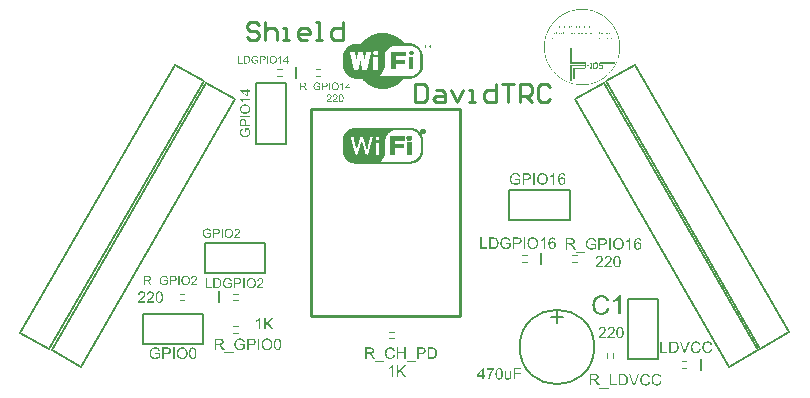
<source format=gto>
%FSLAX44Y44*%
%MOMM*%
G71*
G01*
G75*
G04 Layer_Color=65535*
%ADD10R,0.7000X0.9000*%
%ADD11R,0.9000X0.7000*%
%ADD12R,2.5400X1.2700*%
%ADD13C,0.2540*%
%ADD14C,0.5000*%
%ADD15C,1.5240*%
%ADD16C,1.1000*%
%ADD17C,1.2000*%
%ADD18C,1.5000*%
%ADD19C,1.2700*%
%ADD20C,0.2000*%
%ADD21C,0.1000*%
%ADD22C,0.0127*%
G36*
X127992Y90000D02*
X126889D01*
Y98327D01*
X127992D01*
Y90000D01*
D02*
G37*
G36*
X141503Y98353D02*
X141604Y98340D01*
X141719Y98327D01*
X141845Y98315D01*
X141985Y98277D01*
X142289Y98201D01*
X142606Y98086D01*
X142771Y98010D01*
X142923Y97922D01*
X143062Y97808D01*
X143202Y97694D01*
X143214Y97681D01*
X143227Y97668D01*
X143265Y97630D01*
X143316Y97579D01*
X143366Y97503D01*
X143430Y97427D01*
X143556Y97237D01*
X143683Y96996D01*
X143797Y96718D01*
X143886Y96401D01*
X143899Y96223D01*
X143911Y96046D01*
Y96020D01*
Y95957D01*
X143899Y95856D01*
X143886Y95729D01*
X143861Y95577D01*
X143822Y95412D01*
X143772Y95235D01*
X143696Y95057D01*
X143683Y95032D01*
X143658Y94968D01*
X143607Y94880D01*
X143531Y94753D01*
X143442Y94601D01*
X143328Y94423D01*
X143176Y94246D01*
X143011Y94043D01*
X142986Y94018D01*
X142923Y93942D01*
X142809Y93828D01*
X142732Y93752D01*
X142644Y93663D01*
X142542Y93562D01*
X142416Y93448D01*
X142289Y93333D01*
X142149Y93194D01*
X141997Y93055D01*
X141820Y92902D01*
X141643Y92750D01*
X141440Y92573D01*
X141427Y92560D01*
X141402Y92535D01*
X141351Y92497D01*
X141288Y92446D01*
X141136Y92319D01*
X140945Y92155D01*
X140755Y91977D01*
X140553Y91800D01*
X140388Y91648D01*
X140324Y91584D01*
X140261Y91521D01*
X140248Y91508D01*
X140223Y91470D01*
X140172Y91420D01*
X140109Y91343D01*
X139970Y91179D01*
X139830Y90976D01*
X143924D01*
Y90000D01*
X138411D01*
Y90013D01*
Y90063D01*
Y90139D01*
X138423Y90228D01*
X138436Y90330D01*
X138448Y90444D01*
X138486Y90570D01*
X138525Y90697D01*
Y90710D01*
X138537Y90722D01*
X138563Y90799D01*
X138613Y90900D01*
X138689Y91052D01*
X138778Y91217D01*
X138905Y91407D01*
X139031Y91597D01*
X139196Y91800D01*
Y91812D01*
X139222Y91825D01*
X139285Y91901D01*
X139386Y92015D01*
X139538Y92167D01*
X139729Y92345D01*
X139957Y92560D01*
X140236Y92801D01*
X140540Y93067D01*
X140553Y93080D01*
X140603Y93118D01*
X140667Y93169D01*
X140755Y93257D01*
X140869Y93346D01*
X140996Y93460D01*
X141275Y93701D01*
X141579Y93993D01*
X141883Y94284D01*
X142035Y94423D01*
X142162Y94563D01*
X142276Y94702D01*
X142378Y94829D01*
Y94842D01*
X142403Y94854D01*
X142428Y94892D01*
X142454Y94943D01*
X142530Y95070D01*
X142619Y95235D01*
X142707Y95425D01*
X142783Y95627D01*
X142834Y95856D01*
X142859Y96071D01*
Y96084D01*
Y96096D01*
X142847Y96173D01*
X142834Y96287D01*
X142809Y96426D01*
X142745Y96591D01*
X142669Y96756D01*
X142568Y96933D01*
X142416Y97098D01*
X142390Y97110D01*
X142340Y97161D01*
X142238Y97225D01*
X142112Y97313D01*
X141947Y97389D01*
X141757Y97453D01*
X141528Y97503D01*
X141275Y97516D01*
X141199D01*
X141148Y97503D01*
X141021Y97491D01*
X140857Y97465D01*
X140667Y97402D01*
X140464Y97326D01*
X140274Y97212D01*
X140096Y97060D01*
X140084Y97034D01*
X140033Y96984D01*
X139957Y96882D01*
X139881Y96743D01*
X139792Y96565D01*
X139729Y96363D01*
X139678Y96122D01*
X139653Y95843D01*
X138601Y95957D01*
Y95970D01*
Y96008D01*
X138613Y96071D01*
X138626Y96147D01*
X138651Y96249D01*
X138664Y96363D01*
X138740Y96616D01*
X138841Y96908D01*
X138981Y97199D01*
X139171Y97491D01*
X139272Y97617D01*
X139399Y97744D01*
X139412Y97757D01*
X139437Y97769D01*
X139475Y97808D01*
X139526Y97846D01*
X139602Y97884D01*
X139691Y97947D01*
X139792Y97998D01*
X139906Y98061D01*
X140033Y98112D01*
X140172Y98175D01*
X140337Y98226D01*
X140502Y98264D01*
X140882Y98340D01*
X141085Y98353D01*
X141300Y98365D01*
X141414D01*
X141503Y98353D01*
D02*
G37*
G36*
X114012Y98454D02*
X114113D01*
X114329Y98429D01*
X114570Y98391D01*
X114848Y98340D01*
X115127Y98264D01*
X115406Y98162D01*
X115419D01*
X115444Y98150D01*
X115482Y98137D01*
X115533Y98112D01*
X115660Y98048D01*
X115824Y97947D01*
X116014Y97833D01*
X116205Y97694D01*
X116395Y97541D01*
X116559Y97351D01*
X116572Y97326D01*
X116623Y97262D01*
X116699Y97149D01*
X116800Y96984D01*
X116902Y96794D01*
X117003Y96565D01*
X117105Y96299D01*
X117193Y95995D01*
X116192Y95716D01*
Y95729D01*
X116179Y95742D01*
X116167Y95818D01*
X116116Y95932D01*
X116065Y96084D01*
X116002Y96236D01*
X115926Y96401D01*
X115837Y96565D01*
X115736Y96718D01*
X115723Y96730D01*
X115685Y96781D01*
X115622Y96844D01*
X115533Y96933D01*
X115419Y97022D01*
X115279Y97123D01*
X115127Y97212D01*
X114937Y97301D01*
X114912Y97313D01*
X114848Y97339D01*
X114734Y97377D01*
X114595Y97415D01*
X114430Y97453D01*
X114240Y97491D01*
X114025Y97516D01*
X113796Y97529D01*
X113670D01*
X113530Y97516D01*
X113353Y97503D01*
X113150Y97465D01*
X112922Y97427D01*
X112706Y97364D01*
X112491Y97288D01*
X112466Y97275D01*
X112402Y97250D01*
X112301Y97199D01*
X112174Y97123D01*
X112035Y97034D01*
X111883Y96933D01*
X111743Y96819D01*
X111604Y96679D01*
X111591Y96667D01*
X111553Y96616D01*
X111490Y96540D01*
X111414Y96439D01*
X111325Y96312D01*
X111236Y96173D01*
X111160Y96020D01*
X111084Y95856D01*
Y95843D01*
X111071Y95818D01*
X111059Y95780D01*
X111033Y95716D01*
X111008Y95653D01*
X110983Y95564D01*
X110932Y95361D01*
X110869Y95108D01*
X110818Y94829D01*
X110780Y94512D01*
X110767Y94183D01*
Y94170D01*
Y94132D01*
Y94081D01*
X110780Y93993D01*
Y93904D01*
X110793Y93790D01*
X110805Y93663D01*
X110818Y93536D01*
X110856Y93232D01*
X110932Y92915D01*
X111021Y92611D01*
X111147Y92307D01*
Y92294D01*
X111160Y92269D01*
X111186Y92231D01*
X111223Y92180D01*
X111312Y92053D01*
X111426Y91889D01*
X111578Y91711D01*
X111769Y91521D01*
X111997Y91343D01*
X112250Y91191D01*
X112263D01*
X112288Y91179D01*
X112326Y91153D01*
X112377Y91141D01*
X112440Y91115D01*
X112529Y91077D01*
X112719Y91014D01*
X112960Y90951D01*
X113213Y90887D01*
X113505Y90849D01*
X113809Y90836D01*
X113936D01*
X114075Y90849D01*
X114253Y90875D01*
X114455Y90900D01*
X114696Y90951D01*
X114950Y91014D01*
X115203Y91103D01*
X115216D01*
X115229Y91115D01*
X115267Y91128D01*
X115317Y91153D01*
X115444Y91204D01*
X115596Y91280D01*
X115761Y91369D01*
X115926Y91470D01*
X116090Y91584D01*
X116243Y91698D01*
Y93270D01*
X113796D01*
Y94246D01*
X117320D01*
Y91153D01*
X117307Y91141D01*
X117282Y91128D01*
X117244Y91090D01*
X117181Y91052D01*
X117105Y90989D01*
X117016Y90938D01*
X116800Y90786D01*
X116547Y90634D01*
X116268Y90469D01*
X115951Y90317D01*
X115634Y90177D01*
X115622D01*
X115596Y90165D01*
X115546Y90152D01*
X115482Y90127D01*
X115406Y90101D01*
X115317Y90076D01*
X115203Y90051D01*
X115089Y90025D01*
X114823Y89962D01*
X114531Y89911D01*
X114202Y89873D01*
X113872Y89861D01*
X113758D01*
X113670Y89873D01*
X113556D01*
X113429Y89886D01*
X113289Y89899D01*
X113137Y89924D01*
X112782Y89987D01*
X112415Y90076D01*
X112022Y90203D01*
X111642Y90380D01*
X111629Y90393D01*
X111604Y90406D01*
X111540Y90431D01*
X111477Y90482D01*
X111388Y90532D01*
X111299Y90596D01*
X111084Y90760D01*
X110831Y90976D01*
X110590Y91242D01*
X110349Y91546D01*
X110133Y91889D01*
Y91901D01*
X110108Y91939D01*
X110083Y91990D01*
X110057Y92066D01*
X110019Y92155D01*
X109969Y92269D01*
X109931Y92395D01*
X109880Y92548D01*
X109829Y92700D01*
X109791Y92877D01*
X109703Y93257D01*
X109652Y93676D01*
X109627Y94119D01*
Y94132D01*
Y94170D01*
Y94233D01*
X109639Y94322D01*
Y94436D01*
X109652Y94563D01*
X109664Y94702D01*
X109690Y94854D01*
X109753Y95209D01*
X109842Y95590D01*
X109969Y95995D01*
X110133Y96388D01*
Y96401D01*
X110159Y96439D01*
X110184Y96489D01*
X110222Y96565D01*
X110286Y96654D01*
X110349Y96743D01*
X110501Y96984D01*
X110716Y97237D01*
X110957Y97491D01*
X111262Y97732D01*
X111414Y97846D01*
X111591Y97947D01*
X111604D01*
X111629Y97972D01*
X111692Y97998D01*
X111756Y98023D01*
X111845Y98074D01*
X111959Y98112D01*
X112085Y98162D01*
X112225Y98213D01*
X112377Y98251D01*
X112542Y98302D01*
X112922Y98391D01*
X113328Y98441D01*
X113784Y98467D01*
X113936D01*
X114012Y98454D01*
D02*
G37*
G36*
X122542Y98315D02*
X122745Y98302D01*
X122960Y98289D01*
X123163Y98264D01*
X123340Y98238D01*
X123366D01*
X123442Y98213D01*
X123556Y98188D01*
X123695Y98150D01*
X123860Y98099D01*
X124025Y98036D01*
X124202Y97947D01*
X124367Y97846D01*
X124380Y97833D01*
X124443Y97795D01*
X124519Y97732D01*
X124608Y97643D01*
X124709Y97529D01*
X124823Y97389D01*
X124937Y97237D01*
X125039Y97047D01*
X125051Y97022D01*
X125077Y96958D01*
X125115Y96857D01*
X125166Y96718D01*
X125216Y96553D01*
X125254Y96363D01*
X125280Y96147D01*
X125292Y95919D01*
Y95906D01*
Y95868D01*
Y95818D01*
X125280Y95742D01*
X125267Y95653D01*
X125254Y95539D01*
X125242Y95425D01*
X125204Y95298D01*
X125127Y95007D01*
X125001Y94715D01*
X124925Y94563D01*
X124836Y94411D01*
X124735Y94259D01*
X124608Y94119D01*
X124595Y94107D01*
X124570Y94094D01*
X124532Y94056D01*
X124481Y94005D01*
X124392Y93954D01*
X124304Y93891D01*
X124190Y93828D01*
X124050Y93764D01*
X123898Y93688D01*
X123721Y93625D01*
X123518Y93562D01*
X123302Y93511D01*
X123049Y93460D01*
X122783Y93422D01*
X122491Y93410D01*
X122174Y93397D01*
X120045D01*
Y90000D01*
X118942D01*
Y98327D01*
X122352D01*
X122542Y98315D01*
D02*
G37*
G36*
X133759Y98454D02*
X133860D01*
X133987Y98441D01*
X134114Y98416D01*
X134266Y98403D01*
X134583Y98327D01*
X134938Y98226D01*
X135293Y98099D01*
X135470Y98010D01*
X135647Y97909D01*
X135660D01*
X135686Y97884D01*
X135736Y97858D01*
X135800Y97808D01*
X135876Y97757D01*
X135964Y97681D01*
X136167Y97516D01*
X136395Y97301D01*
X136636Y97034D01*
X136852Y96730D01*
X137054Y96375D01*
Y96363D01*
X137080Y96325D01*
X137105Y96274D01*
X137130Y96198D01*
X137168Y96109D01*
X137206Y95995D01*
X137257Y95868D01*
X137308Y95729D01*
X137346Y95564D01*
X137396Y95399D01*
X137473Y95019D01*
X137523Y94601D01*
X137549Y94145D01*
Y94132D01*
Y94094D01*
Y94018D01*
X137536Y93929D01*
Y93815D01*
X137523Y93688D01*
X137511Y93549D01*
X137485Y93384D01*
X137422Y93029D01*
X137333Y92649D01*
X137206Y92256D01*
X137029Y91876D01*
Y91863D01*
X137004Y91838D01*
X136978Y91787D01*
X136940Y91711D01*
X136877Y91635D01*
X136813Y91534D01*
X136661Y91318D01*
X136459Y91077D01*
X136205Y90824D01*
X135914Y90583D01*
X135584Y90368D01*
X135571D01*
X135546Y90342D01*
X135495Y90317D01*
X135419Y90292D01*
X135331Y90253D01*
X135229Y90203D01*
X135115Y90165D01*
X134976Y90114D01*
X134684Y90025D01*
X134342Y89937D01*
X133962Y89886D01*
X133569Y89861D01*
X133455D01*
X133366Y89873D01*
X133265D01*
X133151Y89886D01*
X133011Y89911D01*
X132859Y89937D01*
X132542Y90000D01*
X132187Y90101D01*
X131820Y90241D01*
X131642Y90317D01*
X131465Y90418D01*
X131452Y90431D01*
X131427Y90444D01*
X131376Y90482D01*
X131313Y90520D01*
X131237Y90583D01*
X131148Y90646D01*
X130945Y90824D01*
X130717Y91052D01*
X130476Y91306D01*
X130261Y91622D01*
X130058Y91965D01*
Y91977D01*
X130033Y92015D01*
X130020Y92066D01*
X129982Y92142D01*
X129944Y92231D01*
X129906Y92332D01*
X129868Y92459D01*
X129830Y92598D01*
X129779Y92750D01*
X129741Y92902D01*
X129665Y93257D01*
X129614Y93638D01*
X129589Y94043D01*
Y94068D01*
Y94132D01*
X129602Y94246D01*
Y94385D01*
X129627Y94563D01*
X129652Y94766D01*
X129678Y94981D01*
X129728Y95235D01*
X129792Y95488D01*
X129855Y95754D01*
X129944Y96020D01*
X130058Y96287D01*
X130185Y96553D01*
X130324Y96819D01*
X130501Y97060D01*
X130692Y97288D01*
X130704Y97301D01*
X130742Y97339D01*
X130806Y97402D01*
X130894Y97478D01*
X131009Y97567D01*
X131135Y97655D01*
X131287Y97769D01*
X131465Y97884D01*
X131668Y97985D01*
X131883Y98099D01*
X132124Y98188D01*
X132377Y98289D01*
X132643Y98353D01*
X132935Y98416D01*
X133252Y98454D01*
X133569Y98467D01*
X133683D01*
X133759Y98454D01*
D02*
G37*
G36*
X96103Y90976D02*
X100197D01*
Y90000D01*
X95000D01*
Y98327D01*
X96103D01*
Y90976D01*
D02*
G37*
G36*
X104924Y98315D02*
X105152Y98302D01*
X105406Y98277D01*
X105647Y98238D01*
X105849Y98201D01*
X105862D01*
X105887Y98188D01*
X105913D01*
X105963Y98162D01*
X106103Y98124D01*
X106268Y98061D01*
X106458Y97985D01*
X106661Y97884D01*
X106863Y97757D01*
X107066Y97605D01*
X107079D01*
X107092Y97579D01*
X107180Y97503D01*
X107294Y97377D01*
X107434Y97212D01*
X107598Y97009D01*
X107763Y96768D01*
X107915Y96489D01*
X108055Y96173D01*
Y96160D01*
X108068Y96135D01*
X108080Y96084D01*
X108105Y96020D01*
X108131Y95944D01*
X108156Y95843D01*
X108194Y95729D01*
X108220Y95602D01*
X108245Y95463D01*
X108283Y95311D01*
X108334Y94981D01*
X108372Y94614D01*
X108384Y94208D01*
Y94195D01*
Y94170D01*
Y94119D01*
Y94043D01*
X108372Y93967D01*
Y93866D01*
X108359Y93638D01*
X108334Y93384D01*
X108283Y93093D01*
X108232Y92801D01*
X108156Y92522D01*
Y92510D01*
X108144Y92484D01*
X108131Y92446D01*
X108118Y92395D01*
X108068Y92269D01*
X108004Y92091D01*
X107928Y91901D01*
X107827Y91698D01*
X107713Y91496D01*
X107586Y91306D01*
X107573Y91280D01*
X107522Y91229D01*
X107459Y91141D01*
X107358Y91027D01*
X107256Y90913D01*
X107117Y90786D01*
X106978Y90659D01*
X106825Y90545D01*
X106813Y90532D01*
X106749Y90507D01*
X106661Y90456D01*
X106546Y90393D01*
X106407Y90330D01*
X106242Y90266D01*
X106052Y90203D01*
X105837Y90139D01*
X105811D01*
X105735Y90114D01*
X105621Y90101D01*
X105456Y90076D01*
X105266Y90051D01*
X105038Y90025D01*
X104785Y90013D01*
X104506Y90000D01*
X101515D01*
Y98327D01*
X104709D01*
X104924Y98315D01*
D02*
G37*
G36*
X118740Y34837D02*
X110927D01*
Y35686D01*
X118740D01*
Y34837D01*
D02*
G37*
G36*
X140510Y37500D02*
X139237D01*
Y47112D01*
X140510D01*
Y37500D01*
D02*
G37*
G36*
X124372Y47259D02*
X124489D01*
X124738Y47229D01*
X125016Y47185D01*
X125338Y47127D01*
X125660Y47039D01*
X125982Y46922D01*
X125996D01*
X126026Y46907D01*
X126070Y46893D01*
X126128Y46863D01*
X126274Y46790D01*
X126465Y46673D01*
X126684Y46542D01*
X126903Y46381D01*
X127123Y46205D01*
X127313Y45986D01*
X127328Y45956D01*
X127386Y45883D01*
X127474Y45752D01*
X127591Y45561D01*
X127708Y45342D01*
X127825Y45079D01*
X127942Y44771D01*
X128045Y44420D01*
X126889Y44098D01*
Y44113D01*
X126874Y44128D01*
X126860Y44215D01*
X126801Y44347D01*
X126743Y44523D01*
X126669Y44698D01*
X126582Y44888D01*
X126479Y45079D01*
X126362Y45254D01*
X126348Y45269D01*
X126304Y45327D01*
X126230Y45400D01*
X126128Y45503D01*
X125996Y45605D01*
X125836Y45722D01*
X125660Y45825D01*
X125441Y45927D01*
X125411Y45942D01*
X125338Y45971D01*
X125206Y46015D01*
X125045Y46059D01*
X124855Y46103D01*
X124636Y46147D01*
X124387Y46176D01*
X124124Y46191D01*
X123977D01*
X123816Y46176D01*
X123612Y46161D01*
X123378Y46117D01*
X123114Y46073D01*
X122865Y46000D01*
X122617Y45912D01*
X122587Y45898D01*
X122514Y45869D01*
X122397Y45810D01*
X122251Y45722D01*
X122090Y45620D01*
X121915Y45503D01*
X121754Y45371D01*
X121593Y45210D01*
X121578Y45196D01*
X121534Y45137D01*
X121461Y45049D01*
X121373Y44932D01*
X121271Y44786D01*
X121168Y44625D01*
X121081Y44449D01*
X120993Y44259D01*
Y44245D01*
X120978Y44215D01*
X120964Y44172D01*
X120934Y44098D01*
X120905Y44025D01*
X120876Y43923D01*
X120817Y43689D01*
X120744Y43396D01*
X120686Y43074D01*
X120642Y42708D01*
X120627Y42328D01*
Y42313D01*
Y42270D01*
Y42211D01*
X120642Y42109D01*
Y42006D01*
X120656Y41874D01*
X120671Y41728D01*
X120686Y41582D01*
X120730Y41231D01*
X120817Y40865D01*
X120920Y40514D01*
X121066Y40163D01*
Y40148D01*
X121081Y40119D01*
X121110Y40075D01*
X121154Y40016D01*
X121256Y39870D01*
X121388Y39680D01*
X121563Y39475D01*
X121783Y39256D01*
X122046Y39051D01*
X122339Y38875D01*
X122353D01*
X122383Y38861D01*
X122427Y38831D01*
X122485Y38817D01*
X122558Y38788D01*
X122661Y38744D01*
X122880Y38670D01*
X123158Y38597D01*
X123451Y38524D01*
X123787Y38480D01*
X124138Y38466D01*
X124285D01*
X124446Y38480D01*
X124650Y38510D01*
X124885Y38539D01*
X125162Y38597D01*
X125455Y38670D01*
X125748Y38773D01*
X125762D01*
X125777Y38788D01*
X125821Y38802D01*
X125879Y38831D01*
X126026Y38890D01*
X126201Y38978D01*
X126391Y39080D01*
X126582Y39197D01*
X126772Y39329D01*
X126947Y39460D01*
Y41275D01*
X124124D01*
Y42401D01*
X128191D01*
Y38831D01*
X128176Y38817D01*
X128147Y38802D01*
X128103Y38758D01*
X128030Y38714D01*
X127942Y38641D01*
X127840Y38583D01*
X127591Y38407D01*
X127298Y38231D01*
X126977Y38041D01*
X126611Y37866D01*
X126245Y37705D01*
X126230D01*
X126201Y37690D01*
X126143Y37676D01*
X126070Y37646D01*
X125982Y37617D01*
X125879Y37588D01*
X125748Y37559D01*
X125616Y37529D01*
X125309Y37456D01*
X124972Y37398D01*
X124592Y37354D01*
X124212Y37339D01*
X124080D01*
X123977Y37354D01*
X123846D01*
X123699Y37368D01*
X123539Y37383D01*
X123363Y37412D01*
X122953Y37485D01*
X122529Y37588D01*
X122076Y37734D01*
X121637Y37939D01*
X121622Y37954D01*
X121593Y37968D01*
X121519Y37997D01*
X121446Y38056D01*
X121344Y38115D01*
X121242Y38188D01*
X120993Y38378D01*
X120700Y38626D01*
X120422Y38934D01*
X120144Y39285D01*
X119895Y39680D01*
Y39695D01*
X119866Y39739D01*
X119837Y39797D01*
X119808Y39885D01*
X119764Y39987D01*
X119705Y40119D01*
X119662Y40265D01*
X119603Y40441D01*
X119544Y40616D01*
X119501Y40821D01*
X119398Y41260D01*
X119340Y41743D01*
X119310Y42255D01*
Y42270D01*
Y42313D01*
Y42387D01*
X119325Y42489D01*
Y42621D01*
X119340Y42767D01*
X119354Y42928D01*
X119383Y43103D01*
X119457Y43513D01*
X119559Y43952D01*
X119705Y44420D01*
X119895Y44874D01*
Y44888D01*
X119925Y44932D01*
X119954Y44991D01*
X119998Y45079D01*
X120071Y45181D01*
X120144Y45283D01*
X120320Y45561D01*
X120569Y45854D01*
X120847Y46147D01*
X121198Y46424D01*
X121373Y46556D01*
X121578Y46673D01*
X121593D01*
X121622Y46702D01*
X121695Y46732D01*
X121768Y46761D01*
X121871Y46820D01*
X122002Y46863D01*
X122149Y46922D01*
X122310Y46981D01*
X122485Y47024D01*
X122675Y47083D01*
X123114Y47185D01*
X123582Y47244D01*
X124109Y47273D01*
X124285D01*
X124372Y47259D01*
D02*
G37*
G36*
X246240Y27337D02*
X238427D01*
Y28186D01*
X246240D01*
Y27337D01*
D02*
G37*
G36*
X134219Y47098D02*
X134453Y47083D01*
X134701Y47068D01*
X134936Y47039D01*
X135140Y47010D01*
X135170D01*
X135258Y46981D01*
X135389Y46951D01*
X135550Y46907D01*
X135740Y46849D01*
X135931Y46776D01*
X136135Y46673D01*
X136326Y46556D01*
X136340Y46542D01*
X136413Y46498D01*
X136501Y46424D01*
X136603Y46322D01*
X136721Y46191D01*
X136852Y46030D01*
X136984Y45854D01*
X137101Y45634D01*
X137115Y45605D01*
X137145Y45532D01*
X137189Y45415D01*
X137247Y45254D01*
X137306Y45064D01*
X137350Y44844D01*
X137379Y44596D01*
X137394Y44332D01*
Y44318D01*
Y44274D01*
Y44215D01*
X137379Y44128D01*
X137364Y44025D01*
X137350Y43893D01*
X137335Y43762D01*
X137291Y43615D01*
X137203Y43279D01*
X137057Y42943D01*
X136969Y42767D01*
X136867Y42591D01*
X136750Y42416D01*
X136603Y42255D01*
X136589Y42240D01*
X136560Y42226D01*
X136516Y42182D01*
X136457Y42123D01*
X136355Y42065D01*
X136252Y41992D01*
X136121Y41918D01*
X135960Y41845D01*
X135784Y41757D01*
X135579Y41684D01*
X135345Y41611D01*
X135097Y41553D01*
X134804Y41494D01*
X134497Y41450D01*
X134160Y41436D01*
X133794Y41421D01*
X131336D01*
Y37500D01*
X130064D01*
Y47112D01*
X133999D01*
X134219Y47098D01*
D02*
G37*
G36*
X147167Y47259D02*
X147284D01*
X147430Y47244D01*
X147576Y47215D01*
X147752Y47200D01*
X148118Y47112D01*
X148527Y46995D01*
X148937Y46849D01*
X149142Y46746D01*
X149347Y46629D01*
X149361D01*
X149390Y46600D01*
X149449Y46571D01*
X149522Y46512D01*
X149610Y46454D01*
X149712Y46366D01*
X149946Y46176D01*
X150210Y45927D01*
X150488Y45620D01*
X150736Y45269D01*
X150970Y44859D01*
Y44844D01*
X151000Y44801D01*
X151029Y44742D01*
X151058Y44654D01*
X151102Y44552D01*
X151146Y44420D01*
X151205Y44274D01*
X151263Y44113D01*
X151307Y43923D01*
X151365Y43733D01*
X151453Y43294D01*
X151512Y42811D01*
X151541Y42284D01*
Y42270D01*
Y42226D01*
Y42138D01*
X151526Y42035D01*
Y41904D01*
X151512Y41757D01*
X151497Y41596D01*
X151468Y41406D01*
X151395Y40997D01*
X151292Y40558D01*
X151146Y40104D01*
X150941Y39665D01*
Y39651D01*
X150912Y39621D01*
X150883Y39563D01*
X150839Y39475D01*
X150766Y39387D01*
X150693Y39270D01*
X150517Y39022D01*
X150283Y38744D01*
X149990Y38451D01*
X149654Y38173D01*
X149273Y37924D01*
X149259D01*
X149229Y37895D01*
X149171Y37866D01*
X149083Y37836D01*
X148981Y37793D01*
X148864Y37734D01*
X148732Y37690D01*
X148571Y37632D01*
X148235Y37529D01*
X147840Y37427D01*
X147401Y37368D01*
X146947Y37339D01*
X146816D01*
X146713Y37354D01*
X146596D01*
X146464Y37368D01*
X146303Y37398D01*
X146128Y37427D01*
X145762Y37500D01*
X145352Y37617D01*
X144928Y37778D01*
X144723Y37866D01*
X144518Y37983D01*
X144504Y37997D01*
X144475Y38012D01*
X144416Y38056D01*
X144343Y38100D01*
X144255Y38173D01*
X144153Y38246D01*
X143919Y38451D01*
X143655Y38714D01*
X143377Y39007D01*
X143129Y39373D01*
X142894Y39768D01*
Y39782D01*
X142865Y39826D01*
X142851Y39885D01*
X142807Y39973D01*
X142763Y40075D01*
X142719Y40192D01*
X142675Y40338D01*
X142631Y40499D01*
X142573Y40675D01*
X142529Y40850D01*
X142441Y41260D01*
X142382Y41699D01*
X142353Y42167D01*
Y42196D01*
Y42270D01*
X142368Y42401D01*
Y42562D01*
X142397Y42767D01*
X142426Y43001D01*
X142456Y43250D01*
X142514Y43542D01*
X142587Y43835D01*
X142660Y44142D01*
X142763Y44449D01*
X142894Y44757D01*
X143041Y45064D01*
X143202Y45371D01*
X143407Y45649D01*
X143626Y45912D01*
X143641Y45927D01*
X143685Y45971D01*
X143758Y46044D01*
X143860Y46132D01*
X143992Y46234D01*
X144138Y46337D01*
X144314Y46468D01*
X144518Y46600D01*
X144753Y46717D01*
X145001Y46849D01*
X145279Y46951D01*
X145572Y47068D01*
X145879Y47141D01*
X146216Y47215D01*
X146581Y47259D01*
X146947Y47273D01*
X147079D01*
X147167Y47259D01*
D02*
G37*
G36*
X156106Y47141D02*
X156281Y47112D01*
X156486Y47083D01*
X156720Y47024D01*
X156954Y46937D01*
X157174Y46834D01*
X157203Y46820D01*
X157276Y46776D01*
X157379Y46702D01*
X157525Y46615D01*
X157671Y46483D01*
X157832Y46322D01*
X157993Y46147D01*
X158139Y45942D01*
X158154Y45912D01*
X158198Y45839D01*
X158271Y45708D01*
X158359Y45547D01*
X158447Y45342D01*
X158549Y45093D01*
X158652Y44815D01*
X158739Y44508D01*
Y44493D01*
X158754Y44464D01*
Y44420D01*
X158769Y44347D01*
X158798Y44274D01*
X158812Y44172D01*
X158827Y44040D01*
X158856Y43908D01*
X158871Y43747D01*
X158886Y43586D01*
X158915Y43396D01*
X158930Y43191D01*
X158944Y42972D01*
Y42752D01*
X158959Y42240D01*
Y42226D01*
Y42167D01*
Y42079D01*
Y41962D01*
X158944Y41816D01*
Y41655D01*
X158930Y41465D01*
X158915Y41260D01*
X158871Y40821D01*
X158812Y40368D01*
X158725Y39914D01*
X158666Y39709D01*
X158608Y39504D01*
Y39490D01*
X158593Y39460D01*
X158578Y39402D01*
X158549Y39329D01*
X158505Y39241D01*
X158461Y39153D01*
X158344Y38919D01*
X158198Y38656D01*
X158022Y38393D01*
X157817Y38129D01*
X157569Y37895D01*
X157554D01*
X157540Y37866D01*
X157496Y37851D01*
X157452Y37807D01*
X157291Y37720D01*
X157101Y37617D01*
X156837Y37515D01*
X156545Y37427D01*
X156208Y37368D01*
X155828Y37339D01*
X155696D01*
X155594Y37354D01*
X155477Y37368D01*
X155345Y37398D01*
X155199Y37427D01*
X155038Y37456D01*
X154687Y37573D01*
X154496Y37661D01*
X154321Y37749D01*
X154131Y37866D01*
X153955Y37997D01*
X153794Y38144D01*
X153633Y38319D01*
X153619Y38334D01*
X153589Y38378D01*
X153546Y38451D01*
X153487Y38553D01*
X153414Y38685D01*
X153341Y38846D01*
X153253Y39036D01*
X153165Y39270D01*
X153077Y39519D01*
X152990Y39812D01*
X152916Y40134D01*
X152843Y40485D01*
X152785Y40880D01*
X152741Y41289D01*
X152711Y41757D01*
X152697Y42240D01*
Y42255D01*
Y42313D01*
Y42401D01*
Y42518D01*
X152711Y42664D01*
Y42825D01*
X152726Y43016D01*
X152741Y43221D01*
X152785Y43659D01*
X152843Y44113D01*
X152916Y44566D01*
X152975Y44771D01*
X153033Y44976D01*
Y44991D01*
X153048Y45020D01*
X153077Y45079D01*
X153107Y45152D01*
X153136Y45240D01*
X153180Y45342D01*
X153297Y45576D01*
X153443Y45839D01*
X153619Y46103D01*
X153823Y46351D01*
X154072Y46585D01*
X154087D01*
X154101Y46615D01*
X154145Y46644D01*
X154204Y46673D01*
X154350Y46761D01*
X154555Y46878D01*
X154804Y46981D01*
X155111Y47068D01*
X155447Y47127D01*
X155828Y47156D01*
X155960D01*
X156106Y47141D01*
D02*
G37*
G36*
X107079Y47098D02*
X107196D01*
X107489Y47083D01*
X107796Y47054D01*
X108118Y46995D01*
X108425Y46937D01*
X108572Y46893D01*
X108703Y46849D01*
X108718D01*
X108733Y46834D01*
X108820Y46805D01*
X108937Y46732D01*
X109084Y46629D01*
X109259Y46512D01*
X109435Y46351D01*
X109610Y46161D01*
X109771Y45927D01*
X109786Y45898D01*
X109830Y45810D01*
X109903Y45678D01*
X109976Y45503D01*
X110049Y45283D01*
X110122Y45035D01*
X110166Y44771D01*
X110181Y44479D01*
Y44464D01*
Y44435D01*
Y44376D01*
X110166Y44303D01*
Y44215D01*
X110152Y44113D01*
X110093Y43879D01*
X110020Y43601D01*
X109903Y43323D01*
X109727Y43030D01*
X109625Y42884D01*
X109508Y42752D01*
X109479Y42723D01*
X109435Y42694D01*
X109391Y42635D01*
X109318Y42591D01*
X109230Y42518D01*
X109128Y42460D01*
X109010Y42387D01*
X108879Y42313D01*
X108718Y42240D01*
X108557Y42167D01*
X108367Y42094D01*
X108177Y42021D01*
X107957Y41962D01*
X107723Y41918D01*
X107474Y41874D01*
X107504Y41860D01*
X107562Y41831D01*
X107650Y41787D01*
X107752Y41728D01*
X108001Y41567D01*
X108133Y41480D01*
X108235Y41392D01*
X108264Y41362D01*
X108337Y41304D01*
X108440Y41187D01*
X108572Y41041D01*
X108733Y40850D01*
X108908Y40631D01*
X109098Y40382D01*
X109289Y40104D01*
X110956Y37500D01*
X109362D01*
X108089Y39490D01*
Y39504D01*
X108060Y39534D01*
X108030Y39578D01*
X108001Y39636D01*
X107899Y39782D01*
X107767Y39973D01*
X107621Y40192D01*
X107460Y40412D01*
X107313Y40616D01*
X107167Y40806D01*
X107153Y40821D01*
X107109Y40880D01*
X107035Y40967D01*
X106962Y41070D01*
X106743Y41275D01*
X106640Y41377D01*
X106523Y41450D01*
X106509Y41465D01*
X106480Y41480D01*
X106421Y41509D01*
X106348Y41553D01*
X106172Y41640D01*
X105953Y41714D01*
X105938D01*
X105909Y41728D01*
X105850D01*
X105777Y41743D01*
X105675Y41757D01*
X105558D01*
X105411Y41772D01*
X103773D01*
Y37500D01*
X102500D01*
Y47112D01*
X106962D01*
X107079Y47098D01*
D02*
G37*
G36*
X382218Y123139D02*
X381033D01*
Y130659D01*
X381018Y130645D01*
X380960Y130586D01*
X380857Y130513D01*
X380725Y130411D01*
X380564Y130279D01*
X380374Y130147D01*
X380155Y129986D01*
X379906Y129840D01*
X379892D01*
X379877Y129825D01*
X379789Y129767D01*
X379657Y129694D01*
X379496Y129606D01*
X379306Y129504D01*
X379101Y129416D01*
X378882Y129313D01*
X378677Y129226D01*
Y130381D01*
X378692D01*
X378721Y130396D01*
X378780Y130425D01*
X378838Y130469D01*
X378926Y130513D01*
X379028Y130557D01*
X379262Y130689D01*
X379526Y130850D01*
X379818Y131040D01*
X380111Y131259D01*
X380389Y131493D01*
X380404Y131508D01*
X380418Y131523D01*
X380506Y131610D01*
X380638Y131742D01*
X380799Y131903D01*
X380974Y132108D01*
X381150Y132327D01*
X381311Y132561D01*
X381442Y132795D01*
X382218D01*
Y123139D01*
D02*
G37*
G36*
X349446Y132898D02*
X349563D01*
X349811Y132869D01*
X350089Y132825D01*
X350411Y132766D01*
X350733Y132678D01*
X351055Y132561D01*
X351070D01*
X351099Y132547D01*
X351143Y132532D01*
X351201Y132503D01*
X351348Y132430D01*
X351538Y132313D01*
X351757Y132181D01*
X351977Y132020D01*
X352196Y131845D01*
X352386Y131625D01*
X352401Y131596D01*
X352459Y131523D01*
X352547Y131391D01*
X352664Y131201D01*
X352781Y130981D01*
X352898Y130718D01*
X353015Y130411D01*
X353118Y130060D01*
X351962Y129738D01*
Y129752D01*
X351947Y129767D01*
X351933Y129855D01*
X351874Y129986D01*
X351816Y130162D01*
X351743Y130337D01*
X351655Y130528D01*
X351552Y130718D01*
X351435Y130893D01*
X351421Y130908D01*
X351377Y130967D01*
X351304Y131040D01*
X351201Y131142D01*
X351070Y131245D01*
X350909Y131362D01*
X350733Y131464D01*
X350514Y131566D01*
X350484Y131581D01*
X350411Y131610D01*
X350280Y131654D01*
X350119Y131698D01*
X349928Y131742D01*
X349709Y131786D01*
X349460Y131815D01*
X349197Y131830D01*
X349051D01*
X348890Y131815D01*
X348685Y131801D01*
X348451Y131757D01*
X348187Y131713D01*
X347939Y131640D01*
X347690Y131552D01*
X347661Y131537D01*
X347588Y131508D01*
X347471Y131449D01*
X347324Y131362D01*
X347163Y131259D01*
X346988Y131142D01*
X346827Y131011D01*
X346666Y130850D01*
X346651Y130835D01*
X346607Y130776D01*
X346534Y130689D01*
X346446Y130572D01*
X346344Y130425D01*
X346241Y130264D01*
X346154Y130089D01*
X346066Y129899D01*
Y129884D01*
X346051Y129855D01*
X346037Y129811D01*
X346007Y129738D01*
X345978Y129664D01*
X345949Y129562D01*
X345890Y129328D01*
X345817Y129035D01*
X345759Y128714D01*
X345715Y128348D01*
X345700Y127967D01*
Y127953D01*
Y127909D01*
Y127850D01*
X345715Y127748D01*
Y127646D01*
X345729Y127514D01*
X345744Y127368D01*
X345759Y127221D01*
X345803Y126870D01*
X345890Y126504D01*
X345993Y126153D01*
X346139Y125802D01*
Y125787D01*
X346154Y125758D01*
X346183Y125714D01*
X346227Y125656D01*
X346329Y125510D01*
X346461Y125319D01*
X346637Y125114D01*
X346856Y124895D01*
X347119Y124690D01*
X347412Y124515D01*
X347427D01*
X347456Y124500D01*
X347500Y124471D01*
X347558Y124456D01*
X347631Y124427D01*
X347734Y124383D01*
X347953Y124310D01*
X348231Y124237D01*
X348524Y124164D01*
X348860Y124120D01*
X349212Y124105D01*
X349358D01*
X349519Y124120D01*
X349724Y124149D01*
X349958Y124178D01*
X350236Y124237D01*
X350528Y124310D01*
X350821Y124412D01*
X350835D01*
X350850Y124427D01*
X350894Y124441D01*
X350952Y124471D01*
X351099Y124529D01*
X351274Y124617D01*
X351465Y124719D01*
X351655Y124837D01*
X351845Y124968D01*
X352021Y125100D01*
Y126914D01*
X349197D01*
Y128041D01*
X353264D01*
Y124471D01*
X353250Y124456D01*
X353220Y124441D01*
X353176Y124398D01*
X353103Y124354D01*
X353015Y124281D01*
X352913Y124222D01*
X352664Y124046D01*
X352372Y123871D01*
X352050Y123681D01*
X351684Y123505D01*
X351318Y123344D01*
X351304D01*
X351274Y123330D01*
X351216Y123315D01*
X351143Y123286D01*
X351055Y123256D01*
X350952Y123227D01*
X350821Y123198D01*
X350689Y123169D01*
X350382Y123096D01*
X350046Y123037D01*
X349665Y122993D01*
X349285Y122978D01*
X349153D01*
X349051Y122993D01*
X348919D01*
X348773Y123008D01*
X348612Y123022D01*
X348436Y123052D01*
X348027Y123125D01*
X347602Y123227D01*
X347149Y123373D01*
X346710Y123578D01*
X346695Y123593D01*
X346666Y123608D01*
X346593Y123637D01*
X346520Y123695D01*
X346417Y123754D01*
X346315Y123827D01*
X346066Y124017D01*
X345773Y124266D01*
X345495Y124573D01*
X345217Y124924D01*
X344969Y125319D01*
Y125334D01*
X344939Y125378D01*
X344910Y125436D01*
X344881Y125524D01*
X344837Y125626D01*
X344779Y125758D01*
X344735Y125905D01*
X344676Y126080D01*
X344618Y126256D01*
X344574Y126461D01*
X344471Y126899D01*
X344413Y127382D01*
X344384Y127894D01*
Y127909D01*
Y127953D01*
Y128026D01*
X344398Y128128D01*
Y128260D01*
X344413Y128406D01*
X344427Y128567D01*
X344457Y128743D01*
X344530Y129152D01*
X344632Y129591D01*
X344779Y130060D01*
X344969Y130513D01*
Y130528D01*
X344998Y130572D01*
X345027Y130630D01*
X345071Y130718D01*
X345144Y130820D01*
X345217Y130923D01*
X345393Y131201D01*
X345642Y131493D01*
X345920Y131786D01*
X346271Y132064D01*
X346446Y132196D01*
X346651Y132313D01*
X346666D01*
X346695Y132342D01*
X346768Y132371D01*
X346841Y132400D01*
X346944Y132459D01*
X347076Y132503D01*
X347222Y132561D01*
X347383Y132620D01*
X347558Y132664D01*
X347748Y132722D01*
X348187Y132825D01*
X348656Y132883D01*
X349182Y132913D01*
X349358D01*
X349446Y132898D01*
D02*
G37*
G36*
X388816Y132781D02*
X388904D01*
X389021Y132766D01*
X389284Y132722D01*
X389577Y132634D01*
X389884Y132517D01*
X390191Y132371D01*
X390338Y132269D01*
X390484Y132152D01*
X390499D01*
X390513Y132122D01*
X390601Y132035D01*
X390718Y131888D01*
X390864Y131698D01*
X391025Y131449D01*
X391157Y131157D01*
X391288Y130806D01*
X391362Y130411D01*
X390191Y130323D01*
Y130337D01*
Y130352D01*
X390162Y130440D01*
X390118Y130557D01*
X390074Y130703D01*
X389928Y131040D01*
X389840Y131186D01*
X389738Y131318D01*
X389723Y131347D01*
X389650Y131406D01*
X389548Y131479D01*
X389416Y131581D01*
X389240Y131669D01*
X389035Y131757D01*
X388801Y131815D01*
X388553Y131830D01*
X388450D01*
X388348Y131815D01*
X388216Y131786D01*
X388055Y131757D01*
X387880Y131698D01*
X387719Y131610D01*
X387543Y131508D01*
X387514Y131493D01*
X387455Y131435D01*
X387353Y131332D01*
X387236Y131201D01*
X387090Y131040D01*
X386943Y130835D01*
X386797Y130586D01*
X386665Y130308D01*
Y130294D01*
X386651Y130279D01*
X386636Y130220D01*
X386622Y130162D01*
X386592Y130089D01*
X386563Y129986D01*
X386534Y129869D01*
X386504Y129738D01*
X386475Y129591D01*
X386446Y129430D01*
X386417Y129240D01*
X386387Y129050D01*
X386373Y128831D01*
X386358Y128596D01*
X386343Y128348D01*
Y128099D01*
X386358Y128114D01*
X386417Y128187D01*
X386504Y128304D01*
X386636Y128450D01*
X386782Y128611D01*
X386958Y128772D01*
X387163Y128918D01*
X387382Y129050D01*
X387411Y129065D01*
X387485Y129094D01*
X387616Y129152D01*
X387777Y129211D01*
X387967Y129270D01*
X388187Y129328D01*
X388421Y129357D01*
X388670Y129372D01*
X388787D01*
X388875Y129357D01*
X388977Y129343D01*
X389094Y129328D01*
X389372Y129270D01*
X389679Y129152D01*
X389855Y129094D01*
X390016Y129006D01*
X390191Y128904D01*
X390367Y128787D01*
X390528Y128655D01*
X390689Y128494D01*
X390703Y128479D01*
X390718Y128450D01*
X390762Y128406D01*
X390820Y128333D01*
X390879Y128245D01*
X390952Y128143D01*
X391025Y128026D01*
X391113Y127894D01*
X391186Y127733D01*
X391259Y127572D01*
X391332Y127382D01*
X391391Y127192D01*
X391450Y126973D01*
X391493Y126753D01*
X391508Y126504D01*
X391523Y126256D01*
Y126241D01*
Y126212D01*
Y126168D01*
Y126109D01*
X391508Y126022D01*
Y125934D01*
X391479Y125700D01*
X391420Y125451D01*
X391362Y125158D01*
X391259Y124866D01*
X391128Y124573D01*
Y124558D01*
X391113Y124544D01*
X391084Y124500D01*
X391054Y124441D01*
X390967Y124310D01*
X390850Y124134D01*
X390689Y123944D01*
X390499Y123754D01*
X390294Y123564D01*
X390045Y123388D01*
X390016Y123373D01*
X389928Y123330D01*
X389782Y123256D01*
X389606Y123183D01*
X389372Y123110D01*
X389109Y123037D01*
X388816Y122993D01*
X388509Y122978D01*
X388450D01*
X388363Y122993D01*
X388260D01*
X388143Y123008D01*
X387997Y123037D01*
X387836Y123066D01*
X387660Y123110D01*
X387470Y123169D01*
X387265Y123242D01*
X387075Y123330D01*
X386870Y123432D01*
X386665Y123564D01*
X386460Y123710D01*
X386270Y123871D01*
X386095Y124061D01*
X386080Y124076D01*
X386051Y124120D01*
X386007Y124178D01*
X385948Y124266D01*
X385875Y124383D01*
X385802Y124529D01*
X385714Y124705D01*
X385641Y124910D01*
X385553Y125144D01*
X385466Y125407D01*
X385392Y125700D01*
X385319Y126022D01*
X385261Y126373D01*
X385217Y126768D01*
X385188Y127177D01*
X385173Y127631D01*
Y127646D01*
Y127660D01*
Y127704D01*
Y127748D01*
Y127894D01*
X385188Y128084D01*
X385202Y128319D01*
X385232Y128582D01*
X385261Y128875D01*
X385305Y129182D01*
X385349Y129518D01*
X385422Y129855D01*
X385509Y130191D01*
X385612Y130513D01*
X385729Y130850D01*
X385861Y131142D01*
X386022Y131435D01*
X386197Y131684D01*
X386212Y131698D01*
X386241Y131727D01*
X386285Y131786D01*
X386358Y131859D01*
X386460Y131947D01*
X386563Y132035D01*
X386695Y132137D01*
X386841Y132240D01*
X387002Y132342D01*
X387192Y132444D01*
X387382Y132532D01*
X387602Y132620D01*
X387836Y132693D01*
X388084Y132752D01*
X388348Y132781D01*
X388626Y132795D01*
X388728D01*
X388816Y132781D01*
D02*
G37*
G36*
X365583Y123139D02*
X364310D01*
Y132752D01*
X365583D01*
Y123139D01*
D02*
G37*
G36*
X328773Y124266D02*
X333498D01*
Y123139D01*
X327500D01*
Y132752D01*
X328773D01*
Y124266D01*
D02*
G37*
G36*
X338956Y132737D02*
X339219Y132722D01*
X339512Y132693D01*
X339790Y132649D01*
X340024Y132605D01*
X340038D01*
X340067Y132591D01*
X340097D01*
X340155Y132561D01*
X340316Y132517D01*
X340506Y132444D01*
X340726Y132357D01*
X340960Y132240D01*
X341194Y132093D01*
X341428Y131918D01*
X341443D01*
X341457Y131888D01*
X341560Y131801D01*
X341692Y131654D01*
X341852Y131464D01*
X342043Y131230D01*
X342233Y130952D01*
X342408Y130630D01*
X342569Y130264D01*
Y130250D01*
X342584Y130220D01*
X342599Y130162D01*
X342628Y130089D01*
X342657Y130001D01*
X342686Y129884D01*
X342730Y129752D01*
X342760Y129606D01*
X342789Y129445D01*
X342833Y129270D01*
X342891Y128889D01*
X342935Y128465D01*
X342950Y127997D01*
Y127982D01*
Y127953D01*
Y127894D01*
Y127807D01*
X342935Y127719D01*
Y127602D01*
X342920Y127338D01*
X342891Y127046D01*
X342833Y126709D01*
X342774Y126373D01*
X342686Y126051D01*
Y126036D01*
X342672Y126007D01*
X342657Y125963D01*
X342643Y125905D01*
X342584Y125758D01*
X342511Y125553D01*
X342423Y125334D01*
X342306Y125100D01*
X342174Y124866D01*
X342028Y124646D01*
X342013Y124617D01*
X341955Y124558D01*
X341882Y124456D01*
X341765Y124324D01*
X341648Y124193D01*
X341487Y124046D01*
X341326Y123900D01*
X341150Y123769D01*
X341135Y123754D01*
X341062Y123725D01*
X340960Y123666D01*
X340828Y123593D01*
X340667Y123520D01*
X340477Y123447D01*
X340258Y123373D01*
X340009Y123300D01*
X339980D01*
X339892Y123271D01*
X339760Y123256D01*
X339570Y123227D01*
X339351Y123198D01*
X339087Y123169D01*
X338795Y123154D01*
X338473Y123139D01*
X335020D01*
Y132752D01*
X338707D01*
X338956Y132737D01*
D02*
G37*
G36*
X359292D02*
X359526Y132722D01*
X359775Y132708D01*
X360009Y132678D01*
X360214Y132649D01*
X360243D01*
X360331Y132620D01*
X360462Y132591D01*
X360623Y132547D01*
X360813Y132488D01*
X361004Y132415D01*
X361208Y132313D01*
X361399Y132196D01*
X361413Y132181D01*
X361486Y132137D01*
X361574Y132064D01*
X361677Y131961D01*
X361794Y131830D01*
X361925Y131669D01*
X362057Y131493D01*
X362174Y131274D01*
X362189Y131245D01*
X362218Y131172D01*
X362262Y131054D01*
X362320Y130893D01*
X362379Y130703D01*
X362423Y130484D01*
X362452Y130235D01*
X362467Y129972D01*
Y129957D01*
Y129913D01*
Y129855D01*
X362452Y129767D01*
X362437Y129664D01*
X362423Y129533D01*
X362408Y129401D01*
X362364Y129255D01*
X362276Y128918D01*
X362130Y128582D01*
X362042Y128406D01*
X361940Y128231D01*
X361823Y128055D01*
X361677Y127894D01*
X361662Y127880D01*
X361633Y127865D01*
X361589Y127821D01*
X361530Y127763D01*
X361428Y127704D01*
X361325Y127631D01*
X361194Y127558D01*
X361033Y127485D01*
X360857Y127397D01*
X360653Y127324D01*
X360418Y127250D01*
X360170Y127192D01*
X359877Y127134D01*
X359570Y127090D01*
X359233Y127075D01*
X358868Y127060D01*
X356410D01*
Y123139D01*
X355137D01*
Y132752D01*
X359072D01*
X359292Y132737D01*
D02*
G37*
G36*
X152326Y286506D02*
X152404D01*
X152502Y286496D01*
X152600Y286476D01*
X152717Y286467D01*
X152961Y286408D01*
X153234Y286330D01*
X153507Y286232D01*
X153643Y286164D01*
X153780Y286086D01*
X153790D01*
X153809Y286067D01*
X153848Y286047D01*
X153897Y286008D01*
X153955Y285969D01*
X154024Y285911D01*
X154180Y285784D01*
X154355Y285618D01*
X154541Y285413D01*
X154706Y285179D01*
X154862Y284906D01*
Y284896D01*
X154882Y284867D01*
X154902Y284828D01*
X154921Y284769D01*
X154950Y284701D01*
X154979Y284613D01*
X155019Y284516D01*
X155057Y284409D01*
X155087Y284282D01*
X155126Y284155D01*
X155184Y283862D01*
X155223Y283541D01*
X155243Y283189D01*
Y283180D01*
Y283150D01*
Y283092D01*
X155233Y283024D01*
Y282936D01*
X155223Y282838D01*
X155214Y282731D01*
X155194Y282604D01*
X155145Y282331D01*
X155077Y282038D01*
X154979Y281736D01*
X154843Y281444D01*
Y281434D01*
X154823Y281414D01*
X154804Y281375D01*
X154775Y281317D01*
X154726Y281258D01*
X154677Y281180D01*
X154560Y281014D01*
X154404Y280829D01*
X154209Y280634D01*
X153985Y280449D01*
X153731Y280283D01*
X153721D01*
X153702Y280263D01*
X153663Y280244D01*
X153604Y280224D01*
X153536Y280195D01*
X153458Y280156D01*
X153370Y280127D01*
X153263Y280088D01*
X153039Y280019D01*
X152775Y279951D01*
X152483Y279912D01*
X152180Y279893D01*
X152092D01*
X152024Y279902D01*
X151946D01*
X151858Y279912D01*
X151751Y279932D01*
X151634Y279951D01*
X151390Y280000D01*
X151117Y280078D01*
X150834Y280185D01*
X150698Y280244D01*
X150561Y280322D01*
X150551Y280332D01*
X150532Y280341D01*
X150493Y280371D01*
X150444Y280400D01*
X150386Y280449D01*
X150317Y280497D01*
X150161Y280634D01*
X149986Y280809D01*
X149800Y281005D01*
X149635Y281248D01*
X149479Y281512D01*
Y281522D01*
X149459Y281551D01*
X149449Y281590D01*
X149420Y281648D01*
X149391Y281717D01*
X149361Y281795D01*
X149332Y281892D01*
X149303Y281999D01*
X149264Y282117D01*
X149235Y282234D01*
X149176Y282507D01*
X149137Y282799D01*
X149118Y283111D01*
Y283131D01*
Y283180D01*
X149127Y283267D01*
Y283375D01*
X149147Y283511D01*
X149166Y283667D01*
X149186Y283833D01*
X149225Y284028D01*
X149274Y284223D01*
X149322Y284428D01*
X149391Y284633D01*
X149479Y284838D01*
X149576Y285043D01*
X149683Y285247D01*
X149820Y285433D01*
X149966Y285608D01*
X149976Y285618D01*
X150005Y285647D01*
X150054Y285696D01*
X150122Y285755D01*
X150210Y285823D01*
X150308Y285891D01*
X150425Y285979D01*
X150561Y286067D01*
X150717Y286145D01*
X150883Y286232D01*
X151068Y286301D01*
X151263Y286379D01*
X151468Y286428D01*
X151692Y286476D01*
X151936Y286506D01*
X152180Y286515D01*
X152268D01*
X152326Y286506D01*
D02*
G37*
G36*
X158979Y280000D02*
X158188D01*
Y285013D01*
X158179Y285004D01*
X158140Y284965D01*
X158071Y284916D01*
X157984Y284848D01*
X157876Y284760D01*
X157750Y284672D01*
X157603Y284565D01*
X157437Y284467D01*
X157428D01*
X157418Y284457D01*
X157359Y284418D01*
X157272Y284370D01*
X157164Y284311D01*
X157037Y284243D01*
X156901Y284184D01*
X156755Y284116D01*
X156618Y284058D01*
Y284828D01*
X156628D01*
X156647Y284838D01*
X156686Y284857D01*
X156725Y284887D01*
X156784Y284916D01*
X156852Y284945D01*
X157008Y285033D01*
X157184Y285140D01*
X157379Y285267D01*
X157574Y285413D01*
X157759Y285569D01*
X157769Y285579D01*
X157779Y285589D01*
X157837Y285647D01*
X157925Y285735D01*
X158032Y285842D01*
X158149Y285979D01*
X158266Y286125D01*
X158374Y286281D01*
X158462Y286437D01*
X158979D01*
Y280000D01*
D02*
G37*
G36*
X164294Y282253D02*
X165162D01*
Y281531D01*
X164294D01*
Y280000D01*
X163504D01*
Y281531D01*
X160724D01*
Y282253D01*
X163650Y286398D01*
X164294D01*
Y282253D01*
D02*
G37*
G36*
X137130Y286506D02*
X137208D01*
X137374Y286486D01*
X137560Y286457D01*
X137774Y286418D01*
X137989Y286359D01*
X138203Y286281D01*
X138213D01*
X138233Y286272D01*
X138262Y286262D01*
X138301Y286242D01*
X138398Y286194D01*
X138525Y286115D01*
X138672Y286028D01*
X138818Y285920D01*
X138964Y285803D01*
X139091Y285657D01*
X139101Y285638D01*
X139140Y285589D01*
X139198Y285501D01*
X139276Y285374D01*
X139354Y285228D01*
X139432Y285052D01*
X139510Y284848D01*
X139579Y284613D01*
X138808Y284399D01*
Y284409D01*
X138798Y284418D01*
X138788Y284477D01*
X138750Y284565D01*
X138710Y284682D01*
X138662Y284799D01*
X138603Y284926D01*
X138535Y285052D01*
X138457Y285169D01*
X138447Y285179D01*
X138418Y285218D01*
X138369Y285267D01*
X138301Y285335D01*
X138213Y285403D01*
X138106Y285481D01*
X137989Y285550D01*
X137842Y285618D01*
X137823Y285628D01*
X137774Y285647D01*
X137686Y285677D01*
X137579Y285706D01*
X137452Y285735D01*
X137306Y285764D01*
X137140Y285784D01*
X136965Y285794D01*
X136867D01*
X136760Y285784D01*
X136623Y285774D01*
X136467Y285745D01*
X136292Y285716D01*
X136126Y285667D01*
X135960Y285608D01*
X135941Y285599D01*
X135892Y285579D01*
X135814Y285540D01*
X135716Y285481D01*
X135609Y285413D01*
X135492Y285335D01*
X135385Y285247D01*
X135277Y285140D01*
X135267Y285130D01*
X135238Y285091D01*
X135189Y285033D01*
X135131Y284955D01*
X135063Y284857D01*
X134994Y284750D01*
X134936Y284633D01*
X134877Y284506D01*
Y284496D01*
X134868Y284477D01*
X134858Y284448D01*
X134838Y284399D01*
X134819Y284350D01*
X134799Y284282D01*
X134760Y284126D01*
X134712Y283931D01*
X134672Y283716D01*
X134643Y283472D01*
X134634Y283219D01*
Y283209D01*
Y283180D01*
Y283141D01*
X134643Y283072D01*
Y283004D01*
X134653Y282916D01*
X134663Y282819D01*
X134672Y282721D01*
X134702Y282487D01*
X134760Y282243D01*
X134829Y282009D01*
X134926Y281775D01*
Y281765D01*
X134936Y281746D01*
X134955Y281717D01*
X134985Y281678D01*
X135053Y281580D01*
X135141Y281453D01*
X135258Y281317D01*
X135404Y281170D01*
X135580Y281034D01*
X135775Y280917D01*
X135784D01*
X135804Y280907D01*
X135833Y280888D01*
X135872Y280878D01*
X135921Y280858D01*
X135989Y280829D01*
X136136Y280780D01*
X136321Y280732D01*
X136516Y280683D01*
X136740Y280653D01*
X136974Y280644D01*
X137072D01*
X137179Y280653D01*
X137316Y280673D01*
X137472Y280693D01*
X137657Y280732D01*
X137852Y280780D01*
X138047Y280849D01*
X138057D01*
X138067Y280858D01*
X138096Y280868D01*
X138135Y280888D01*
X138233Y280927D01*
X138350Y280985D01*
X138476Y281053D01*
X138603Y281131D01*
X138730Y281219D01*
X138847Y281307D01*
Y282516D01*
X136965D01*
Y283267D01*
X139676D01*
Y280888D01*
X139666Y280878D01*
X139647Y280868D01*
X139618Y280839D01*
X139569Y280809D01*
X139510Y280761D01*
X139442Y280722D01*
X139276Y280605D01*
X139081Y280488D01*
X138867Y280361D01*
X138623Y280244D01*
X138379Y280137D01*
X138369D01*
X138350Y280127D01*
X138311Y280117D01*
X138262Y280098D01*
X138203Y280078D01*
X138135Y280058D01*
X138047Y280039D01*
X137959Y280019D01*
X137755Y279971D01*
X137530Y279932D01*
X137277Y279902D01*
X137023Y279893D01*
X136935D01*
X136867Y279902D01*
X136779D01*
X136682Y279912D01*
X136574Y279922D01*
X136457Y279942D01*
X136184Y279990D01*
X135901Y280058D01*
X135599Y280156D01*
X135307Y280293D01*
X135297Y280302D01*
X135277Y280312D01*
X135229Y280332D01*
X135180Y280371D01*
X135111Y280410D01*
X135043Y280458D01*
X134877Y280585D01*
X134682Y280751D01*
X134497Y280956D01*
X134312Y281190D01*
X134146Y281453D01*
Y281463D01*
X134126Y281492D01*
X134107Y281531D01*
X134087Y281590D01*
X134058Y281658D01*
X134019Y281746D01*
X133990Y281843D01*
X133951Y281961D01*
X133912Y282078D01*
X133883Y282214D01*
X133814Y282507D01*
X133775Y282829D01*
X133756Y283170D01*
Y283180D01*
Y283209D01*
Y283258D01*
X133765Y283326D01*
Y283414D01*
X133775Y283511D01*
X133785Y283619D01*
X133804Y283736D01*
X133853Y284009D01*
X133921Y284301D01*
X134019Y284613D01*
X134146Y284916D01*
Y284926D01*
X134165Y284955D01*
X134185Y284994D01*
X134214Y285052D01*
X134263Y285121D01*
X134312Y285189D01*
X134429Y285374D01*
X134594Y285569D01*
X134780Y285764D01*
X135014Y285950D01*
X135131Y286038D01*
X135267Y286115D01*
X135277D01*
X135297Y286135D01*
X135345Y286154D01*
X135394Y286174D01*
X135463Y286213D01*
X135550Y286242D01*
X135648Y286281D01*
X135755Y286320D01*
X135872Y286350D01*
X135999Y286389D01*
X136292Y286457D01*
X136604Y286496D01*
X136955Y286515D01*
X137072D01*
X137130Y286506D01*
D02*
G37*
G36*
X147889Y280000D02*
X147040D01*
Y286408D01*
X147889D01*
Y280000D01*
D02*
G37*
G36*
X123349Y280751D02*
X126499D01*
Y280000D01*
X122500D01*
Y286408D01*
X123349D01*
Y280751D01*
D02*
G37*
G36*
X130137Y286398D02*
X130313Y286389D01*
X130508Y286369D01*
X130693Y286340D01*
X130849Y286311D01*
X130859D01*
X130878Y286301D01*
X130898D01*
X130937Y286281D01*
X131044Y286252D01*
X131171Y286203D01*
X131317Y286145D01*
X131473Y286067D01*
X131629Y285969D01*
X131785Y285852D01*
X131795D01*
X131805Y285833D01*
X131873Y285774D01*
X131961Y285677D01*
X132068Y285550D01*
X132195Y285394D01*
X132322Y285208D01*
X132439Y284994D01*
X132546Y284750D01*
Y284740D01*
X132556Y284721D01*
X132566Y284682D01*
X132585Y284633D01*
X132605Y284574D01*
X132624Y284496D01*
X132654Y284409D01*
X132673Y284311D01*
X132692Y284204D01*
X132722Y284087D01*
X132761Y283833D01*
X132790Y283550D01*
X132800Y283238D01*
Y283228D01*
Y283209D01*
Y283170D01*
Y283111D01*
X132790Y283053D01*
Y282975D01*
X132780Y282799D01*
X132761Y282604D01*
X132722Y282380D01*
X132683Y282155D01*
X132624Y281941D01*
Y281931D01*
X132614Y281912D01*
X132605Y281882D01*
X132595Y281843D01*
X132556Y281746D01*
X132507Y281609D01*
X132449Y281463D01*
X132371Y281307D01*
X132283Y281151D01*
X132185Y281005D01*
X132176Y280985D01*
X132137Y280946D01*
X132088Y280878D01*
X132010Y280790D01*
X131932Y280702D01*
X131825Y280605D01*
X131717Y280507D01*
X131600Y280419D01*
X131590Y280410D01*
X131542Y280390D01*
X131473Y280351D01*
X131385Y280302D01*
X131278Y280254D01*
X131152Y280205D01*
X131005Y280156D01*
X130839Y280107D01*
X130820D01*
X130761Y280088D01*
X130674Y280078D01*
X130547Y280058D01*
X130400Y280039D01*
X130225Y280019D01*
X130030Y280010D01*
X129815Y280000D01*
X127513D01*
Y286408D01*
X129971D01*
X130137Y286398D01*
D02*
G37*
G36*
X143695D02*
X143851Y286389D01*
X144017Y286379D01*
X144172Y286359D01*
X144309Y286340D01*
X144329D01*
X144387Y286320D01*
X144475Y286301D01*
X144582Y286272D01*
X144709Y286232D01*
X144836Y286184D01*
X144972Y286115D01*
X145099Y286038D01*
X145109Y286028D01*
X145158Y285998D01*
X145216Y285950D01*
X145284Y285881D01*
X145362Y285794D01*
X145450Y285686D01*
X145538Y285569D01*
X145616Y285423D01*
X145626Y285403D01*
X145645Y285355D01*
X145675Y285277D01*
X145714Y285169D01*
X145753Y285043D01*
X145782Y284896D01*
X145801Y284730D01*
X145811Y284555D01*
Y284545D01*
Y284516D01*
Y284477D01*
X145801Y284418D01*
X145792Y284350D01*
X145782Y284262D01*
X145772Y284174D01*
X145743Y284077D01*
X145684Y283853D01*
X145587Y283628D01*
X145528Y283511D01*
X145460Y283394D01*
X145382Y283277D01*
X145284Y283170D01*
X145275Y283160D01*
X145255Y283150D01*
X145226Y283121D01*
X145187Y283082D01*
X145119Y283043D01*
X145050Y282994D01*
X144963Y282946D01*
X144855Y282897D01*
X144738Y282838D01*
X144602Y282789D01*
X144446Y282741D01*
X144280Y282702D01*
X144085Y282663D01*
X143880Y282633D01*
X143656Y282624D01*
X143412Y282614D01*
X141773D01*
Y280000D01*
X140925D01*
Y286408D01*
X143548D01*
X143695Y286398D01*
D02*
G37*
G36*
X273072Y27337D02*
X265259D01*
Y28186D01*
X273072D01*
Y27337D01*
D02*
G37*
G36*
X481273Y36126D02*
X485998D01*
Y35000D01*
X480000D01*
Y44612D01*
X481273D01*
Y36126D01*
D02*
G37*
G36*
X491456Y44598D02*
X491719Y44583D01*
X492012Y44554D01*
X492290Y44510D01*
X492524Y44466D01*
X492538D01*
X492567Y44451D01*
X492597D01*
X492655Y44422D01*
X492816Y44378D01*
X493006Y44305D01*
X493226Y44217D01*
X493460Y44100D01*
X493694Y43954D01*
X493928Y43778D01*
X493943D01*
X493957Y43749D01*
X494060Y43661D01*
X494192Y43515D01*
X494352Y43325D01*
X494543Y43091D01*
X494733Y42813D01*
X494908Y42491D01*
X495069Y42125D01*
Y42110D01*
X495084Y42081D01*
X495099Y42023D01*
X495128Y41949D01*
X495157Y41862D01*
X495186Y41745D01*
X495230Y41613D01*
X495260Y41467D01*
X495289Y41306D01*
X495333Y41130D01*
X495391Y40750D01*
X495435Y40325D01*
X495450Y39857D01*
Y39843D01*
Y39813D01*
Y39755D01*
Y39667D01*
X495435Y39579D01*
Y39462D01*
X495420Y39199D01*
X495391Y38906D01*
X495333Y38570D01*
X495274Y38233D01*
X495186Y37912D01*
Y37897D01*
X495172Y37868D01*
X495157Y37824D01*
X495143Y37765D01*
X495084Y37619D01*
X495011Y37414D01*
X494923Y37195D01*
X494806Y36960D01*
X494674Y36726D01*
X494528Y36507D01*
X494513Y36478D01*
X494455Y36419D01*
X494382Y36317D01*
X494265Y36185D01*
X494148Y36053D01*
X493987Y35907D01*
X493826Y35761D01*
X493650Y35629D01*
X493635Y35615D01*
X493562Y35585D01*
X493460Y35527D01*
X493328Y35454D01*
X493167Y35380D01*
X492977Y35307D01*
X492758Y35234D01*
X492509Y35161D01*
X492480D01*
X492392Y35132D01*
X492260Y35117D01*
X492070Y35088D01*
X491851Y35059D01*
X491587Y35029D01*
X491295Y35015D01*
X490973Y35000D01*
X487520D01*
Y44612D01*
X491207D01*
X491456Y44598D01*
D02*
G37*
G36*
X501243Y35000D02*
X499941D01*
X496211Y44612D01*
X497600D01*
X500088Y37634D01*
Y37619D01*
X500102Y37590D01*
X500117Y37546D01*
X500146Y37487D01*
X500190Y37326D01*
X500263Y37121D01*
X500351Y36873D01*
X500439Y36609D01*
X500600Y36053D01*
Y36068D01*
X500614Y36083D01*
X500629Y36126D01*
X500644Y36185D01*
X500687Y36346D01*
X500746Y36551D01*
X500819Y36785D01*
X500907Y37048D01*
X501009Y37341D01*
X501112Y37634D01*
X503716Y44612D01*
X505003D01*
X501243Y35000D01*
D02*
G37*
G36*
X477322Y17258D02*
X477439Y17244D01*
X477585Y17229D01*
X477746Y17215D01*
X477922Y17185D01*
X478302Y17098D01*
X478712Y16966D01*
X478917Y16878D01*
X479121Y16776D01*
X479312Y16659D01*
X479502Y16527D01*
X479516Y16512D01*
X479546Y16498D01*
X479590Y16454D01*
X479663Y16395D01*
X479736Y16322D01*
X479838Y16220D01*
X479941Y16117D01*
X480043Y16000D01*
X480160Y15854D01*
X480263Y15708D01*
X480380Y15532D01*
X480497Y15342D01*
X480599Y15152D01*
X480701Y14932D01*
X480877Y14464D01*
X479619Y14172D01*
Y14186D01*
X479604Y14215D01*
X479590Y14274D01*
X479560Y14347D01*
X479516Y14435D01*
X479473Y14537D01*
X479370Y14757D01*
X479239Y15005D01*
X479063Y15269D01*
X478873Y15503D01*
X478639Y15708D01*
X478609Y15722D01*
X478522Y15781D01*
X478390Y15854D01*
X478200Y15956D01*
X477980Y16044D01*
X477702Y16117D01*
X477395Y16176D01*
X477044Y16191D01*
X476941D01*
X476868Y16176D01*
X476766D01*
X476664Y16161D01*
X476400Y16117D01*
X476108Y16059D01*
X475800Y15956D01*
X475493Y15825D01*
X475201Y15649D01*
X475186D01*
X475171Y15620D01*
X475083Y15547D01*
X474952Y15430D01*
X474791Y15269D01*
X474630Y15064D01*
X474454Y14830D01*
X474293Y14537D01*
X474162Y14215D01*
Y14201D01*
X474147Y14172D01*
X474132Y14128D01*
X474118Y14054D01*
X474089Y13981D01*
X474074Y13879D01*
X474015Y13645D01*
X473957Y13367D01*
X473913Y13060D01*
X473884Y12723D01*
X473869Y12372D01*
Y12357D01*
Y12313D01*
Y12255D01*
Y12167D01*
X473884Y12065D01*
Y11933D01*
X473898Y11801D01*
X473913Y11655D01*
X473957Y11319D01*
X474015Y10953D01*
X474103Y10587D01*
X474220Y10236D01*
Y10221D01*
X474235Y10192D01*
X474264Y10148D01*
X474293Y10090D01*
X474366Y9914D01*
X474484Y9724D01*
X474645Y9490D01*
X474835Y9270D01*
X475054Y9051D01*
X475317Y8861D01*
X475332D01*
X475347Y8846D01*
X475391Y8817D01*
X475449Y8788D01*
X475610Y8729D01*
X475815Y8641D01*
X476049Y8568D01*
X476327Y8495D01*
X476634Y8436D01*
X476956Y8422D01*
X477058D01*
X477132Y8436D01*
X477220D01*
X477337Y8451D01*
X477585Y8495D01*
X477863Y8568D01*
X478170Y8685D01*
X478463Y8831D01*
X478756Y9036D01*
X478770Y9051D01*
X478785Y9065D01*
X478873Y9153D01*
X479004Y9299D01*
X479165Y9490D01*
X479326Y9753D01*
X479502Y10060D01*
X479648Y10441D01*
X479765Y10865D01*
X481038Y10543D01*
Y10529D01*
X481023Y10470D01*
X480994Y10397D01*
X480965Y10280D01*
X480906Y10163D01*
X480848Y10002D01*
X480789Y9841D01*
X480701Y9665D01*
X480511Y9270D01*
X480248Y8875D01*
X479955Y8495D01*
X479780Y8319D01*
X479590Y8158D01*
X479575Y8144D01*
X479546Y8129D01*
X479487Y8085D01*
X479399Y8027D01*
X479297Y7968D01*
X479180Y7895D01*
X479048Y7822D01*
X478887Y7749D01*
X478712Y7676D01*
X478522Y7602D01*
X478302Y7529D01*
X478083Y7471D01*
X477600Y7368D01*
X477337Y7354D01*
X477058Y7339D01*
X476912D01*
X476795Y7354D01*
X476664D01*
X476517Y7368D01*
X476342Y7398D01*
X476166Y7412D01*
X475756Y7500D01*
X475332Y7602D01*
X474922Y7763D01*
X474718Y7851D01*
X474528Y7968D01*
X474513Y7983D01*
X474484Y7997D01*
X474440Y8041D01*
X474366Y8085D01*
X474191Y8231D01*
X473986Y8436D01*
X473737Y8685D01*
X473503Y9007D01*
X473255Y9373D01*
X473050Y9797D01*
Y9812D01*
X473035Y9855D01*
X473006Y9914D01*
X472977Y10002D01*
X472933Y10119D01*
X472889Y10251D01*
X472845Y10397D01*
X472801Y10572D01*
X472757Y10748D01*
X472713Y10953D01*
X472626Y11392D01*
X472567Y11860D01*
X472552Y12372D01*
Y12387D01*
Y12445D01*
Y12518D01*
X472567Y12621D01*
Y12752D01*
X472582Y12913D01*
X472596Y13074D01*
X472626Y13264D01*
X472699Y13674D01*
X472786Y14113D01*
X472933Y14567D01*
X473123Y14991D01*
Y15005D01*
X473152Y15035D01*
X473181Y15093D01*
X473225Y15181D01*
X473284Y15269D01*
X473357Y15371D01*
X473547Y15620D01*
X473767Y15898D01*
X474045Y16176D01*
X474381Y16454D01*
X474747Y16688D01*
X474762D01*
X474791Y16717D01*
X474849Y16746D01*
X474937Y16776D01*
X475025Y16820D01*
X475142Y16878D01*
X475288Y16922D01*
X475435Y16981D01*
X475596Y17039D01*
X475771Y17083D01*
X476166Y17185D01*
X476605Y17244D01*
X477073Y17273D01*
X477220D01*
X477322Y17258D01*
D02*
G37*
G36*
X448529Y17098D02*
X448793Y17083D01*
X449085Y17054D01*
X449363Y17010D01*
X449597Y16966D01*
X449612D01*
X449641Y16951D01*
X449670D01*
X449729Y16922D01*
X449890Y16878D01*
X450080Y16805D01*
X450299Y16717D01*
X450534Y16600D01*
X450768Y16454D01*
X451002Y16278D01*
X451016D01*
X451031Y16249D01*
X451133Y16161D01*
X451265Y16015D01*
X451426Y15825D01*
X451616Y15591D01*
X451806Y15313D01*
X451982Y14991D01*
X452143Y14625D01*
Y14610D01*
X452158Y14581D01*
X452172Y14523D01*
X452201Y14449D01*
X452231Y14362D01*
X452260Y14245D01*
X452304Y14113D01*
X452333Y13967D01*
X452362Y13806D01*
X452406Y13630D01*
X452465Y13250D01*
X452509Y12825D01*
X452523Y12357D01*
Y12343D01*
Y12313D01*
Y12255D01*
Y12167D01*
X452509Y12079D01*
Y11962D01*
X452494Y11699D01*
X452465Y11406D01*
X452406Y11070D01*
X452348Y10733D01*
X452260Y10411D01*
Y10397D01*
X452245Y10368D01*
X452231Y10324D01*
X452216Y10265D01*
X452158Y10119D01*
X452084Y9914D01*
X451997Y9695D01*
X451880Y9460D01*
X451748Y9226D01*
X451602Y9007D01*
X451587Y8978D01*
X451529Y8919D01*
X451455Y8817D01*
X451338Y8685D01*
X451221Y8553D01*
X451060Y8407D01*
X450899Y8261D01*
X450724Y8129D01*
X450709Y8115D01*
X450636Y8085D01*
X450534Y8027D01*
X450402Y7954D01*
X450241Y7880D01*
X450051Y7807D01*
X449831Y7734D01*
X449583Y7661D01*
X449553D01*
X449466Y7632D01*
X449334Y7617D01*
X449144Y7588D01*
X448924Y7559D01*
X448661Y7529D01*
X448368Y7515D01*
X448046Y7500D01*
X444594D01*
Y17112D01*
X448280D01*
X448529Y17098D01*
D02*
G37*
G36*
X458317Y7500D02*
X457015D01*
X453284Y17112D01*
X454674D01*
X457161Y10134D01*
Y10119D01*
X457176Y10090D01*
X457190Y10046D01*
X457220Y9987D01*
X457264Y9826D01*
X457337Y9621D01*
X457425Y9373D01*
X457512Y9109D01*
X457673Y8553D01*
Y8568D01*
X457688Y8583D01*
X457702Y8627D01*
X457717Y8685D01*
X457761Y8846D01*
X457820Y9051D01*
X457893Y9285D01*
X457980Y9548D01*
X458083Y9841D01*
X458185Y10134D01*
X460789Y17112D01*
X462077D01*
X458317Y7500D01*
D02*
G37*
G36*
X467637Y17258D02*
X467754Y17244D01*
X467900Y17229D01*
X468061Y17215D01*
X468236Y17185D01*
X468617Y17098D01*
X469026Y16966D01*
X469231Y16878D01*
X469436Y16776D01*
X469626Y16659D01*
X469817Y16527D01*
X469831Y16512D01*
X469860Y16498D01*
X469904Y16454D01*
X469977Y16395D01*
X470051Y16322D01*
X470153Y16220D01*
X470255Y16117D01*
X470358Y16000D01*
X470475Y15854D01*
X470577Y15708D01*
X470694Y15532D01*
X470811Y15342D01*
X470914Y15152D01*
X471016Y14932D01*
X471192Y14464D01*
X469934Y14172D01*
Y14186D01*
X469919Y14215D01*
X469904Y14274D01*
X469875Y14347D01*
X469831Y14435D01*
X469787Y14537D01*
X469685Y14757D01*
X469553Y15005D01*
X469378Y15269D01*
X469187Y15503D01*
X468953Y15708D01*
X468924Y15722D01*
X468836Y15781D01*
X468705Y15854D01*
X468514Y15956D01*
X468295Y16044D01*
X468017Y16117D01*
X467710Y16176D01*
X467359Y16191D01*
X467256D01*
X467183Y16176D01*
X467081D01*
X466978Y16161D01*
X466715Y16117D01*
X466422Y16059D01*
X466115Y15956D01*
X465808Y15825D01*
X465515Y15649D01*
X465500D01*
X465486Y15620D01*
X465398Y15547D01*
X465266Y15430D01*
X465106Y15269D01*
X464945Y15064D01*
X464769Y14830D01*
X464608Y14537D01*
X464476Y14215D01*
Y14201D01*
X464462Y14172D01*
X464447Y14128D01*
X464432Y14054D01*
X464403Y13981D01*
X464389Y13879D01*
X464330Y13645D01*
X464272Y13367D01*
X464228Y13060D01*
X464198Y12723D01*
X464184Y12372D01*
Y12357D01*
Y12313D01*
Y12255D01*
Y12167D01*
X464198Y12065D01*
Y11933D01*
X464213Y11801D01*
X464228Y11655D01*
X464272Y11319D01*
X464330Y10953D01*
X464418Y10587D01*
X464535Y10236D01*
Y10221D01*
X464549Y10192D01*
X464579Y10148D01*
X464608Y10090D01*
X464681Y9914D01*
X464798Y9724D01*
X464959Y9490D01*
X465149Y9270D01*
X465369Y9051D01*
X465632Y8861D01*
X465647D01*
X465662Y8846D01*
X465705Y8817D01*
X465764Y8788D01*
X465925Y8729D01*
X466130Y8641D01*
X466364Y8568D01*
X466642Y8495D01*
X466949Y8436D01*
X467271Y8422D01*
X467373D01*
X467446Y8436D01*
X467534D01*
X467651Y8451D01*
X467900Y8495D01*
X468178Y8568D01*
X468485Y8685D01*
X468778Y8831D01*
X469070Y9036D01*
X469085Y9051D01*
X469100Y9065D01*
X469187Y9153D01*
X469319Y9299D01*
X469480Y9490D01*
X469641Y9753D01*
X469817Y10060D01*
X469963Y10441D01*
X470080Y10865D01*
X471353Y10543D01*
Y10529D01*
X471338Y10470D01*
X471309Y10397D01*
X471279Y10280D01*
X471221Y10163D01*
X471162Y10002D01*
X471104Y9841D01*
X471016Y9665D01*
X470826Y9270D01*
X470563Y8875D01*
X470270Y8495D01*
X470094Y8319D01*
X469904Y8158D01*
X469890Y8144D01*
X469860Y8129D01*
X469802Y8085D01*
X469714Y8027D01*
X469612Y7968D01*
X469495Y7895D01*
X469363Y7822D01*
X469202Y7749D01*
X469026Y7676D01*
X468836Y7602D01*
X468617Y7529D01*
X468397Y7471D01*
X467915Y7368D01*
X467651Y7354D01*
X467373Y7339D01*
X467227D01*
X467110Y7354D01*
X466978D01*
X466832Y7368D01*
X466656Y7398D01*
X466481Y7412D01*
X466071Y7500D01*
X465647Y7602D01*
X465237Y7763D01*
X465032Y7851D01*
X464842Y7968D01*
X464827Y7983D01*
X464798Y7997D01*
X464754Y8041D01*
X464681Y8085D01*
X464506Y8231D01*
X464301Y8436D01*
X464052Y8685D01*
X463818Y9007D01*
X463569Y9373D01*
X463364Y9797D01*
Y9812D01*
X463350Y9855D01*
X463321Y9914D01*
X463291Y10002D01*
X463247Y10119D01*
X463204Y10251D01*
X463160Y10397D01*
X463116Y10572D01*
X463072Y10748D01*
X463028Y10953D01*
X462940Y11392D01*
X462882Y11860D01*
X462867Y12372D01*
Y12387D01*
Y12445D01*
Y12518D01*
X462882Y12621D01*
Y12752D01*
X462896Y12913D01*
X462911Y13074D01*
X462940Y13264D01*
X463013Y13674D01*
X463101Y14113D01*
X463247Y14567D01*
X463438Y14991D01*
Y15005D01*
X463467Y15035D01*
X463496Y15093D01*
X463540Y15181D01*
X463599Y15269D01*
X463672Y15371D01*
X463862Y15620D01*
X464081Y15898D01*
X464359Y16176D01*
X464696Y16454D01*
X465062Y16688D01*
X465076D01*
X465106Y16717D01*
X465164Y16746D01*
X465252Y16776D01*
X465340Y16820D01*
X465457Y16878D01*
X465603Y16922D01*
X465749Y16981D01*
X465910Y17039D01*
X466086Y17083D01*
X466481Y17185D01*
X466920Y17244D01*
X467388Y17273D01*
X467534D01*
X467637Y17258D01*
D02*
G37*
G36*
X510563Y44759D02*
X510680Y44744D01*
X510826Y44729D01*
X510987Y44715D01*
X511163Y44685D01*
X511543Y44598D01*
X511953Y44466D01*
X512158Y44378D01*
X512362Y44276D01*
X512553Y44159D01*
X512743Y44027D01*
X512757Y44012D01*
X512787Y43998D01*
X512831Y43954D01*
X512904Y43895D01*
X512977Y43822D01*
X513079Y43720D01*
X513182Y43617D01*
X513284Y43500D01*
X513401Y43354D01*
X513504Y43208D01*
X513621Y43032D01*
X513738Y42842D01*
X513840Y42652D01*
X513942Y42432D01*
X514118Y41964D01*
X512860Y41672D01*
Y41686D01*
X512845Y41715D01*
X512831Y41774D01*
X512801Y41847D01*
X512757Y41935D01*
X512714Y42037D01*
X512611Y42257D01*
X512480Y42505D01*
X512304Y42769D01*
X512114Y43003D01*
X511880Y43208D01*
X511850Y43222D01*
X511763Y43281D01*
X511631Y43354D01*
X511441Y43456D01*
X511221Y43544D01*
X510943Y43617D01*
X510636Y43676D01*
X510285Y43691D01*
X510182D01*
X510109Y43676D01*
X510007D01*
X509905Y43661D01*
X509641Y43617D01*
X509349Y43559D01*
X509041Y43456D01*
X508734Y43325D01*
X508442Y43149D01*
X508427D01*
X508412Y43120D01*
X508325Y43047D01*
X508193Y42930D01*
X508032Y42769D01*
X507871Y42564D01*
X507695Y42330D01*
X507534Y42037D01*
X507403Y41715D01*
Y41701D01*
X507388Y41672D01*
X507374Y41628D01*
X507359Y41554D01*
X507330Y41481D01*
X507315Y41379D01*
X507256Y41145D01*
X507198Y40867D01*
X507154Y40560D01*
X507125Y40223D01*
X507110Y39872D01*
Y39857D01*
Y39813D01*
Y39755D01*
Y39667D01*
X507125Y39565D01*
Y39433D01*
X507139Y39301D01*
X507154Y39155D01*
X507198Y38819D01*
X507256Y38453D01*
X507344Y38087D01*
X507461Y37736D01*
Y37721D01*
X507476Y37692D01*
X507505Y37648D01*
X507534Y37590D01*
X507608Y37414D01*
X507725Y37224D01*
X507886Y36990D01*
X508076Y36770D01*
X508295Y36551D01*
X508559Y36361D01*
X508573D01*
X508588Y36346D01*
X508632Y36317D01*
X508690Y36288D01*
X508851Y36229D01*
X509056Y36141D01*
X509290Y36068D01*
X509568Y35995D01*
X509875Y35936D01*
X510197Y35922D01*
X510300D01*
X510373Y35936D01*
X510461D01*
X510578Y35951D01*
X510826Y35995D01*
X511104Y36068D01*
X511412Y36185D01*
X511704Y36331D01*
X511997Y36536D01*
X512011Y36551D01*
X512026Y36565D01*
X512114Y36653D01*
X512245Y36799D01*
X512406Y36990D01*
X512567Y37253D01*
X512743Y37560D01*
X512889Y37941D01*
X513006Y38365D01*
X514279Y38043D01*
Y38029D01*
X514264Y37970D01*
X514235Y37897D01*
X514206Y37780D01*
X514147Y37663D01*
X514089Y37502D01*
X514030Y37341D01*
X513942Y37165D01*
X513752Y36770D01*
X513489Y36375D01*
X513196Y35995D01*
X513021Y35819D01*
X512831Y35658D01*
X512816Y35644D01*
X512787Y35629D01*
X512728Y35585D01*
X512640Y35527D01*
X512538Y35468D01*
X512421Y35395D01*
X512289Y35322D01*
X512128Y35249D01*
X511953Y35176D01*
X511763Y35102D01*
X511543Y35029D01*
X511324Y34971D01*
X510841Y34868D01*
X510578Y34854D01*
X510300Y34839D01*
X510153D01*
X510036Y34854D01*
X509905D01*
X509758Y34868D01*
X509583Y34898D01*
X509407Y34912D01*
X508997Y35000D01*
X508573Y35102D01*
X508163Y35263D01*
X507959Y35351D01*
X507769Y35468D01*
X507754Y35483D01*
X507725Y35497D01*
X507681Y35541D01*
X507608Y35585D01*
X507432Y35731D01*
X507227Y35936D01*
X506978Y36185D01*
X506744Y36507D01*
X506496Y36873D01*
X506291Y37297D01*
Y37312D01*
X506276Y37355D01*
X506247Y37414D01*
X506218Y37502D01*
X506174Y37619D01*
X506130Y37750D01*
X506086Y37897D01*
X506042Y38072D01*
X505998Y38248D01*
X505954Y38453D01*
X505867Y38892D01*
X505808Y39360D01*
X505793Y39872D01*
Y39887D01*
Y39945D01*
Y40018D01*
X505808Y40121D01*
Y40252D01*
X505823Y40413D01*
X505837Y40574D01*
X505867Y40764D01*
X505940Y41174D01*
X506027Y41613D01*
X506174Y42066D01*
X506364Y42491D01*
Y42505D01*
X506393Y42535D01*
X506423Y42593D01*
X506466Y42681D01*
X506525Y42769D01*
X506598Y42871D01*
X506788Y43120D01*
X507008Y43398D01*
X507286Y43676D01*
X507622Y43954D01*
X507988Y44188D01*
X508003D01*
X508032Y44217D01*
X508090Y44246D01*
X508178Y44276D01*
X508266Y44320D01*
X508383Y44378D01*
X508529Y44422D01*
X508676Y44481D01*
X508837Y44539D01*
X509012Y44583D01*
X509407Y44685D01*
X509846Y44744D01*
X510314Y44773D01*
X510461D01*
X510563Y44759D01*
D02*
G37*
G36*
X400448Y260649D02*
Y260536D01*
Y260422D01*
X400334D01*
Y260536D01*
Y260649D01*
Y260763D01*
X400448D01*
Y260649D01*
D02*
G37*
G36*
Y261560D02*
Y261446D01*
Y261332D01*
X400334D01*
Y261446D01*
Y261560D01*
Y261674D01*
X400448D01*
Y261560D01*
D02*
G37*
G36*
Y262015D02*
Y261901D01*
Y261787D01*
X400334D01*
Y261901D01*
Y262015D01*
Y262129D01*
X400448D01*
Y262015D01*
D02*
G37*
G36*
Y260194D02*
Y260080D01*
X400334D01*
Y260194D01*
Y260308D01*
X400448D01*
Y260194D01*
D02*
G37*
G36*
X520248Y44759D02*
X520365Y44744D01*
X520512Y44729D01*
X520672Y44715D01*
X520848Y44685D01*
X521228Y44598D01*
X521638Y44466D01*
X521843Y44378D01*
X522048Y44276D01*
X522238Y44159D01*
X522428Y44027D01*
X522443Y44012D01*
X522472Y43998D01*
X522516Y43954D01*
X522589Y43895D01*
X522662Y43822D01*
X522765Y43720D01*
X522867Y43617D01*
X522970Y43500D01*
X523087Y43354D01*
X523189Y43208D01*
X523306Y43032D01*
X523423Y42842D01*
X523525Y42652D01*
X523628Y42432D01*
X523803Y41964D01*
X522545Y41672D01*
Y41686D01*
X522531Y41715D01*
X522516Y41774D01*
X522487Y41847D01*
X522443Y41935D01*
X522399Y42037D01*
X522296Y42257D01*
X522165Y42505D01*
X521989Y42769D01*
X521799Y43003D01*
X521565Y43208D01*
X521536Y43222D01*
X521448Y43281D01*
X521316Y43354D01*
X521126Y43456D01*
X520907Y43544D01*
X520629Y43617D01*
X520321Y43676D01*
X519970Y43691D01*
X519868D01*
X519795Y43676D01*
X519692D01*
X519590Y43661D01*
X519327Y43617D01*
X519034Y43559D01*
X518727Y43456D01*
X518419Y43325D01*
X518127Y43149D01*
X518112D01*
X518098Y43120D01*
X518010Y43047D01*
X517878Y42930D01*
X517717Y42769D01*
X517556Y42564D01*
X517381Y42330D01*
X517220Y42037D01*
X517088Y41715D01*
Y41701D01*
X517073Y41672D01*
X517059Y41628D01*
X517044Y41554D01*
X517015Y41481D01*
X517000Y41379D01*
X516942Y41145D01*
X516883Y40867D01*
X516839Y40560D01*
X516810Y40223D01*
X516796Y39872D01*
Y39857D01*
Y39813D01*
Y39755D01*
Y39667D01*
X516810Y39565D01*
Y39433D01*
X516825Y39301D01*
X516839Y39155D01*
X516883Y38819D01*
X516942Y38453D01*
X517029Y38087D01*
X517147Y37736D01*
Y37721D01*
X517161Y37692D01*
X517191Y37648D01*
X517220Y37590D01*
X517293Y37414D01*
X517410Y37224D01*
X517571Y36990D01*
X517761Y36770D01*
X517980Y36551D01*
X518244Y36361D01*
X518259D01*
X518273Y36346D01*
X518317Y36317D01*
X518376Y36288D01*
X518536Y36229D01*
X518741Y36141D01*
X518975Y36068D01*
X519253Y35995D01*
X519561Y35936D01*
X519883Y35922D01*
X519985D01*
X520058Y35936D01*
X520146D01*
X520263Y35951D01*
X520512Y35995D01*
X520790Y36068D01*
X521097Y36185D01*
X521389Y36331D01*
X521682Y36536D01*
X521697Y36551D01*
X521711Y36565D01*
X521799Y36653D01*
X521931Y36799D01*
X522092Y36990D01*
X522253Y37253D01*
X522428Y37560D01*
X522575Y37941D01*
X522691Y38365D01*
X523964Y38043D01*
Y38029D01*
X523950Y37970D01*
X523921Y37897D01*
X523891Y37780D01*
X523833Y37663D01*
X523774Y37502D01*
X523716Y37341D01*
X523628Y37165D01*
X523438Y36770D01*
X523174Y36375D01*
X522882Y35995D01*
X522706Y35819D01*
X522516Y35658D01*
X522501Y35644D01*
X522472Y35629D01*
X522413Y35585D01*
X522326Y35527D01*
X522223Y35468D01*
X522106Y35395D01*
X521975Y35322D01*
X521814Y35249D01*
X521638Y35176D01*
X521448Y35102D01*
X521228Y35029D01*
X521009Y34971D01*
X520526Y34868D01*
X520263Y34854D01*
X519985Y34839D01*
X519839D01*
X519721Y34854D01*
X519590D01*
X519444Y34868D01*
X519268Y34898D01*
X519092Y34912D01*
X518683Y35000D01*
X518259Y35102D01*
X517849Y35263D01*
X517644Y35351D01*
X517454Y35468D01*
X517439Y35483D01*
X517410Y35497D01*
X517366Y35541D01*
X517293Y35585D01*
X517117Y35731D01*
X516912Y35936D01*
X516664Y36185D01*
X516430Y36507D01*
X516181Y36873D01*
X515976Y37297D01*
Y37312D01*
X515961Y37355D01*
X515932Y37414D01*
X515903Y37502D01*
X515859Y37619D01*
X515815Y37750D01*
X515771Y37897D01*
X515727Y38072D01*
X515684Y38248D01*
X515640Y38453D01*
X515552Y38892D01*
X515493Y39360D01*
X515479Y39872D01*
Y39887D01*
Y39945D01*
Y40018D01*
X515493Y40121D01*
Y40252D01*
X515508Y40413D01*
X515523Y40574D01*
X515552Y40764D01*
X515625Y41174D01*
X515713Y41613D01*
X515859Y42066D01*
X516049Y42491D01*
Y42505D01*
X516079Y42535D01*
X516108Y42593D01*
X516152Y42681D01*
X516210Y42769D01*
X516283Y42871D01*
X516474Y43120D01*
X516693Y43398D01*
X516971Y43676D01*
X517308Y43954D01*
X517673Y44188D01*
X517688D01*
X517717Y44217D01*
X517776Y44246D01*
X517864Y44276D01*
X517951Y44320D01*
X518068Y44378D01*
X518215Y44422D01*
X518361Y44481D01*
X518522Y44539D01*
X518697Y44583D01*
X519092Y44685D01*
X519531Y44744D01*
X520000Y44773D01*
X520146D01*
X520248Y44759D01*
D02*
G37*
G36*
X247892Y305539D02*
X249363D01*
Y305294D01*
X250588D01*
Y305049D01*
X251323D01*
Y304804D01*
X252059D01*
Y304558D01*
X252794D01*
Y304313D01*
X253529D01*
Y304068D01*
X254020D01*
Y303823D01*
X254510D01*
Y303578D01*
X255000D01*
Y303333D01*
X255735D01*
Y303088D01*
X255980D01*
Y302843D01*
X256470D01*
Y302598D01*
X256961D01*
Y302353D01*
X257451D01*
Y302108D01*
X257696D01*
Y301862D01*
X258186D01*
Y301617D01*
X258431D01*
Y301372D01*
X258921D01*
Y301127D01*
X259167D01*
Y300882D01*
X259412D01*
Y300637D01*
X259902D01*
Y300392D01*
X260147D01*
Y300147D01*
X260392D01*
Y299902D01*
X260637D01*
Y299657D01*
X260882D01*
Y299411D01*
X261372D01*
Y299166D01*
X261617D01*
Y298921D01*
X261863D01*
Y298676D01*
X262108D01*
Y298431D01*
X262353D01*
Y298186D01*
X262598D01*
Y297941D01*
X262843D01*
Y297696D01*
X263088D01*
Y297451D01*
X263333D01*
Y297206D01*
X263578D01*
Y296961D01*
X269951D01*
Y296715D01*
X270931D01*
Y296470D01*
X271666D01*
Y296225D01*
X272157D01*
Y295980D01*
X272647D01*
Y295735D01*
X273137D01*
Y295490D01*
X273382D01*
Y295245D01*
X273872D01*
Y295000D01*
X274117D01*
Y294755D01*
X274608D01*
Y294510D01*
X274853D01*
Y294264D01*
X275098D01*
Y294019D01*
X275343D01*
Y293774D01*
X275588D01*
Y293529D01*
X275833D01*
Y293284D01*
X276078D01*
Y293039D01*
X276323D01*
Y292794D01*
Y292549D01*
X276568D01*
Y292304D01*
X276813D01*
Y292059D01*
Y291814D01*
X277058D01*
Y291568D01*
X277304D01*
Y291323D01*
Y291078D01*
X277549D01*
Y290833D01*
Y290588D01*
X277794D01*
Y290343D01*
Y290098D01*
X278039D01*
Y289853D01*
Y289608D01*
X278284D01*
Y289363D01*
Y289117D01*
Y288872D01*
X278529D01*
Y288627D01*
Y288382D01*
Y288137D01*
X278774D01*
Y287892D01*
Y287647D01*
Y287402D01*
Y287157D01*
Y286912D01*
Y286667D01*
Y286421D01*
Y286176D01*
Y285931D01*
Y285686D01*
Y285441D01*
Y285196D01*
Y284951D01*
Y284706D01*
Y284461D01*
Y284216D01*
Y283970D01*
Y283725D01*
Y283480D01*
Y283235D01*
Y282990D01*
Y282745D01*
Y282500D01*
Y282255D01*
Y282010D01*
Y281765D01*
Y281520D01*
Y281274D01*
Y281029D01*
Y280784D01*
Y280539D01*
Y280294D01*
Y280049D01*
Y279804D01*
Y279559D01*
Y279314D01*
Y279069D01*
Y278823D01*
Y278578D01*
Y278333D01*
Y278088D01*
Y277843D01*
Y277598D01*
Y277353D01*
Y277108D01*
Y276863D01*
Y276618D01*
Y276373D01*
Y276127D01*
Y275882D01*
Y275637D01*
Y275392D01*
Y275147D01*
Y274902D01*
X278529D01*
Y274657D01*
Y274412D01*
Y274167D01*
X278284D01*
Y273922D01*
X278039D01*
Y273676D01*
Y273431D01*
Y273186D01*
X277794D01*
Y272941D01*
X277549D01*
Y272696D01*
X277304D01*
Y272451D01*
Y272206D01*
X277058D01*
Y271961D01*
X276813D01*
Y271716D01*
X276568D01*
Y271471D01*
X276323D01*
Y271225D01*
X276078D01*
Y270980D01*
X275833D01*
Y270735D01*
Y270490D01*
X275588D01*
Y270245D01*
X275343D01*
Y270000D01*
X274853D01*
Y269755D01*
X274608D01*
Y269510D01*
X274362D01*
Y269265D01*
X274117D01*
Y269020D01*
X273627D01*
Y268775D01*
X273137D01*
Y268529D01*
X272892D01*
Y268284D01*
X272157D01*
Y268039D01*
X271666D01*
Y267794D01*
X270686D01*
Y267549D01*
X269461D01*
Y267304D01*
X262843D01*
Y267059D01*
X262598D01*
Y266814D01*
X262353D01*
Y266569D01*
X262108D01*
Y266324D01*
X261863D01*
Y266078D01*
X261617D01*
Y265833D01*
Y265588D01*
X261372D01*
Y265343D01*
X261127D01*
Y265098D01*
X260637D01*
Y264853D01*
X260392D01*
Y264608D01*
X260147D01*
Y264363D01*
X259902D01*
Y264118D01*
X259657D01*
Y263873D01*
X259412D01*
Y263627D01*
X259167D01*
Y263382D01*
X258676D01*
Y263137D01*
X258431D01*
Y262892D01*
X258186D01*
Y262647D01*
X257696D01*
Y262402D01*
X257451D01*
Y262157D01*
X257206D01*
Y261912D01*
X256716D01*
Y261667D01*
X256225D01*
Y261422D01*
X255980D01*
Y261177D01*
X255490D01*
Y260931D01*
X255000D01*
Y260686D01*
X254510D01*
Y260441D01*
X254020D01*
Y260196D01*
X253284D01*
Y259951D01*
X252794D01*
Y259706D01*
X252059D01*
Y259461D01*
X251323D01*
Y259216D01*
X250588D01*
Y258971D01*
X249363D01*
Y258726D01*
X248137D01*
Y258480D01*
X245196D01*
Y258235D01*
X244706D01*
Y258480D01*
X241765D01*
Y258726D01*
X240539D01*
Y258971D01*
X239314D01*
Y259216D01*
X238578D01*
Y259461D01*
X237843D01*
Y259706D01*
X237108D01*
Y259951D01*
X236618D01*
Y260196D01*
X236127D01*
Y260441D01*
X235637D01*
Y260686D01*
X235147D01*
Y260931D01*
X234657D01*
Y261177D01*
X234167D01*
Y261422D01*
X233677D01*
Y261667D01*
X233431D01*
Y261912D01*
X232941D01*
Y262157D01*
X232696D01*
Y262402D01*
X232206D01*
Y262647D01*
X231961D01*
Y262892D01*
X231716D01*
Y263137D01*
X231226D01*
Y263382D01*
X230980D01*
Y263627D01*
X230735D01*
Y263873D01*
X230490D01*
Y264118D01*
X230245D01*
Y264363D01*
X229755D01*
Y264608D01*
X229510D01*
Y264853D01*
X229265D01*
Y265098D01*
X229020D01*
Y265343D01*
X228775D01*
Y265588D01*
X228530D01*
Y265833D01*
Y266078D01*
X228284D01*
Y266324D01*
X228039D01*
Y266569D01*
X227794D01*
Y266814D01*
X227549D01*
Y267059D01*
X227304D01*
Y267304D01*
X220441D01*
Y267549D01*
X219461D01*
Y267794D01*
X218726D01*
Y268039D01*
X218236D01*
Y268284D01*
X217500D01*
Y268529D01*
X217255D01*
Y268775D01*
X216765D01*
Y269020D01*
X216275D01*
Y269265D01*
X216030D01*
Y269510D01*
X215785D01*
Y269755D01*
X215539D01*
Y270000D01*
X215049D01*
Y270245D01*
X214804D01*
Y270490D01*
X214559D01*
Y270735D01*
X214314D01*
Y270980D01*
X214069D01*
Y271225D01*
X213824D01*
Y271471D01*
Y271716D01*
X213579D01*
Y271961D01*
X213334D01*
Y272206D01*
X213089D01*
Y272451D01*
Y272696D01*
X212843D01*
Y272941D01*
X212598D01*
Y273186D01*
Y273431D01*
X212353D01*
Y273676D01*
Y273922D01*
X212108D01*
Y274167D01*
Y274412D01*
X211863D01*
Y274657D01*
Y274902D01*
Y275147D01*
X211618D01*
Y275392D01*
Y275637D01*
Y275882D01*
X211373D01*
Y276127D01*
Y276373D01*
Y276618D01*
Y276863D01*
Y277108D01*
Y277353D01*
Y277598D01*
X211128D01*
Y277843D01*
Y278088D01*
Y278333D01*
Y278578D01*
Y278823D01*
Y279069D01*
Y279314D01*
Y279559D01*
Y279804D01*
Y280049D01*
Y280294D01*
Y280539D01*
Y280784D01*
Y281029D01*
Y281274D01*
Y281520D01*
Y281765D01*
Y282010D01*
Y282255D01*
Y282500D01*
Y282745D01*
Y282990D01*
Y283235D01*
Y283480D01*
Y283725D01*
Y283970D01*
Y284216D01*
Y284461D01*
Y284706D01*
Y284951D01*
Y285196D01*
Y285441D01*
Y285686D01*
Y285931D01*
Y286176D01*
Y286421D01*
X211373D01*
Y286667D01*
Y286912D01*
Y287157D01*
Y287402D01*
Y287647D01*
Y287892D01*
X211618D01*
Y288137D01*
Y288382D01*
Y288627D01*
X211863D01*
Y288872D01*
Y289117D01*
Y289363D01*
X212108D01*
Y289608D01*
Y289853D01*
X212353D01*
Y290098D01*
Y290343D01*
X212598D01*
Y290588D01*
Y290833D01*
X212843D01*
Y291078D01*
X213089D01*
Y291323D01*
Y291568D01*
X213334D01*
Y291814D01*
X213579D01*
Y292059D01*
Y292304D01*
X213824D01*
Y292549D01*
X214069D01*
Y292794D01*
X214314D01*
Y293039D01*
X214559D01*
Y293284D01*
X214804D01*
Y293529D01*
X215049D01*
Y293774D01*
X215294D01*
Y294019D01*
X215539D01*
Y294264D01*
X215785D01*
Y294510D01*
X216030D01*
Y294755D01*
X216520D01*
Y295000D01*
X216765D01*
Y295245D01*
X217255D01*
Y295490D01*
X217500D01*
Y295735D01*
X217990D01*
Y295980D01*
X218726D01*
Y296225D01*
X219216D01*
Y296470D01*
X219951D01*
Y296715D01*
X226814D01*
Y296961D01*
X227059D01*
Y297206D01*
X227304D01*
Y297451D01*
X227549D01*
Y297696D01*
Y297941D01*
X227794D01*
Y298186D01*
X228039D01*
Y298431D01*
X228284D01*
Y298676D01*
X228530D01*
Y298921D01*
X228775D01*
Y299166D01*
X229020D01*
Y299411D01*
X229265D01*
Y299657D01*
X229510D01*
Y299902D01*
X229755D01*
Y300147D01*
X230000D01*
Y300392D01*
X230245D01*
Y300637D01*
X230735D01*
Y300882D01*
X230980D01*
Y301127D01*
X231226D01*
Y301372D01*
X231471D01*
Y301617D01*
X231961D01*
Y301862D01*
X232206D01*
Y302108D01*
X232696D01*
Y302353D01*
X232941D01*
Y302598D01*
X233431D01*
Y302843D01*
X233922D01*
Y303088D01*
X234167D01*
Y303333D01*
X234902D01*
Y303578D01*
X235392D01*
Y303823D01*
X235882D01*
Y304068D01*
X236373D01*
Y304313D01*
X236863D01*
Y304558D01*
X237598D01*
Y304804D01*
X238333D01*
Y305049D01*
X239314D01*
Y305294D01*
X240294D01*
Y305539D01*
X241765D01*
Y305784D01*
X247892D01*
Y305539D01*
D02*
G37*
G36*
X390205Y272599D02*
Y272485D01*
X390433D01*
Y272371D01*
Y272257D01*
X390547D01*
Y272144D01*
X390661D01*
Y272030D01*
X390774D01*
Y271916D01*
X390888D01*
Y271802D01*
X391002D01*
Y271688D01*
X391116D01*
Y271575D01*
X391230D01*
Y271461D01*
X391343D01*
Y271347D01*
X391457D01*
Y271233D01*
X391571D01*
Y271119D01*
X391685D01*
Y271006D01*
X391799D01*
Y270892D01*
X391912D01*
Y270778D01*
X392026D01*
Y270664D01*
X392254D01*
Y270550D01*
X392368D01*
Y270437D01*
X392481D01*
Y270323D01*
X392595D01*
Y270209D01*
X392709D01*
Y270095D01*
X392823D01*
Y269981D01*
X392937D01*
Y269868D01*
X393050D01*
Y269754D01*
X393278D01*
Y269640D01*
X393392D01*
Y269526D01*
X393506D01*
Y269412D01*
X393619D01*
Y269299D01*
X393847D01*
Y269185D01*
X393961D01*
Y269071D01*
X394075D01*
Y268957D01*
X394188D01*
Y268843D01*
X394416D01*
Y268730D01*
X394530D01*
Y268616D01*
X394644D01*
Y268502D01*
X394871D01*
Y268388D01*
X394985D01*
Y268274D01*
X395099D01*
Y268160D01*
X395326D01*
Y268047D01*
X395440D01*
Y267933D01*
X395668D01*
Y267819D01*
X395782D01*
Y267705D01*
X395896D01*
Y267591D01*
X396123D01*
Y267478D01*
X396237D01*
Y267364D01*
X396465D01*
Y267250D01*
X396692D01*
Y267136D01*
X396806D01*
Y267022D01*
X397034D01*
Y266909D01*
X397147D01*
Y266795D01*
X397375D01*
Y266681D01*
X397603D01*
Y266567D01*
X397716D01*
Y266453D01*
X397944D01*
Y266340D01*
X398172D01*
Y266226D01*
X398399D01*
Y266112D01*
X398627D01*
Y265998D01*
X398741D01*
Y265884D01*
X398968D01*
Y265771D01*
X399196D01*
Y265657D01*
Y265543D01*
Y265429D01*
Y265315D01*
Y265202D01*
Y265088D01*
Y264974D01*
Y264860D01*
Y264746D01*
Y264632D01*
Y264519D01*
Y264405D01*
Y264291D01*
Y264177D01*
Y264063D01*
Y263950D01*
Y263836D01*
Y263722D01*
Y263608D01*
Y263494D01*
Y263381D01*
Y263267D01*
Y263153D01*
Y263039D01*
Y262925D01*
Y262812D01*
Y262698D01*
Y262584D01*
Y262470D01*
Y262356D01*
Y262243D01*
Y262129D01*
Y262015D01*
Y261901D01*
Y261787D01*
Y261674D01*
Y261560D01*
Y261446D01*
Y261332D01*
Y261218D01*
Y261105D01*
Y260991D01*
Y260877D01*
Y260763D01*
Y260649D01*
Y260536D01*
Y260422D01*
Y260308D01*
Y260194D01*
Y260080D01*
X399082D01*
Y260194D01*
Y260308D01*
Y260422D01*
Y260536D01*
Y260649D01*
Y260763D01*
Y260877D01*
Y260991D01*
Y261105D01*
Y261218D01*
Y261332D01*
Y261446D01*
Y261560D01*
Y261674D01*
Y261787D01*
Y261901D01*
Y262015D01*
Y262129D01*
Y262243D01*
Y262356D01*
Y262470D01*
Y262584D01*
Y262698D01*
Y262812D01*
Y262925D01*
Y263039D01*
Y263153D01*
Y263267D01*
Y263381D01*
Y263494D01*
Y263608D01*
Y263722D01*
Y263836D01*
Y263950D01*
Y264063D01*
Y264177D01*
Y264291D01*
Y264405D01*
Y264519D01*
Y264632D01*
Y264746D01*
Y264860D01*
Y264974D01*
Y265088D01*
Y265202D01*
X398968D01*
Y265315D01*
X398741D01*
Y265429D01*
X398513D01*
Y265543D01*
X398399D01*
Y265657D01*
X398058D01*
Y265771D01*
X397944D01*
Y265884D01*
X397603D01*
Y265998D01*
X397489D01*
Y266112D01*
X397147D01*
Y266226D01*
X397034D01*
Y266340D01*
X396920D01*
Y266453D01*
X396806D01*
Y266567D01*
X396465D01*
Y266681D01*
X396351D01*
Y266795D01*
X396237D01*
Y266909D01*
X396123D01*
Y267022D01*
X395782D01*
Y267136D01*
X395668D01*
Y267250D01*
X395554D01*
Y267364D01*
X395440D01*
Y267478D01*
X395099D01*
Y267591D01*
X394985D01*
Y267705D01*
X394871D01*
Y267819D01*
X394757D01*
Y267933D01*
X394416D01*
Y268047D01*
X394302D01*
Y268160D01*
X394188D01*
Y268274D01*
X394075D01*
Y268388D01*
X393961D01*
Y268502D01*
X393847D01*
Y268616D01*
X393619D01*
Y268730D01*
X393506D01*
Y268843D01*
X393278D01*
Y268957D01*
X393164D01*
Y269071D01*
X393050D01*
Y269185D01*
X392937D01*
Y269299D01*
X392823D01*
Y269412D01*
X392709D01*
Y269526D01*
X392595D01*
Y269640D01*
X392481D01*
Y269754D01*
X392254D01*
Y269868D01*
Y269981D01*
X391912D01*
Y270095D01*
X392026D01*
Y270209D01*
X391685D01*
Y270323D01*
X391571D01*
Y270437D01*
X391457D01*
Y270550D01*
X391343D01*
Y270664D01*
X391230D01*
Y270778D01*
X391116D01*
Y270892D01*
X391002D01*
Y271006D01*
X390888D01*
Y271119D01*
X390774D01*
Y271233D01*
X390661D01*
Y271347D01*
X390547D01*
Y271461D01*
X390433D01*
Y271575D01*
X390319D01*
Y271688D01*
X390205D01*
Y271802D01*
X390092D01*
Y271916D01*
Y272030D01*
X389864D01*
Y272144D01*
Y272257D01*
X389636D01*
Y272371D01*
X389750D01*
Y272485D01*
X389523D01*
Y272599D01*
Y272713D01*
X390205D01*
Y272599D01*
D02*
G37*
G36*
X251536Y39759D02*
X251653Y39744D01*
X251799Y39729D01*
X251960Y39715D01*
X252136Y39685D01*
X252516Y39597D01*
X252926Y39466D01*
X253131Y39378D01*
X253335Y39276D01*
X253526Y39159D01*
X253716Y39027D01*
X253731Y39012D01*
X253760Y38998D01*
X253804Y38954D01*
X253877Y38895D01*
X253950Y38822D01*
X254052Y38720D01*
X254155Y38617D01*
X254257Y38500D01*
X254374Y38354D01*
X254477Y38208D01*
X254594Y38032D01*
X254711Y37842D01*
X254813Y37652D01*
X254916Y37432D01*
X255091Y36964D01*
X253833Y36672D01*
Y36686D01*
X253818Y36715D01*
X253804Y36774D01*
X253774Y36847D01*
X253731Y36935D01*
X253687Y37037D01*
X253584Y37257D01*
X253452Y37505D01*
X253277Y37769D01*
X253087Y38003D01*
X252853Y38208D01*
X252823Y38222D01*
X252736Y38281D01*
X252604Y38354D01*
X252414Y38456D01*
X252194Y38544D01*
X251916Y38617D01*
X251609Y38676D01*
X251258Y38690D01*
X251156D01*
X251082Y38676D01*
X250980D01*
X250878Y38661D01*
X250614Y38617D01*
X250322Y38559D01*
X250014Y38456D01*
X249707Y38325D01*
X249415Y38149D01*
X249400D01*
X249385Y38120D01*
X249298Y38047D01*
X249166Y37930D01*
X249005Y37769D01*
X248844Y37564D01*
X248668Y37330D01*
X248507Y37037D01*
X248376Y36715D01*
Y36701D01*
X248361Y36672D01*
X248347Y36628D01*
X248332Y36554D01*
X248303Y36481D01*
X248288Y36379D01*
X248230Y36145D01*
X248171Y35867D01*
X248127Y35559D01*
X248098Y35223D01*
X248083Y34872D01*
Y34857D01*
Y34813D01*
Y34755D01*
Y34667D01*
X248098Y34565D01*
Y34433D01*
X248112Y34301D01*
X248127Y34155D01*
X248171Y33819D01*
X248230Y33453D01*
X248317Y33087D01*
X248434Y32736D01*
Y32721D01*
X248449Y32692D01*
X248478Y32648D01*
X248507Y32590D01*
X248581Y32414D01*
X248698Y32224D01*
X248859Y31990D01*
X249049Y31770D01*
X249268Y31551D01*
X249532Y31361D01*
X249546D01*
X249561Y31346D01*
X249605Y31317D01*
X249663Y31288D01*
X249824Y31229D01*
X250029Y31141D01*
X250263Y31068D01*
X250541Y30995D01*
X250848Y30936D01*
X251170Y30922D01*
X251273D01*
X251346Y30936D01*
X251434D01*
X251551Y30951D01*
X251799Y30995D01*
X252077Y31068D01*
X252384Y31185D01*
X252677Y31331D01*
X252970Y31536D01*
X252984Y31551D01*
X252999Y31565D01*
X253087Y31653D01*
X253218Y31799D01*
X253379Y31990D01*
X253540Y32253D01*
X253716Y32560D01*
X253862Y32941D01*
X253979Y33365D01*
X255252Y33043D01*
Y33029D01*
X255237Y32970D01*
X255208Y32897D01*
X255179Y32780D01*
X255120Y32663D01*
X255062Y32502D01*
X255003Y32341D01*
X254916Y32165D01*
X254725Y31770D01*
X254462Y31375D01*
X254169Y30995D01*
X253994Y30819D01*
X253804Y30658D01*
X253789Y30644D01*
X253760Y30629D01*
X253701Y30585D01*
X253613Y30527D01*
X253511Y30468D01*
X253394Y30395D01*
X253262Y30322D01*
X253101Y30249D01*
X252926Y30176D01*
X252736Y30102D01*
X252516Y30029D01*
X252297Y29971D01*
X251814Y29868D01*
X251551Y29854D01*
X251273Y29839D01*
X251126D01*
X251009Y29854D01*
X250878D01*
X250731Y29868D01*
X250556Y29898D01*
X250380Y29912D01*
X249970Y30000D01*
X249546Y30102D01*
X249137Y30263D01*
X248932Y30351D01*
X248741Y30468D01*
X248727Y30483D01*
X248698Y30497D01*
X248654Y30541D01*
X248581Y30585D01*
X248405Y30731D01*
X248200Y30936D01*
X247952Y31185D01*
X247717Y31507D01*
X247469Y31873D01*
X247264Y32297D01*
Y32312D01*
X247249Y32355D01*
X247220Y32414D01*
X247191Y32502D01*
X247147Y32619D01*
X247103Y32750D01*
X247059Y32897D01*
X247015Y33072D01*
X246971Y33248D01*
X246927Y33453D01*
X246840Y33892D01*
X246781Y34360D01*
X246766Y34872D01*
Y34887D01*
Y34945D01*
Y35018D01*
X246781Y35121D01*
Y35252D01*
X246796Y35413D01*
X246810Y35574D01*
X246840Y35764D01*
X246913Y36174D01*
X247001Y36613D01*
X247147Y37067D01*
X247337Y37491D01*
Y37505D01*
X247366Y37535D01*
X247395Y37593D01*
X247439Y37681D01*
X247498Y37769D01*
X247571Y37871D01*
X247761Y38120D01*
X247981Y38398D01*
X248259Y38676D01*
X248595Y38954D01*
X248961Y39188D01*
X248976D01*
X249005Y39217D01*
X249063Y39246D01*
X249151Y39276D01*
X249239Y39320D01*
X249356Y39378D01*
X249502Y39422D01*
X249649Y39481D01*
X249810Y39539D01*
X249985Y39583D01*
X250380Y39685D01*
X250819Y39744D01*
X251287Y39773D01*
X251434D01*
X251536Y39759D01*
D02*
G37*
G36*
X75356D02*
X75473D01*
X75620Y39744D01*
X75766Y39715D01*
X75942Y39700D01*
X76307Y39612D01*
X76717Y39495D01*
X77127Y39349D01*
X77331Y39246D01*
X77536Y39129D01*
X77551D01*
X77580Y39100D01*
X77639Y39071D01*
X77712Y39012D01*
X77800Y38954D01*
X77902Y38866D01*
X78136Y38676D01*
X78399Y38427D01*
X78677Y38120D01*
X78926Y37769D01*
X79160Y37359D01*
Y37345D01*
X79190Y37301D01*
X79219Y37242D01*
X79248Y37154D01*
X79292Y37052D01*
X79336Y36920D01*
X79394Y36774D01*
X79453Y36613D01*
X79497Y36423D01*
X79555Y36233D01*
X79643Y35794D01*
X79701Y35311D01*
X79731Y34784D01*
Y34769D01*
Y34726D01*
Y34638D01*
X79716Y34535D01*
Y34404D01*
X79701Y34257D01*
X79687Y34097D01*
X79658Y33906D01*
X79584Y33497D01*
X79482Y33058D01*
X79336Y32604D01*
X79131Y32165D01*
Y32151D01*
X79102Y32121D01*
X79072Y32063D01*
X79029Y31975D01*
X78955Y31887D01*
X78882Y31770D01*
X78707Y31522D01*
X78473Y31244D01*
X78180Y30951D01*
X77843Y30673D01*
X77463Y30424D01*
X77448D01*
X77419Y30395D01*
X77361Y30366D01*
X77273Y30336D01*
X77171Y30293D01*
X77053Y30234D01*
X76922Y30190D01*
X76761Y30132D01*
X76424Y30029D01*
X76029Y29927D01*
X75590Y29868D01*
X75137Y29839D01*
X75005D01*
X74903Y29854D01*
X74786D01*
X74654Y29868D01*
X74493Y29898D01*
X74317Y29927D01*
X73952Y30000D01*
X73542Y30117D01*
X73118Y30278D01*
X72913Y30366D01*
X72708Y30483D01*
X72694Y30497D01*
X72664Y30512D01*
X72606Y30556D01*
X72533Y30600D01*
X72445Y30673D01*
X72342Y30746D01*
X72108Y30951D01*
X71845Y31214D01*
X71567Y31507D01*
X71318Y31873D01*
X71084Y32268D01*
Y32282D01*
X71055Y32326D01*
X71040Y32385D01*
X70996Y32473D01*
X70953Y32575D01*
X70909Y32692D01*
X70865Y32838D01*
X70821Y32999D01*
X70762Y33175D01*
X70718Y33350D01*
X70631Y33760D01*
X70572Y34199D01*
X70543Y34667D01*
Y34696D01*
Y34769D01*
X70557Y34901D01*
Y35062D01*
X70587Y35267D01*
X70616Y35501D01*
X70645Y35750D01*
X70704Y36042D01*
X70777Y36335D01*
X70850Y36642D01*
X70953Y36949D01*
X71084Y37257D01*
X71231Y37564D01*
X71391Y37871D01*
X71596Y38149D01*
X71816Y38412D01*
X71830Y38427D01*
X71874Y38471D01*
X71947Y38544D01*
X72050Y38632D01*
X72182Y38734D01*
X72328Y38837D01*
X72503Y38968D01*
X72708Y39100D01*
X72942Y39217D01*
X73191Y39349D01*
X73469Y39451D01*
X73762Y39568D01*
X74069Y39641D01*
X74405Y39715D01*
X74771Y39759D01*
X75137Y39773D01*
X75269D01*
X75356Y39759D01*
D02*
G37*
G36*
X84296Y39641D02*
X84471Y39612D01*
X84676Y39583D01*
X84910Y39524D01*
X85144Y39437D01*
X85364Y39334D01*
X85393Y39320D01*
X85466Y39276D01*
X85568Y39202D01*
X85715Y39115D01*
X85861Y38983D01*
X86022Y38822D01*
X86183Y38647D01*
X86329Y38442D01*
X86344Y38412D01*
X86388Y38339D01*
X86461Y38208D01*
X86549Y38047D01*
X86636Y37842D01*
X86739Y37593D01*
X86841Y37315D01*
X86929Y37008D01*
Y36993D01*
X86944Y36964D01*
Y36920D01*
X86958Y36847D01*
X86987Y36774D01*
X87002Y36672D01*
X87017Y36540D01*
X87046Y36408D01*
X87061Y36247D01*
X87075Y36086D01*
X87105Y35896D01*
X87119Y35691D01*
X87134Y35472D01*
Y35252D01*
X87148Y34740D01*
Y34726D01*
Y34667D01*
Y34579D01*
Y34462D01*
X87134Y34316D01*
Y34155D01*
X87119Y33965D01*
X87105Y33760D01*
X87061Y33321D01*
X87002Y32868D01*
X86914Y32414D01*
X86856Y32209D01*
X86797Y32004D01*
Y31990D01*
X86783Y31960D01*
X86768Y31902D01*
X86739Y31829D01*
X86695Y31741D01*
X86651Y31653D01*
X86534Y31419D01*
X86388Y31156D01*
X86212Y30892D01*
X86007Y30629D01*
X85758Y30395D01*
X85744D01*
X85729Y30366D01*
X85685Y30351D01*
X85641Y30307D01*
X85480Y30219D01*
X85290Y30117D01*
X85027Y30015D01*
X84734Y29927D01*
X84398Y29868D01*
X84017Y29839D01*
X83886D01*
X83783Y29854D01*
X83666Y29868D01*
X83535Y29898D01*
X83388Y29927D01*
X83227Y29956D01*
X82876Y30073D01*
X82686Y30161D01*
X82511Y30249D01*
X82320Y30366D01*
X82145Y30497D01*
X81984Y30644D01*
X81823Y30819D01*
X81808Y30834D01*
X81779Y30878D01*
X81735Y30951D01*
X81677Y31053D01*
X81603Y31185D01*
X81530Y31346D01*
X81442Y31536D01*
X81355Y31770D01*
X81267Y32019D01*
X81179Y32312D01*
X81106Y32634D01*
X81033Y32985D01*
X80974Y33380D01*
X80931Y33789D01*
X80901Y34257D01*
X80887Y34740D01*
Y34755D01*
Y34813D01*
Y34901D01*
Y35018D01*
X80901Y35164D01*
Y35326D01*
X80916Y35516D01*
X80931Y35721D01*
X80974Y36159D01*
X81033Y36613D01*
X81106Y37067D01*
X81165Y37271D01*
X81223Y37476D01*
Y37491D01*
X81238Y37520D01*
X81267Y37578D01*
X81296Y37652D01*
X81326Y37740D01*
X81369Y37842D01*
X81486Y38076D01*
X81633Y38339D01*
X81808Y38603D01*
X82013Y38851D01*
X82262Y39086D01*
X82276D01*
X82291Y39115D01*
X82335Y39144D01*
X82394Y39173D01*
X82540Y39261D01*
X82745Y39378D01*
X82993Y39481D01*
X83301Y39568D01*
X83637Y39627D01*
X84017Y39656D01*
X84149D01*
X84296Y39641D01*
D02*
G37*
G36*
X264381Y30000D02*
X263109D01*
Y34535D01*
X258134D01*
Y30000D01*
X256861D01*
Y39612D01*
X258134D01*
Y35662D01*
X263109D01*
Y39612D01*
X264381D01*
Y30000D01*
D02*
G37*
G36*
X234579Y39597D02*
X234696D01*
X234989Y39583D01*
X235296Y39554D01*
X235618Y39495D01*
X235925Y39437D01*
X236072Y39393D01*
X236203Y39349D01*
X236218D01*
X236232Y39334D01*
X236320Y39305D01*
X236437Y39232D01*
X236584Y39129D01*
X236759Y39012D01*
X236935Y38851D01*
X237110Y38661D01*
X237271Y38427D01*
X237286Y38398D01*
X237330Y38310D01*
X237403Y38178D01*
X237476Y38003D01*
X237549Y37783D01*
X237622Y37535D01*
X237666Y37271D01*
X237681Y36979D01*
Y36964D01*
Y36935D01*
Y36876D01*
X237666Y36803D01*
Y36715D01*
X237652Y36613D01*
X237593Y36379D01*
X237520Y36101D01*
X237403Y35823D01*
X237227Y35530D01*
X237125Y35384D01*
X237008Y35252D01*
X236979Y35223D01*
X236935Y35194D01*
X236891Y35135D01*
X236818Y35091D01*
X236730Y35018D01*
X236628Y34960D01*
X236511Y34887D01*
X236379Y34813D01*
X236218Y34740D01*
X236057Y34667D01*
X235867Y34594D01*
X235677Y34521D01*
X235457Y34462D01*
X235223Y34418D01*
X234974Y34374D01*
X235004Y34360D01*
X235062Y34331D01*
X235150Y34287D01*
X235252Y34228D01*
X235501Y34067D01*
X235633Y33979D01*
X235735Y33892D01*
X235764Y33862D01*
X235837Y33804D01*
X235940Y33687D01*
X236072Y33540D01*
X236232Y33350D01*
X236408Y33131D01*
X236598Y32882D01*
X236789Y32604D01*
X238456Y30000D01*
X236862D01*
X235589Y31990D01*
Y32004D01*
X235560Y32034D01*
X235530Y32078D01*
X235501Y32136D01*
X235399Y32282D01*
X235267Y32473D01*
X235121Y32692D01*
X234960Y32911D01*
X234813Y33116D01*
X234667Y33307D01*
X234653Y33321D01*
X234609Y33380D01*
X234535Y33467D01*
X234462Y33570D01*
X234243Y33775D01*
X234140Y33877D01*
X234023Y33950D01*
X234009Y33965D01*
X233979Y33979D01*
X233921Y34009D01*
X233848Y34053D01*
X233672Y34140D01*
X233453Y34214D01*
X233438D01*
X233409Y34228D01*
X233350D01*
X233277Y34243D01*
X233175Y34257D01*
X233058D01*
X232911Y34272D01*
X231273D01*
Y30000D01*
X230000D01*
Y39612D01*
X234462D01*
X234579Y39597D01*
D02*
G37*
G36*
X278119D02*
X278354Y39583D01*
X278602Y39568D01*
X278836Y39539D01*
X279041Y39510D01*
X279070D01*
X279158Y39481D01*
X279290Y39451D01*
X279451Y39407D01*
X279641Y39349D01*
X279831Y39276D01*
X280036Y39173D01*
X280226Y39056D01*
X280241Y39042D01*
X280314Y38998D01*
X280402Y38925D01*
X280504Y38822D01*
X280621Y38690D01*
X280753Y38530D01*
X280884Y38354D01*
X281002Y38135D01*
X281016Y38105D01*
X281045Y38032D01*
X281089Y37915D01*
X281148Y37754D01*
X281206Y37564D01*
X281250Y37345D01*
X281280Y37096D01*
X281294Y36832D01*
Y36818D01*
Y36774D01*
Y36715D01*
X281280Y36628D01*
X281265Y36525D01*
X281250Y36393D01*
X281236Y36262D01*
X281192Y36116D01*
X281104Y35779D01*
X280958Y35443D01*
X280870Y35267D01*
X280767Y35091D01*
X280650Y34916D01*
X280504Y34755D01*
X280490Y34740D01*
X280460Y34726D01*
X280416Y34682D01*
X280358Y34623D01*
X280255Y34565D01*
X280153Y34492D01*
X280021Y34418D01*
X279860Y34345D01*
X279685Y34257D01*
X279480Y34184D01*
X279246Y34111D01*
X278997Y34053D01*
X278705Y33994D01*
X278397Y33950D01*
X278061Y33936D01*
X277695Y33921D01*
X275237D01*
Y30000D01*
X273964D01*
Y39612D01*
X277900D01*
X278119Y39597D01*
D02*
G37*
G36*
X286854D02*
X287117Y39583D01*
X287410Y39554D01*
X287688Y39510D01*
X287922Y39466D01*
X287936D01*
X287966Y39451D01*
X287995D01*
X288053Y39422D01*
X288214Y39378D01*
X288405Y39305D01*
X288624Y39217D01*
X288858Y39100D01*
X289092Y38954D01*
X289326Y38778D01*
X289341D01*
X289356Y38749D01*
X289458Y38661D01*
X289590Y38515D01*
X289751Y38325D01*
X289941Y38091D01*
X290131Y37813D01*
X290306Y37491D01*
X290467Y37125D01*
Y37110D01*
X290482Y37081D01*
X290497Y37023D01*
X290526Y36949D01*
X290555Y36862D01*
X290585Y36745D01*
X290628Y36613D01*
X290658Y36467D01*
X290687Y36306D01*
X290731Y36130D01*
X290789Y35750D01*
X290833Y35326D01*
X290848Y34857D01*
Y34843D01*
Y34813D01*
Y34755D01*
Y34667D01*
X290833Y34579D01*
Y34462D01*
X290819Y34199D01*
X290789Y33906D01*
X290731Y33570D01*
X290672Y33233D01*
X290585Y32911D01*
Y32897D01*
X290570Y32868D01*
X290555Y32824D01*
X290541Y32765D01*
X290482Y32619D01*
X290409Y32414D01*
X290321Y32195D01*
X290204Y31960D01*
X290072Y31726D01*
X289926Y31507D01*
X289911Y31478D01*
X289853Y31419D01*
X289780Y31317D01*
X289663Y31185D01*
X289546Y31053D01*
X289385Y30907D01*
X289224Y30761D01*
X289048Y30629D01*
X289034Y30615D01*
X288960Y30585D01*
X288858Y30527D01*
X288726Y30454D01*
X288566Y30380D01*
X288375Y30307D01*
X288156Y30234D01*
X287907Y30161D01*
X287878D01*
X287790Y30132D01*
X287658Y30117D01*
X287468Y30088D01*
X287249Y30059D01*
X286985Y30029D01*
X286693Y30015D01*
X286371Y30000D01*
X282918D01*
Y39612D01*
X286605D01*
X286854Y39597D01*
D02*
G37*
G36*
X62408D02*
X62642Y39583D01*
X62891Y39568D01*
X63125Y39539D01*
X63330Y39510D01*
X63359D01*
X63447Y39481D01*
X63579Y39451D01*
X63740Y39407D01*
X63930Y39349D01*
X64120Y39276D01*
X64325Y39173D01*
X64515Y39056D01*
X64530Y39042D01*
X64603Y38998D01*
X64691Y38925D01*
X64793Y38822D01*
X64910Y38690D01*
X65042Y38530D01*
X65174Y38354D01*
X65291Y38135D01*
X65305Y38105D01*
X65335Y38032D01*
X65378Y37915D01*
X65437Y37754D01*
X65495Y37564D01*
X65539Y37345D01*
X65569Y37096D01*
X65583Y36832D01*
Y36818D01*
Y36774D01*
Y36715D01*
X65569Y36628D01*
X65554Y36525D01*
X65539Y36393D01*
X65525Y36262D01*
X65481Y36116D01*
X65393Y35779D01*
X65247Y35443D01*
X65159Y35267D01*
X65057Y35091D01*
X64939Y34916D01*
X64793Y34755D01*
X64778Y34740D01*
X64749Y34726D01*
X64705Y34682D01*
X64647Y34623D01*
X64544Y34565D01*
X64442Y34492D01*
X64310Y34418D01*
X64149Y34345D01*
X63974Y34257D01*
X63769Y34184D01*
X63535Y34111D01*
X63286Y34053D01*
X62994Y33994D01*
X62686Y33950D01*
X62350Y33936D01*
X61984Y33921D01*
X59526D01*
Y30000D01*
X58253D01*
Y39612D01*
X62189D01*
X62408Y39597D01*
D02*
G37*
G36*
X436240Y4837D02*
X428427D01*
Y5686D01*
X436240D01*
Y4837D01*
D02*
G37*
G36*
X424579Y17098D02*
X424696D01*
X424989Y17083D01*
X425296Y17054D01*
X425618Y16995D01*
X425925Y16937D01*
X426072Y16893D01*
X426203Y16849D01*
X426218D01*
X426232Y16834D01*
X426320Y16805D01*
X426437Y16732D01*
X426584Y16629D01*
X426759Y16512D01*
X426935Y16351D01*
X427110Y16161D01*
X427271Y15927D01*
X427286Y15898D01*
X427330Y15810D01*
X427403Y15678D01*
X427476Y15503D01*
X427549Y15283D01*
X427622Y15035D01*
X427666Y14771D01*
X427681Y14479D01*
Y14464D01*
Y14435D01*
Y14376D01*
X427666Y14303D01*
Y14215D01*
X427652Y14113D01*
X427593Y13879D01*
X427520Y13601D01*
X427403Y13323D01*
X427227Y13030D01*
X427125Y12884D01*
X427008Y12752D01*
X426979Y12723D01*
X426935Y12694D01*
X426891Y12635D01*
X426818Y12591D01*
X426730Y12518D01*
X426628Y12460D01*
X426511Y12387D01*
X426379Y12313D01*
X426218Y12240D01*
X426057Y12167D01*
X425867Y12094D01*
X425677Y12021D01*
X425457Y11962D01*
X425223Y11918D01*
X424974Y11875D01*
X425004Y11860D01*
X425062Y11831D01*
X425150Y11787D01*
X425252Y11728D01*
X425501Y11567D01*
X425633Y11480D01*
X425735Y11392D01*
X425764Y11362D01*
X425838Y11304D01*
X425940Y11187D01*
X426072Y11041D01*
X426232Y10850D01*
X426408Y10631D01*
X426598Y10382D01*
X426788Y10104D01*
X428456Y7500D01*
X426862D01*
X425589Y9490D01*
Y9504D01*
X425560Y9534D01*
X425530Y9578D01*
X425501Y9636D01*
X425399Y9782D01*
X425267Y9973D01*
X425121Y10192D01*
X424960Y10411D01*
X424813Y10616D01*
X424667Y10806D01*
X424652Y10821D01*
X424608Y10880D01*
X424535Y10967D01*
X424462Y11070D01*
X424243Y11275D01*
X424140Y11377D01*
X424023Y11450D01*
X424009Y11465D01*
X423979Y11480D01*
X423921Y11509D01*
X423848Y11553D01*
X423672Y11640D01*
X423453Y11714D01*
X423438D01*
X423409Y11728D01*
X423350D01*
X423277Y11743D01*
X423175Y11758D01*
X423058D01*
X422911Y11772D01*
X421273D01*
Y7500D01*
X420000D01*
Y17112D01*
X424462D01*
X424579Y17098D01*
D02*
G37*
G36*
X438346Y8627D02*
X443072D01*
Y7500D01*
X437074D01*
Y17112D01*
X438346D01*
Y8627D01*
D02*
G37*
G36*
X430582Y84035D02*
X430780Y84010D01*
X431028Y83986D01*
X431301Y83961D01*
X431598Y83911D01*
X432243Y83763D01*
X432937Y83539D01*
X433284Y83391D01*
X433631Y83217D01*
X433953Y83019D01*
X434275Y82796D01*
X434300Y82771D01*
X434350Y82746D01*
X434424Y82672D01*
X434548Y82573D01*
X434672Y82449D01*
X434846Y82275D01*
X435019Y82101D01*
X435193Y81903D01*
X435391Y81655D01*
X435564Y81407D01*
X435763Y81110D01*
X435961Y80788D01*
X436135Y80465D01*
X436308Y80093D01*
X436606Y79300D01*
X434474Y78804D01*
Y78829D01*
X434449Y78879D01*
X434424Y78978D01*
X434375Y79102D01*
X434300Y79251D01*
X434226Y79424D01*
X434052Y79796D01*
X433829Y80218D01*
X433532Y80664D01*
X433209Y81060D01*
X432813Y81407D01*
X432763Y81432D01*
X432615Y81531D01*
X432391Y81655D01*
X432069Y81829D01*
X431697Y81978D01*
X431226Y82101D01*
X430706Y82201D01*
X430111Y82226D01*
X429937D01*
X429813Y82201D01*
X429640D01*
X429466Y82176D01*
X429020Y82101D01*
X428524Y82002D01*
X428004Y81829D01*
X427483Y81606D01*
X426987Y81308D01*
X426962D01*
X426937Y81259D01*
X426789Y81135D01*
X426566Y80936D01*
X426293Y80664D01*
X426020Y80317D01*
X425723Y79920D01*
X425450Y79424D01*
X425227Y78879D01*
Y78854D01*
X425202Y78804D01*
X425177Y78730D01*
X425153Y78606D01*
X425103Y78482D01*
X425078Y78309D01*
X424979Y77912D01*
X424880Y77441D01*
X424805Y76920D01*
X424756Y76350D01*
X424731Y75755D01*
Y75730D01*
Y75656D01*
Y75557D01*
Y75408D01*
X424756Y75235D01*
Y75012D01*
X424781Y74788D01*
X424805Y74541D01*
X424880Y73970D01*
X424979Y73351D01*
X425128Y72731D01*
X425326Y72136D01*
Y72111D01*
X425351Y72061D01*
X425401Y71987D01*
X425450Y71888D01*
X425574Y71590D01*
X425772Y71268D01*
X426045Y70872D01*
X426367Y70500D01*
X426739Y70128D01*
X427185Y69805D01*
X427210D01*
X427235Y69781D01*
X427309Y69731D01*
X427408Y69682D01*
X427681Y69582D01*
X428028Y69434D01*
X428425Y69310D01*
X428896Y69186D01*
X429417Y69087D01*
X429962Y69062D01*
X430135D01*
X430259Y69087D01*
X430408D01*
X430606Y69111D01*
X431028Y69186D01*
X431499Y69310D01*
X432020Y69508D01*
X432515Y69756D01*
X433011Y70103D01*
X433036Y70128D01*
X433061Y70153D01*
X433209Y70301D01*
X433433Y70549D01*
X433705Y70872D01*
X433978Y71318D01*
X434275Y71838D01*
X434523Y72483D01*
X434722Y73202D01*
X436878Y72656D01*
Y72632D01*
X436854Y72532D01*
X436804Y72408D01*
X436754Y72210D01*
X436655Y72012D01*
X436556Y71739D01*
X436457Y71466D01*
X436308Y71169D01*
X435986Y70500D01*
X435540Y69830D01*
X435044Y69186D01*
X434747Y68888D01*
X434424Y68616D01*
X434399Y68591D01*
X434350Y68566D01*
X434251Y68492D01*
X434102Y68392D01*
X433928Y68293D01*
X433730Y68169D01*
X433507Y68045D01*
X433234Y67921D01*
X432937Y67797D01*
X432615Y67674D01*
X432243Y67550D01*
X431871Y67450D01*
X431053Y67277D01*
X430606Y67252D01*
X430135Y67227D01*
X429888D01*
X429689Y67252D01*
X429466D01*
X429218Y67277D01*
X428921Y67326D01*
X428623Y67351D01*
X427929Y67500D01*
X427210Y67674D01*
X426516Y67946D01*
X426169Y68095D01*
X425847Y68293D01*
X425822Y68318D01*
X425772Y68343D01*
X425698Y68417D01*
X425574Y68492D01*
X425276Y68740D01*
X424930Y69087D01*
X424508Y69508D01*
X424111Y70053D01*
X423690Y70673D01*
X423343Y71392D01*
Y71417D01*
X423318Y71491D01*
X423269Y71590D01*
X423219Y71739D01*
X423144Y71937D01*
X423070Y72161D01*
X422996Y72408D01*
X422921Y72706D01*
X422847Y73004D01*
X422773Y73351D01*
X422624Y74094D01*
X422525Y74887D01*
X422500Y75755D01*
Y75780D01*
Y75879D01*
Y76003D01*
X422525Y76177D01*
Y76400D01*
X422550Y76672D01*
X422574Y76945D01*
X422624Y77267D01*
X422748Y77962D01*
X422897Y78705D01*
X423144Y79474D01*
X423467Y80193D01*
Y80218D01*
X423516Y80267D01*
X423566Y80366D01*
X423640Y80515D01*
X423740Y80664D01*
X423863Y80837D01*
X424186Y81259D01*
X424558Y81730D01*
X425029Y82201D01*
X425599Y82672D01*
X426219Y83068D01*
X426243D01*
X426293Y83118D01*
X426392Y83167D01*
X426541Y83217D01*
X426690Y83292D01*
X426888Y83391D01*
X427136Y83465D01*
X427384Y83564D01*
X427656Y83663D01*
X427954Y83738D01*
X428623Y83911D01*
X429367Y84010D01*
X430160Y84060D01*
X430408D01*
X430582Y84035D01*
D02*
G37*
G36*
X68699Y30000D02*
X67427D01*
Y39612D01*
X68699D01*
Y30000D01*
D02*
G37*
G36*
X52562Y39759D02*
X52679D01*
X52928Y39729D01*
X53206Y39685D01*
X53528Y39627D01*
X53850Y39539D01*
X54172Y39422D01*
X54186D01*
X54215Y39407D01*
X54259Y39393D01*
X54318Y39363D01*
X54464Y39290D01*
X54654Y39173D01*
X54874Y39042D01*
X55093Y38881D01*
X55313Y38705D01*
X55503Y38486D01*
X55518Y38456D01*
X55576Y38383D01*
X55664Y38252D01*
X55781Y38061D01*
X55898Y37842D01*
X56015Y37578D01*
X56132Y37271D01*
X56234Y36920D01*
X55079Y36598D01*
Y36613D01*
X55064Y36628D01*
X55049Y36715D01*
X54991Y36847D01*
X54932Y37023D01*
X54859Y37198D01*
X54771Y37388D01*
X54669Y37578D01*
X54552Y37754D01*
X54537Y37769D01*
X54493Y37827D01*
X54420Y37900D01*
X54318Y38003D01*
X54186Y38105D01*
X54025Y38222D01*
X53850Y38325D01*
X53630Y38427D01*
X53601Y38442D01*
X53528Y38471D01*
X53396Y38515D01*
X53235Y38559D01*
X53045Y38603D01*
X52825Y38647D01*
X52577Y38676D01*
X52313Y38690D01*
X52167D01*
X52006Y38676D01*
X51801Y38661D01*
X51567Y38617D01*
X51304Y38573D01*
X51055Y38500D01*
X50806Y38412D01*
X50777Y38398D01*
X50704Y38369D01*
X50587Y38310D01*
X50441Y38222D01*
X50280Y38120D01*
X50104Y38003D01*
X49943Y37871D01*
X49782Y37710D01*
X49768Y37696D01*
X49724Y37637D01*
X49651Y37549D01*
X49563Y37432D01*
X49461Y37286D01*
X49358Y37125D01*
X49270Y36949D01*
X49183Y36759D01*
Y36745D01*
X49168Y36715D01*
X49153Y36672D01*
X49124Y36598D01*
X49095Y36525D01*
X49065Y36423D01*
X49007Y36189D01*
X48934Y35896D01*
X48875Y35574D01*
X48831Y35208D01*
X48817Y34828D01*
Y34813D01*
Y34769D01*
Y34711D01*
X48831Y34609D01*
Y34506D01*
X48846Y34374D01*
X48861Y34228D01*
X48875Y34082D01*
X48919Y33731D01*
X49007Y33365D01*
X49109Y33014D01*
X49256Y32663D01*
Y32648D01*
X49270Y32619D01*
X49300Y32575D01*
X49343Y32516D01*
X49446Y32370D01*
X49577Y32180D01*
X49753Y31975D01*
X49973Y31756D01*
X50236Y31551D01*
X50528Y31375D01*
X50543D01*
X50572Y31361D01*
X50616Y31331D01*
X50675Y31317D01*
X50748Y31288D01*
X50850Y31244D01*
X51070Y31170D01*
X51348Y31097D01*
X51640Y31024D01*
X51977Y30980D01*
X52328Y30966D01*
X52474D01*
X52635Y30980D01*
X52840Y31010D01*
X53074Y31039D01*
X53352Y31097D01*
X53645Y31170D01*
X53937Y31273D01*
X53952D01*
X53967Y31288D01*
X54011Y31302D01*
X54069Y31331D01*
X54215Y31390D01*
X54391Y31478D01*
X54581Y31580D01*
X54771Y31697D01*
X54962Y31829D01*
X55137Y31960D01*
Y33775D01*
X52313D01*
Y34901D01*
X56381D01*
Y31331D01*
X56366Y31317D01*
X56337Y31302D01*
X56293Y31258D01*
X56220Y31214D01*
X56132Y31141D01*
X56030Y31083D01*
X55781Y30907D01*
X55488Y30731D01*
X55166Y30541D01*
X54801Y30366D01*
X54435Y30205D01*
X54420D01*
X54391Y30190D01*
X54332Y30176D01*
X54259Y30146D01*
X54172Y30117D01*
X54069Y30088D01*
X53937Y30059D01*
X53806Y30029D01*
X53499Y29956D01*
X53162Y29898D01*
X52782Y29854D01*
X52401Y29839D01*
X52270D01*
X52167Y29854D01*
X52035D01*
X51889Y29868D01*
X51728Y29883D01*
X51553Y29912D01*
X51143Y29985D01*
X50719Y30088D01*
X50265Y30234D01*
X49826Y30439D01*
X49812Y30454D01*
X49782Y30468D01*
X49709Y30497D01*
X49636Y30556D01*
X49534Y30615D01*
X49431Y30688D01*
X49183Y30878D01*
X48890Y31126D01*
X48612Y31434D01*
X48334Y31785D01*
X48085Y32180D01*
Y32195D01*
X48056Y32238D01*
X48027Y32297D01*
X47997Y32385D01*
X47954Y32487D01*
X47895Y32619D01*
X47851Y32765D01*
X47793Y32941D01*
X47734Y33116D01*
X47690Y33321D01*
X47588Y33760D01*
X47529Y34243D01*
X47500Y34755D01*
Y34769D01*
Y34813D01*
Y34887D01*
X47515Y34989D01*
Y35121D01*
X47529Y35267D01*
X47544Y35428D01*
X47573Y35603D01*
X47646Y36013D01*
X47749Y36452D01*
X47895Y36920D01*
X48085Y37374D01*
Y37388D01*
X48115Y37432D01*
X48144Y37491D01*
X48188Y37578D01*
X48261Y37681D01*
X48334Y37783D01*
X48509Y38061D01*
X48758Y38354D01*
X49036Y38647D01*
X49387Y38925D01*
X49563Y39056D01*
X49768Y39173D01*
X49782D01*
X49812Y39202D01*
X49885Y39232D01*
X49958Y39261D01*
X50060Y39320D01*
X50192Y39363D01*
X50338Y39422D01*
X50499Y39481D01*
X50675Y39524D01*
X50865Y39583D01*
X51304Y39685D01*
X51772Y39744D01*
X52299Y39773D01*
X52474D01*
X52562Y39759D01*
D02*
G37*
G36*
X446249Y67500D02*
X444241D01*
Y80242D01*
X444216Y80218D01*
X444117Y80118D01*
X443944Y79994D01*
X443721Y79821D01*
X443448Y79598D01*
X443126Y79375D01*
X442754Y79102D01*
X442332Y78854D01*
X442308D01*
X442283Y78829D01*
X442134Y78730D01*
X441911Y78606D01*
X441638Y78457D01*
X441316Y78284D01*
X440969Y78135D01*
X440597Y77962D01*
X440250Y77813D01*
Y79771D01*
X440275D01*
X440324Y79796D01*
X440424Y79846D01*
X440523Y79920D01*
X440671Y79994D01*
X440845Y80069D01*
X441241Y80292D01*
X441688Y80564D01*
X442184Y80887D01*
X442679Y81259D01*
X443150Y81655D01*
X443175Y81680D01*
X443200Y81705D01*
X443349Y81854D01*
X443572Y82077D01*
X443844Y82349D01*
X444142Y82697D01*
X444440Y83068D01*
X444712Y83465D01*
X444935Y83862D01*
X446249D01*
Y67500D01*
D02*
G37*
G36*
X372240Y132898D02*
X372357D01*
X372503Y132883D01*
X372649Y132854D01*
X372825Y132839D01*
X373191Y132752D01*
X373600Y132634D01*
X374010Y132488D01*
X374215Y132386D01*
X374420Y132269D01*
X374434D01*
X374464Y132240D01*
X374522Y132210D01*
X374595Y132152D01*
X374683Y132093D01*
X374785Y132005D01*
X375019Y131815D01*
X375283Y131566D01*
X375561Y131259D01*
X375810Y130908D01*
X376044Y130499D01*
Y130484D01*
X376073Y130440D01*
X376102Y130381D01*
X376132Y130294D01*
X376175Y130191D01*
X376219Y130060D01*
X376278Y129913D01*
X376336Y129752D01*
X376380Y129562D01*
X376439Y129372D01*
X376526Y128933D01*
X376585Y128450D01*
X376614Y127923D01*
Y127909D01*
Y127865D01*
Y127777D01*
X376600Y127675D01*
Y127543D01*
X376585Y127397D01*
X376570Y127236D01*
X376541Y127046D01*
X376468Y126636D01*
X376366Y126197D01*
X376219Y125744D01*
X376014Y125305D01*
Y125290D01*
X375985Y125261D01*
X375956Y125202D01*
X375912Y125114D01*
X375839Y125027D01*
X375766Y124910D01*
X375590Y124661D01*
X375356Y124383D01*
X375063Y124090D01*
X374727Y123812D01*
X374347Y123564D01*
X374332D01*
X374303Y123534D01*
X374244Y123505D01*
X374156Y123476D01*
X374054Y123432D01*
X373937Y123373D01*
X373805Y123330D01*
X373644Y123271D01*
X373308Y123169D01*
X372913Y123066D01*
X372474Y123008D01*
X372020Y122978D01*
X371889D01*
X371786Y122993D01*
X371669D01*
X371538Y123008D01*
X371377Y123037D01*
X371201Y123066D01*
X370835Y123139D01*
X370426Y123256D01*
X370001Y123417D01*
X369796Y123505D01*
X369592Y123622D01*
X369577Y123637D01*
X369548Y123651D01*
X369489Y123695D01*
X369416Y123739D01*
X369328Y123812D01*
X369226Y123885D01*
X368992Y124090D01*
X368728Y124354D01*
X368451Y124646D01*
X368202Y125012D01*
X367968Y125407D01*
Y125422D01*
X367938Y125466D01*
X367924Y125524D01*
X367880Y125612D01*
X367836Y125714D01*
X367792Y125831D01*
X367748Y125978D01*
X367704Y126139D01*
X367646Y126314D01*
X367602Y126490D01*
X367514Y126899D01*
X367456Y127338D01*
X367426Y127807D01*
Y127836D01*
Y127909D01*
X367441Y128041D01*
Y128202D01*
X367470Y128406D01*
X367500Y128640D01*
X367529Y128889D01*
X367587Y129182D01*
X367660Y129474D01*
X367734Y129782D01*
X367836Y130089D01*
X367968Y130396D01*
X368114Y130703D01*
X368275Y131011D01*
X368480Y131288D01*
X368699Y131552D01*
X368714Y131566D01*
X368758Y131610D01*
X368831Y131684D01*
X368933Y131771D01*
X369065Y131874D01*
X369211Y131976D01*
X369387Y132108D01*
X369592Y132240D01*
X369826Y132357D01*
X370075Y132488D01*
X370352Y132591D01*
X370645Y132708D01*
X370952Y132781D01*
X371289Y132854D01*
X371655Y132898D01*
X372020Y132913D01*
X372152D01*
X372240Y132898D01*
D02*
G37*
G36*
X362264Y20986D02*
X357055D01*
Y17986D01*
X361561D01*
Y16860D01*
X357055D01*
Y12500D01*
X355782D01*
Y22112D01*
X362264D01*
Y20986D01*
D02*
G37*
G36*
X353719Y12500D02*
X352666D01*
Y13510D01*
X352651Y13495D01*
X352622Y13466D01*
X352578Y13407D01*
X352520Y13334D01*
X352432Y13232D01*
X352330Y13144D01*
X352213Y13027D01*
X352081Y12924D01*
X351935Y12822D01*
X351774Y12705D01*
X351583Y12617D01*
X351393Y12529D01*
X351174Y12442D01*
X350954Y12383D01*
X350706Y12354D01*
X350457Y12339D01*
X350354D01*
X350238Y12354D01*
X350076Y12368D01*
X349901Y12398D01*
X349711Y12442D01*
X349506Y12500D01*
X349301Y12573D01*
X349272Y12588D01*
X349213Y12617D01*
X349126Y12661D01*
X349008Y12734D01*
X348877Y12822D01*
X348745Y12924D01*
X348628Y13027D01*
X348511Y13158D01*
X348496Y13173D01*
X348467Y13217D01*
X348423Y13305D01*
X348379Y13407D01*
X348306Y13539D01*
X348248Y13685D01*
X348189Y13846D01*
X348145Y14036D01*
Y14051D01*
X348131Y14109D01*
Y14182D01*
X348116Y14299D01*
X348101Y14461D01*
Y14651D01*
X348087Y14870D01*
Y15134D01*
Y19464D01*
X349272D01*
Y15587D01*
Y15572D01*
Y15543D01*
Y15499D01*
Y15441D01*
Y15280D01*
X349286Y15090D01*
Y14885D01*
X349301Y14680D01*
X349316Y14490D01*
X349330Y14343D01*
Y14329D01*
X349360Y14270D01*
X349389Y14182D01*
X349433Y14080D01*
X349491Y13963D01*
X349579Y13831D01*
X349682Y13714D01*
X349799Y13612D01*
X349813Y13597D01*
X349872Y13568D01*
X349945Y13524D01*
X350047Y13480D01*
X350179Y13436D01*
X350325Y13392D01*
X350501Y13363D01*
X350691Y13349D01*
X350779D01*
X350881Y13363D01*
X351013Y13378D01*
X351159Y13407D01*
X351320Y13466D01*
X351496Y13524D01*
X351671Y13612D01*
X351686Y13627D01*
X351744Y13670D01*
X351832Y13729D01*
X351935Y13817D01*
X352037Y13919D01*
X352154Y14051D01*
X352242Y14197D01*
X352330Y14358D01*
X352344Y14387D01*
X352359Y14446D01*
X352388Y14548D01*
X352432Y14709D01*
X352476Y14899D01*
X352505Y15134D01*
X352520Y15411D01*
X352534Y15719D01*
Y19464D01*
X353719D01*
Y12500D01*
D02*
G37*
G36*
X380356Y187258D02*
X380473D01*
X380620Y187244D01*
X380766Y187215D01*
X380942Y187200D01*
X381307Y187112D01*
X381717Y186995D01*
X382127Y186849D01*
X382331Y186746D01*
X382536Y186629D01*
X382551D01*
X382580Y186600D01*
X382639Y186571D01*
X382712Y186512D01*
X382800Y186454D01*
X382902Y186366D01*
X383136Y186176D01*
X383399Y185927D01*
X383677Y185620D01*
X383926Y185269D01*
X384160Y184859D01*
Y184844D01*
X384189Y184801D01*
X384219Y184742D01*
X384248Y184654D01*
X384292Y184552D01*
X384336Y184420D01*
X384394Y184274D01*
X384453Y184113D01*
X384497Y183923D01*
X384555Y183733D01*
X384643Y183294D01*
X384701Y182811D01*
X384731Y182284D01*
Y182269D01*
Y182226D01*
Y182138D01*
X384716Y182035D01*
Y181904D01*
X384701Y181757D01*
X384687Y181597D01*
X384658Y181406D01*
X384585Y180997D01*
X384482Y180558D01*
X384336Y180104D01*
X384131Y179665D01*
Y179651D01*
X384102Y179621D01*
X384072Y179563D01*
X384029Y179475D01*
X383955Y179387D01*
X383882Y179270D01*
X383707Y179022D01*
X383473Y178744D01*
X383180Y178451D01*
X382844Y178173D01*
X382463Y177924D01*
X382448D01*
X382419Y177895D01*
X382361Y177866D01*
X382273Y177836D01*
X382170Y177793D01*
X382053Y177734D01*
X381922Y177690D01*
X381761Y177632D01*
X381424Y177529D01*
X381029Y177427D01*
X380590Y177368D01*
X380137Y177339D01*
X380005D01*
X379903Y177354D01*
X379786D01*
X379654Y177368D01*
X379493Y177398D01*
X379318Y177427D01*
X378952Y177500D01*
X378542Y177617D01*
X378118Y177778D01*
X377913Y177866D01*
X377708Y177983D01*
X377694Y177997D01*
X377664Y178012D01*
X377606Y178056D01*
X377533Y178100D01*
X377445Y178173D01*
X377342Y178246D01*
X377108Y178451D01*
X376845Y178714D01*
X376567Y179007D01*
X376318Y179373D01*
X376084Y179768D01*
Y179782D01*
X376055Y179826D01*
X376040Y179885D01*
X375996Y179972D01*
X375952Y180075D01*
X375909Y180192D01*
X375865Y180338D01*
X375821Y180499D01*
X375762Y180675D01*
X375718Y180850D01*
X375631Y181260D01*
X375572Y181699D01*
X375543Y182167D01*
Y182196D01*
Y182269D01*
X375558Y182401D01*
Y182562D01*
X375587Y182767D01*
X375616Y183001D01*
X375645Y183250D01*
X375704Y183542D01*
X375777Y183835D01*
X375850Y184142D01*
X375952Y184449D01*
X376084Y184757D01*
X376231Y185064D01*
X376391Y185371D01*
X376596Y185649D01*
X376816Y185912D01*
X376830Y185927D01*
X376874Y185971D01*
X376947Y186044D01*
X377050Y186132D01*
X377182Y186234D01*
X377328Y186337D01*
X377503Y186468D01*
X377708Y186600D01*
X377942Y186717D01*
X378191Y186849D01*
X378469Y186951D01*
X378762Y187068D01*
X379069Y187141D01*
X379405Y187215D01*
X379771Y187258D01*
X380137Y187273D01*
X380269D01*
X380356Y187258D01*
D02*
G37*
G36*
X339148Y21073D02*
X339133Y21059D01*
X339104Y21030D01*
X339060Y20971D01*
X338987Y20898D01*
X338913Y20795D01*
X338811Y20678D01*
X338694Y20532D01*
X338577Y20386D01*
X338445Y20210D01*
X338299Y20005D01*
X338138Y19801D01*
X337992Y19567D01*
X337831Y19318D01*
X337655Y19054D01*
X337494Y18762D01*
X337319Y18469D01*
X337304Y18455D01*
X337275Y18396D01*
X337231Y18308D01*
X337173Y18191D01*
X337099Y18045D01*
X337012Y17869D01*
X336909Y17665D01*
X336807Y17445D01*
X336704Y17211D01*
X336587Y16948D01*
X336470Y16670D01*
X336353Y16377D01*
X336134Y15777D01*
X335929Y15134D01*
Y15119D01*
X335914Y15075D01*
X335900Y15016D01*
X335870Y14929D01*
X335841Y14812D01*
X335812Y14680D01*
X335783Y14519D01*
X335739Y14358D01*
X335709Y14168D01*
X335666Y13963D01*
X335592Y13524D01*
X335534Y13027D01*
X335490Y12500D01*
X334276D01*
Y12515D01*
Y12558D01*
Y12617D01*
X334290Y12705D01*
Y12807D01*
X334305Y12939D01*
X334320Y13100D01*
X334334Y13261D01*
X334364Y13451D01*
X334393Y13670D01*
X334422Y13890D01*
X334466Y14124D01*
X334510Y14387D01*
X334568Y14651D01*
X334715Y15236D01*
Y15251D01*
X334729Y15309D01*
X334758Y15397D01*
X334788Y15514D01*
X334832Y15660D01*
X334890Y15821D01*
X334949Y16011D01*
X335022Y16231D01*
X335110Y16450D01*
X335197Y16699D01*
X335402Y17226D01*
X335651Y17782D01*
X335929Y18338D01*
X335943Y18352D01*
X335973Y18411D01*
X336017Y18484D01*
X336075Y18586D01*
X336148Y18718D01*
X336236Y18864D01*
X336339Y19025D01*
X336441Y19215D01*
X336704Y19610D01*
X336997Y20035D01*
X337304Y20459D01*
X337641Y20869D01*
X332930D01*
Y21995D01*
X339148D01*
Y21073D01*
D02*
G37*
G36*
X438546Y57141D02*
X438663Y57127D01*
X438795Y57112D01*
X438941Y57098D01*
X439102Y57054D01*
X439453Y56966D01*
X439819Y56834D01*
X440009Y56746D01*
X440185Y56644D01*
X440345Y56512D01*
X440506Y56381D01*
X440521Y56366D01*
X440536Y56351D01*
X440580Y56308D01*
X440638Y56249D01*
X440697Y56161D01*
X440770Y56073D01*
X440916Y55854D01*
X441062Y55576D01*
X441194Y55254D01*
X441297Y54888D01*
X441311Y54683D01*
X441326Y54479D01*
Y54449D01*
Y54376D01*
X441311Y54259D01*
X441297Y54113D01*
X441267Y53937D01*
X441223Y53747D01*
X441165Y53542D01*
X441077Y53337D01*
X441062Y53308D01*
X441033Y53235D01*
X440975Y53133D01*
X440887Y52986D01*
X440784Y52811D01*
X440653Y52606D01*
X440477Y52401D01*
X440287Y52167D01*
X440258Y52138D01*
X440185Y52050D01*
X440053Y51918D01*
X439965Y51831D01*
X439863Y51728D01*
X439746Y51611D01*
X439599Y51480D01*
X439453Y51348D01*
X439292Y51187D01*
X439117Y51026D01*
X438912Y50850D01*
X438707Y50675D01*
X438473Y50470D01*
X438458Y50455D01*
X438429Y50426D01*
X438370Y50382D01*
X438297Y50324D01*
X438122Y50177D01*
X437902Y49987D01*
X437683Y49782D01*
X437449Y49577D01*
X437258Y49402D01*
X437185Y49329D01*
X437112Y49256D01*
X437098Y49241D01*
X437068Y49197D01*
X437010Y49139D01*
X436937Y49051D01*
X436776Y48861D01*
X436615Y48626D01*
X441340D01*
Y47500D01*
X434976D01*
Y47515D01*
Y47573D01*
Y47661D01*
X434991Y47763D01*
X435005Y47880D01*
X435020Y48012D01*
X435064Y48158D01*
X435108Y48305D01*
Y48319D01*
X435122Y48334D01*
X435152Y48422D01*
X435210Y48539D01*
X435298Y48714D01*
X435400Y48905D01*
X435547Y49124D01*
X435693Y49343D01*
X435883Y49577D01*
Y49592D01*
X435913Y49607D01*
X435986Y49695D01*
X436103Y49826D01*
X436278Y50002D01*
X436498Y50207D01*
X436761Y50455D01*
X437083Y50733D01*
X437434Y51041D01*
X437449Y51055D01*
X437507Y51099D01*
X437580Y51158D01*
X437683Y51260D01*
X437814Y51362D01*
X437961Y51494D01*
X438283Y51772D01*
X438634Y52109D01*
X438985Y52445D01*
X439160Y52606D01*
X439307Y52767D01*
X439438Y52928D01*
X439556Y53074D01*
Y53089D01*
X439585Y53103D01*
X439614Y53147D01*
X439643Y53206D01*
X439731Y53352D01*
X439833Y53542D01*
X439936Y53762D01*
X440024Y53996D01*
X440082Y54259D01*
X440111Y54508D01*
Y54523D01*
Y54537D01*
X440097Y54625D01*
X440082Y54757D01*
X440053Y54918D01*
X439980Y55108D01*
X439892Y55298D01*
X439775Y55503D01*
X439599Y55693D01*
X439570Y55708D01*
X439512Y55766D01*
X439394Y55839D01*
X439248Y55942D01*
X439058Y56030D01*
X438839Y56103D01*
X438575Y56161D01*
X438283Y56176D01*
X438195D01*
X438136Y56161D01*
X437990Y56147D01*
X437800Y56117D01*
X437580Y56044D01*
X437346Y55956D01*
X437127Y55825D01*
X436922Y55649D01*
X436907Y55620D01*
X436849Y55561D01*
X436761Y55444D01*
X436673Y55283D01*
X436571Y55079D01*
X436498Y54844D01*
X436439Y54566D01*
X436410Y54245D01*
X435196Y54376D01*
Y54391D01*
Y54435D01*
X435210Y54508D01*
X435225Y54596D01*
X435254Y54713D01*
X435269Y54844D01*
X435356Y55137D01*
X435474Y55474D01*
X435634Y55810D01*
X435854Y56147D01*
X435971Y56293D01*
X436117Y56439D01*
X436132Y56454D01*
X436161Y56468D01*
X436205Y56512D01*
X436264Y56556D01*
X436351Y56600D01*
X436454Y56673D01*
X436571Y56732D01*
X436702Y56805D01*
X436849Y56863D01*
X437010Y56937D01*
X437200Y56995D01*
X437390Y57039D01*
X437829Y57127D01*
X438063Y57141D01*
X438312Y57156D01*
X438443D01*
X438546Y57141D01*
D02*
G37*
G36*
X343727Y22141D02*
X343903Y22112D01*
X344107Y22083D01*
X344341Y22024D01*
X344576Y21937D01*
X344795Y21834D01*
X344824Y21820D01*
X344897Y21776D01*
X345000Y21702D01*
X345146Y21615D01*
X345292Y21483D01*
X345453Y21322D01*
X345614Y21147D01*
X345760Y20942D01*
X345775Y20912D01*
X345819Y20839D01*
X345892Y20708D01*
X345980Y20547D01*
X346068Y20342D01*
X346170Y20093D01*
X346273Y19815D01*
X346360Y19508D01*
Y19493D01*
X346375Y19464D01*
Y19420D01*
X346390Y19347D01*
X346419Y19274D01*
X346433Y19172D01*
X346448Y19040D01*
X346477Y18908D01*
X346492Y18747D01*
X346507Y18586D01*
X346536Y18396D01*
X346551Y18191D01*
X346565Y17972D01*
Y17752D01*
X346580Y17240D01*
Y17226D01*
Y17167D01*
Y17079D01*
Y16962D01*
X346565Y16816D01*
Y16655D01*
X346551Y16465D01*
X346536Y16260D01*
X346492Y15821D01*
X346433Y15368D01*
X346346Y14914D01*
X346287Y14709D01*
X346229Y14504D01*
Y14490D01*
X346214Y14461D01*
X346199Y14402D01*
X346170Y14329D01*
X346126Y14241D01*
X346082Y14153D01*
X345965Y13919D01*
X345819Y13656D01*
X345644Y13392D01*
X345439Y13129D01*
X345190Y12895D01*
X345175D01*
X345161Y12866D01*
X345117Y12851D01*
X345073Y12807D01*
X344912Y12720D01*
X344722Y12617D01*
X344458Y12515D01*
X344166Y12427D01*
X343829Y12368D01*
X343449Y12339D01*
X343317D01*
X343215Y12354D01*
X343098Y12368D01*
X342966Y12398D01*
X342820Y12427D01*
X342659Y12456D01*
X342308Y12573D01*
X342118Y12661D01*
X341942Y12749D01*
X341752Y12866D01*
X341576Y12997D01*
X341415Y13144D01*
X341254Y13319D01*
X341240Y13334D01*
X341211Y13378D01*
X341167Y13451D01*
X341108Y13553D01*
X341035Y13685D01*
X340962Y13846D01*
X340874Y14036D01*
X340786Y14270D01*
X340698Y14519D01*
X340611Y14812D01*
X340537Y15134D01*
X340464Y15485D01*
X340406Y15880D01*
X340362Y16289D01*
X340333Y16757D01*
X340318Y17240D01*
Y17255D01*
Y17313D01*
Y17401D01*
Y17518D01*
X340333Y17665D01*
Y17825D01*
X340347Y18016D01*
X340362Y18220D01*
X340406Y18659D01*
X340464Y19113D01*
X340537Y19567D01*
X340596Y19771D01*
X340654Y19976D01*
Y19991D01*
X340669Y20020D01*
X340698Y20078D01*
X340728Y20152D01*
X340757Y20240D01*
X340801Y20342D01*
X340918Y20576D01*
X341064Y20839D01*
X341240Y21103D01*
X341445Y21351D01*
X341693Y21586D01*
X341708D01*
X341723Y21615D01*
X341766Y21644D01*
X341825Y21673D01*
X341971Y21761D01*
X342176Y21878D01*
X342425Y21981D01*
X342732Y22068D01*
X343069Y22127D01*
X343449Y22156D01*
X343581D01*
X343727Y22141D01*
D02*
G37*
G36*
X330355Y15880D02*
X331657D01*
Y14797D01*
X330355D01*
Y12500D01*
X329170D01*
Y14797D01*
X325000D01*
Y15880D01*
X329389Y22097D01*
X330355D01*
Y15880D01*
D02*
G37*
G36*
X367408Y187097D02*
X367643Y187083D01*
X367891Y187068D01*
X368125Y187039D01*
X368330Y187010D01*
X368359D01*
X368447Y186980D01*
X368579Y186951D01*
X368740Y186907D01*
X368930Y186849D01*
X369120Y186776D01*
X369325Y186673D01*
X369515Y186556D01*
X369530Y186542D01*
X369603Y186498D01*
X369691Y186425D01*
X369793Y186322D01*
X369910Y186190D01*
X370042Y186029D01*
X370173Y185854D01*
X370291Y185634D01*
X370305Y185605D01*
X370335Y185532D01*
X370378Y185415D01*
X370437Y185254D01*
X370495Y185064D01*
X370539Y184844D01*
X370569Y184596D01*
X370583Y184332D01*
Y184318D01*
Y184274D01*
Y184215D01*
X370569Y184128D01*
X370554Y184025D01*
X370539Y183894D01*
X370525Y183762D01*
X370481Y183615D01*
X370393Y183279D01*
X370247Y182943D01*
X370159Y182767D01*
X370056Y182591D01*
X369939Y182416D01*
X369793Y182255D01*
X369779Y182240D01*
X369749Y182226D01*
X369705Y182182D01*
X369647Y182123D01*
X369544Y182065D01*
X369442Y181992D01*
X369310Y181918D01*
X369149Y181845D01*
X368974Y181757D01*
X368769Y181684D01*
X368535Y181611D01*
X368286Y181553D01*
X367994Y181494D01*
X367686Y181450D01*
X367350Y181436D01*
X366984Y181421D01*
X364526D01*
Y177500D01*
X363253D01*
Y187112D01*
X367189D01*
X367408Y187097D01*
D02*
G37*
G36*
X131359Y225181D02*
X131372Y225156D01*
X131410Y225117D01*
X131448Y225054D01*
X131511Y224978D01*
X131562Y224889D01*
X131714Y224674D01*
X131866Y224420D01*
X132031Y224142D01*
X132183Y223825D01*
X132323Y223508D01*
Y223495D01*
X132335Y223470D01*
X132348Y223419D01*
X132373Y223356D01*
X132399Y223280D01*
X132424Y223191D01*
X132449Y223077D01*
X132475Y222963D01*
X132538Y222697D01*
X132589Y222405D01*
X132627Y222076D01*
X132639Y221746D01*
Y221733D01*
Y221695D01*
Y221632D01*
X132627Y221543D01*
Y221429D01*
X132614Y221302D01*
X132601Y221163D01*
X132576Y221011D01*
X132513Y220656D01*
X132424Y220288D01*
X132297Y219895D01*
X132120Y219515D01*
X132107Y219503D01*
X132094Y219477D01*
X132069Y219414D01*
X132018Y219350D01*
X131968Y219262D01*
X131904Y219173D01*
X131740Y218958D01*
X131524Y218704D01*
X131258Y218463D01*
X130954Y218222D01*
X130611Y218007D01*
X130599D01*
X130561Y217982D01*
X130510Y217956D01*
X130434Y217931D01*
X130345Y217893D01*
X130231Y217842D01*
X130105Y217804D01*
X129952Y217754D01*
X129800Y217703D01*
X129623Y217665D01*
X129243Y217576D01*
X128824Y217525D01*
X128381Y217500D01*
X128267D01*
X128178Y217513D01*
X128064D01*
X127937Y217525D01*
X127798Y217538D01*
X127646Y217563D01*
X127291Y217627D01*
X126910Y217715D01*
X126505Y217842D01*
X126112Y218007D01*
X126099D01*
X126061Y218032D01*
X126011Y218058D01*
X125935Y218096D01*
X125846Y218159D01*
X125757Y218222D01*
X125516Y218375D01*
X125263Y218590D01*
X125009Y218831D01*
X124768Y219135D01*
X124654Y219287D01*
X124553Y219465D01*
Y219477D01*
X124528Y219503D01*
X124502Y219566D01*
X124477Y219629D01*
X124426Y219718D01*
X124388Y219832D01*
X124338Y219959D01*
X124287Y220098D01*
X124249Y220250D01*
X124198Y220415D01*
X124109Y220795D01*
X124059Y221201D01*
X124033Y221657D01*
Y221670D01*
Y221695D01*
Y221746D01*
Y221809D01*
X124046Y221885D01*
Y221987D01*
X124071Y222202D01*
X124109Y222443D01*
X124160Y222722D01*
X124236Y223001D01*
X124338Y223280D01*
Y223292D01*
X124350Y223318D01*
X124363Y223356D01*
X124388Y223406D01*
X124452Y223533D01*
X124553Y223698D01*
X124667Y223888D01*
X124806Y224078D01*
X124959Y224268D01*
X125149Y224433D01*
X125174Y224446D01*
X125238Y224496D01*
X125351Y224572D01*
X125516Y224674D01*
X125706Y224775D01*
X125935Y224877D01*
X126201Y224978D01*
X126505Y225067D01*
X126784Y224065D01*
X126771D01*
X126758Y224053D01*
X126682Y224040D01*
X126568Y223989D01*
X126416Y223939D01*
X126264Y223875D01*
X126099Y223799D01*
X125935Y223711D01*
X125782Y223609D01*
X125770Y223596D01*
X125719Y223559D01*
X125656Y223495D01*
X125567Y223406D01*
X125478Y223292D01*
X125377Y223153D01*
X125288Y223001D01*
X125199Y222811D01*
X125187Y222785D01*
X125161Y222722D01*
X125123Y222608D01*
X125085Y222468D01*
X125047Y222304D01*
X125009Y222114D01*
X124984Y221898D01*
X124971Y221670D01*
Y221657D01*
Y221632D01*
Y221594D01*
Y221543D01*
X124984Y221404D01*
X124997Y221226D01*
X125035Y221024D01*
X125073Y220795D01*
X125136Y220580D01*
X125212Y220364D01*
X125225Y220339D01*
X125250Y220276D01*
X125301Y220174D01*
X125377Y220048D01*
X125466Y219908D01*
X125567Y219756D01*
X125681Y219617D01*
X125821Y219477D01*
X125833Y219465D01*
X125884Y219426D01*
X125960Y219363D01*
X126061Y219287D01*
X126188Y219198D01*
X126327Y219110D01*
X126480Y219034D01*
X126644Y218958D01*
X126657D01*
X126682Y218945D01*
X126720Y218932D01*
X126784Y218907D01*
X126847Y218881D01*
X126936Y218856D01*
X127139Y218806D01*
X127392Y218742D01*
X127671Y218691D01*
X127988Y218653D01*
X128317Y218641D01*
X128419D01*
X128507Y218653D01*
X128596D01*
X128710Y218666D01*
X128837Y218679D01*
X128964Y218691D01*
X129268Y218729D01*
X129585Y218806D01*
X129889Y218894D01*
X130193Y219021D01*
X130206D01*
X130231Y219034D01*
X130269Y219059D01*
X130320Y219097D01*
X130447Y219186D01*
X130611Y219300D01*
X130789Y219452D01*
X130979Y219642D01*
X131157Y219870D01*
X131309Y220124D01*
Y220136D01*
X131321Y220162D01*
X131347Y220200D01*
X131359Y220250D01*
X131385Y220314D01*
X131423Y220403D01*
X131486Y220593D01*
X131549Y220833D01*
X131613Y221087D01*
X131651Y221378D01*
X131664Y221683D01*
Y221695D01*
Y221721D01*
Y221759D01*
Y221809D01*
X131651Y221949D01*
X131625Y222126D01*
X131600Y222329D01*
X131549Y222570D01*
X131486Y222823D01*
X131397Y223077D01*
Y223090D01*
X131385Y223102D01*
X131372Y223140D01*
X131347Y223191D01*
X131296Y223318D01*
X131220Y223470D01*
X131131Y223634D01*
X131030Y223799D01*
X130916Y223964D01*
X130802Y224116D01*
X129230D01*
Y221670D01*
X128254D01*
Y225194D01*
X131347D01*
X131359Y225181D01*
D02*
G37*
G36*
X126758Y233153D02*
X126847Y233141D01*
X126961Y233128D01*
X127075Y233115D01*
X127202Y233077D01*
X127493Y233001D01*
X127785Y232874D01*
X127937Y232798D01*
X128089Y232710D01*
X128241Y232608D01*
X128381Y232481D01*
X128393Y232469D01*
X128406Y232443D01*
X128444Y232405D01*
X128495Y232355D01*
X128546Y232266D01*
X128609Y232177D01*
X128672Y232063D01*
X128736Y231924D01*
X128812Y231772D01*
X128875Y231594D01*
X128939Y231391D01*
X128989Y231176D01*
X129040Y230922D01*
X129078Y230656D01*
X129090Y230365D01*
X129103Y230048D01*
Y227918D01*
X132500D01*
Y226816D01*
X124173D01*
Y229946D01*
Y229959D01*
Y229984D01*
Y230023D01*
Y230086D01*
Y230225D01*
X124185Y230415D01*
X124198Y230618D01*
X124211Y230834D01*
X124236Y231036D01*
X124262Y231214D01*
Y231227D01*
Y231239D01*
X124287Y231315D01*
X124312Y231429D01*
X124350Y231569D01*
X124401Y231734D01*
X124464Y231898D01*
X124553Y232076D01*
X124654Y232241D01*
X124667Y232253D01*
X124705Y232317D01*
X124768Y232393D01*
X124857Y232481D01*
X124971Y232583D01*
X125111Y232697D01*
X125263Y232811D01*
X125453Y232912D01*
X125478Y232925D01*
X125542Y232950D01*
X125643Y232988D01*
X125782Y233039D01*
X125947Y233090D01*
X126137Y233128D01*
X126353Y233153D01*
X126581Y233166D01*
X126682D01*
X126758Y233153D01*
D02*
G37*
G36*
X132500Y234763D02*
X124173D01*
Y235865D01*
X132500D01*
Y234763D01*
D02*
G37*
G36*
X396932Y187141D02*
X397020D01*
X397137Y187127D01*
X397401Y187083D01*
X397693Y186995D01*
X398001Y186878D01*
X398308Y186732D01*
X398454Y186629D01*
X398600Y186512D01*
X398615D01*
X398630Y186483D01*
X398717Y186395D01*
X398834Y186249D01*
X398981Y186059D01*
X399142Y185810D01*
X399273Y185518D01*
X399405Y185166D01*
X399478Y184771D01*
X398308Y184683D01*
Y184698D01*
Y184713D01*
X398279Y184801D01*
X398235Y184918D01*
X398191Y185064D01*
X398044Y185400D01*
X397957Y185547D01*
X397854Y185678D01*
X397840Y185708D01*
X397766Y185766D01*
X397664Y185839D01*
X397532Y185942D01*
X397357Y186029D01*
X397152Y186117D01*
X396918Y186176D01*
X396669Y186190D01*
X396567D01*
X396464Y186176D01*
X396333Y186147D01*
X396172Y186117D01*
X395996Y186059D01*
X395835Y185971D01*
X395660Y185869D01*
X395630Y185854D01*
X395572Y185795D01*
X395470Y185693D01*
X395352Y185561D01*
X395206Y185400D01*
X395060Y185196D01*
X394913Y184947D01*
X394782Y184669D01*
Y184654D01*
X394767Y184640D01*
X394753Y184581D01*
X394738Y184523D01*
X394709Y184449D01*
X394679Y184347D01*
X394650Y184230D01*
X394621Y184098D01*
X394592Y183952D01*
X394562Y183791D01*
X394533Y183601D01*
X394504Y183411D01*
X394489Y183191D01*
X394475Y182957D01*
X394460Y182708D01*
Y182460D01*
X394475Y182474D01*
X394533Y182547D01*
X394621Y182665D01*
X394753Y182811D01*
X394899Y182972D01*
X395075Y183133D01*
X395279Y183279D01*
X395499Y183411D01*
X395528Y183425D01*
X395601Y183455D01*
X395733Y183513D01*
X395894Y183572D01*
X396084Y183630D01*
X396303Y183689D01*
X396538Y183718D01*
X396786Y183733D01*
X396903D01*
X396991Y183718D01*
X397094Y183703D01*
X397211Y183689D01*
X397489Y183630D01*
X397796Y183513D01*
X397971Y183455D01*
X398132Y183367D01*
X398308Y183264D01*
X398483Y183147D01*
X398644Y183016D01*
X398805Y182855D01*
X398820Y182840D01*
X398834Y182811D01*
X398878Y182767D01*
X398937Y182694D01*
X398995Y182606D01*
X399069Y182504D01*
X399142Y182387D01*
X399230Y182255D01*
X399303Y182094D01*
X399376Y181933D01*
X399449Y181743D01*
X399507Y181553D01*
X399566Y181333D01*
X399610Y181114D01*
X399624Y180865D01*
X399639Y180616D01*
Y180602D01*
Y180572D01*
Y180529D01*
Y180470D01*
X399624Y180382D01*
Y180294D01*
X399595Y180060D01*
X399537Y179812D01*
X399478Y179519D01*
X399376Y179226D01*
X399244Y178934D01*
Y178919D01*
X399230Y178904D01*
X399200Y178861D01*
X399171Y178802D01*
X399083Y178670D01*
X398966Y178495D01*
X398805Y178305D01*
X398615Y178114D01*
X398410Y177924D01*
X398162Y177749D01*
X398132Y177734D01*
X398044Y177690D01*
X397898Y177617D01*
X397723Y177544D01*
X397489Y177471D01*
X397225Y177398D01*
X396932Y177354D01*
X396625Y177339D01*
X396567D01*
X396479Y177354D01*
X396377D01*
X396259Y177368D01*
X396113Y177398D01*
X395952Y177427D01*
X395777Y177471D01*
X395587Y177529D01*
X395382Y177602D01*
X395191Y177690D01*
X394987Y177793D01*
X394782Y177924D01*
X394577Y178071D01*
X394387Y178232D01*
X394211Y178422D01*
X394197Y178436D01*
X394167Y178480D01*
X394123Y178539D01*
X394065Y178626D01*
X393992Y178744D01*
X393919Y178890D01*
X393831Y179065D01*
X393758Y179270D01*
X393670Y179504D01*
X393582Y179768D01*
X393509Y180060D01*
X393436Y180382D01*
X393377Y180733D01*
X393334Y181128D01*
X393304Y181538D01*
X393290Y181992D01*
Y182006D01*
Y182021D01*
Y182065D01*
Y182109D01*
Y182255D01*
X393304Y182445D01*
X393319Y182679D01*
X393348Y182943D01*
X393377Y183235D01*
X393421Y183542D01*
X393465Y183879D01*
X393538Y184215D01*
X393626Y184552D01*
X393728Y184874D01*
X393845Y185210D01*
X393977Y185503D01*
X394138Y185795D01*
X394314Y186044D01*
X394328Y186059D01*
X394358Y186088D01*
X394402Y186147D01*
X394475Y186220D01*
X394577Y186308D01*
X394679Y186395D01*
X394811Y186498D01*
X394957Y186600D01*
X395118Y186702D01*
X395309Y186805D01*
X395499Y186893D01*
X395718Y186980D01*
X395952Y187054D01*
X396201Y187112D01*
X396464Y187141D01*
X396742Y187156D01*
X396845D01*
X396932Y187141D01*
D02*
G37*
G36*
X373699Y177500D02*
X372427D01*
Y187112D01*
X373699D01*
Y177500D01*
D02*
G37*
G36*
X390334D02*
X389149D01*
Y185020D01*
X389134Y185005D01*
X389076Y184947D01*
X388974Y184874D01*
X388842Y184771D01*
X388681Y184640D01*
X388491Y184508D01*
X388271Y184347D01*
X388023Y184201D01*
X388008D01*
X387993Y184186D01*
X387906Y184128D01*
X387774Y184054D01*
X387613Y183967D01*
X387423Y183864D01*
X387218Y183776D01*
X386998Y183674D01*
X386794Y183586D01*
Y184742D01*
X386808D01*
X386838Y184757D01*
X386896Y184786D01*
X386955Y184830D01*
X387042Y184874D01*
X387145Y184918D01*
X387379Y185049D01*
X387642Y185210D01*
X387935Y185400D01*
X388227Y185620D01*
X388505Y185854D01*
X388520Y185869D01*
X388535Y185883D01*
X388623Y185971D01*
X388754Y186103D01*
X388915Y186264D01*
X389091Y186468D01*
X389266Y186688D01*
X389427Y186922D01*
X389559Y187156D01*
X390334D01*
Y177500D01*
D02*
G37*
G36*
X357562Y187258D02*
X357679D01*
X357928Y187229D01*
X358206Y187185D01*
X358528Y187127D01*
X358850Y187039D01*
X359171Y186922D01*
X359186D01*
X359215Y186907D01*
X359259Y186893D01*
X359318Y186863D01*
X359464Y186790D01*
X359654Y186673D01*
X359874Y186542D01*
X360093Y186381D01*
X360313Y186205D01*
X360503Y185986D01*
X360518Y185956D01*
X360576Y185883D01*
X360664Y185751D01*
X360781Y185561D01*
X360898Y185342D01*
X361015Y185079D01*
X361132Y184771D01*
X361234Y184420D01*
X360079Y184098D01*
Y184113D01*
X360064Y184128D01*
X360049Y184215D01*
X359991Y184347D01*
X359932Y184523D01*
X359859Y184698D01*
X359771Y184888D01*
X359669Y185079D01*
X359552Y185254D01*
X359537Y185269D01*
X359493Y185327D01*
X359420Y185400D01*
X359318Y185503D01*
X359186Y185605D01*
X359025Y185722D01*
X358850Y185825D01*
X358630Y185927D01*
X358601Y185942D01*
X358528Y185971D01*
X358396Y186015D01*
X358235Y186059D01*
X358045Y186103D01*
X357826Y186147D01*
X357577Y186176D01*
X357313Y186190D01*
X357167D01*
X357006Y186176D01*
X356801Y186161D01*
X356567Y186117D01*
X356304Y186073D01*
X356055Y186000D01*
X355807Y185912D01*
X355777Y185898D01*
X355704Y185869D01*
X355587Y185810D01*
X355441Y185722D01*
X355280Y185620D01*
X355104Y185503D01*
X354943Y185371D01*
X354782Y185210D01*
X354768Y185196D01*
X354724Y185137D01*
X354651Y185049D01*
X354563Y184932D01*
X354460Y184786D01*
X354358Y184625D01*
X354270Y184449D01*
X354183Y184259D01*
Y184245D01*
X354168Y184215D01*
X354153Y184172D01*
X354124Y184098D01*
X354095Y184025D01*
X354066Y183923D01*
X354007Y183689D01*
X353934Y183396D01*
X353875Y183074D01*
X353831Y182708D01*
X353817Y182328D01*
Y182313D01*
Y182269D01*
Y182211D01*
X353831Y182109D01*
Y182006D01*
X353846Y181875D01*
X353861Y181728D01*
X353875Y181582D01*
X353919Y181231D01*
X354007Y180865D01*
X354109Y180514D01*
X354256Y180163D01*
Y180148D01*
X354270Y180119D01*
X354300Y180075D01*
X354343Y180016D01*
X354446Y179870D01*
X354577Y179680D01*
X354753Y179475D01*
X354972Y179256D01*
X355236Y179051D01*
X355528Y178875D01*
X355543D01*
X355572Y178861D01*
X355616Y178831D01*
X355675Y178817D01*
X355748Y178787D01*
X355850Y178744D01*
X356070Y178670D01*
X356348Y178597D01*
X356640Y178524D01*
X356977Y178480D01*
X357328Y178466D01*
X357474D01*
X357635Y178480D01*
X357840Y178510D01*
X358074Y178539D01*
X358352Y178597D01*
X358645Y178670D01*
X358937Y178773D01*
X358952D01*
X358967Y178787D01*
X359011Y178802D01*
X359069Y178831D01*
X359215Y178890D01*
X359391Y178978D01*
X359581Y179080D01*
X359771Y179197D01*
X359962Y179329D01*
X360137Y179461D01*
Y181275D01*
X357313D01*
Y182401D01*
X361381D01*
Y178831D01*
X361366Y178817D01*
X361337Y178802D01*
X361293Y178758D01*
X361220Y178714D01*
X361132Y178641D01*
X361030Y178583D01*
X360781Y178407D01*
X360488Y178232D01*
X360166Y178041D01*
X359801Y177866D01*
X359435Y177705D01*
X359420D01*
X359391Y177690D01*
X359332Y177676D01*
X359259Y177646D01*
X359171Y177617D01*
X359069Y177588D01*
X358937Y177558D01*
X358806Y177529D01*
X358498Y177456D01*
X358162Y177398D01*
X357782Y177354D01*
X357401Y177339D01*
X357270D01*
X357167Y177354D01*
X357035D01*
X356889Y177368D01*
X356728Y177383D01*
X356553Y177412D01*
X356143Y177485D01*
X355719Y177588D01*
X355265Y177734D01*
X354826Y177939D01*
X354812Y177953D01*
X354782Y177968D01*
X354709Y177997D01*
X354636Y178056D01*
X354534Y178114D01*
X354431Y178188D01*
X354183Y178378D01*
X353890Y178626D01*
X353612Y178934D01*
X353334Y179285D01*
X353085Y179680D01*
Y179695D01*
X353056Y179739D01*
X353027Y179797D01*
X352997Y179885D01*
X352953Y179987D01*
X352895Y180119D01*
X352851Y180265D01*
X352793Y180441D01*
X352734Y180616D01*
X352690Y180821D01*
X352588Y181260D01*
X352529Y181743D01*
X352500Y182255D01*
Y182269D01*
Y182313D01*
Y182387D01*
X352515Y182489D01*
Y182621D01*
X352529Y182767D01*
X352544Y182928D01*
X352573Y183103D01*
X352646Y183513D01*
X352749Y183952D01*
X352895Y184420D01*
X353085Y184874D01*
Y184888D01*
X353115Y184932D01*
X353144Y184991D01*
X353188Y185079D01*
X353261Y185181D01*
X353334Y185283D01*
X353509Y185561D01*
X353758Y185854D01*
X354036Y186147D01*
X354387Y186425D01*
X354563Y186556D01*
X354768Y186673D01*
X354782D01*
X354812Y186702D01*
X354885Y186732D01*
X354958Y186761D01*
X355060Y186820D01*
X355192Y186863D01*
X355338Y186922D01*
X355499Y186980D01*
X355675Y187024D01*
X355865Y187083D01*
X356304Y187185D01*
X356772Y187244D01*
X357299Y187273D01*
X357474D01*
X357562Y187258D01*
D02*
G37*
G36*
X148209Y60706D02*
X152423Y55000D01*
X150740D01*
X147317Y59843D01*
X145751Y58336D01*
Y55000D01*
X144479D01*
Y64612D01*
X145751D01*
Y59857D01*
X150521Y64612D01*
X152247D01*
X148209Y60706D01*
D02*
G37*
G36*
X253541Y15000D02*
X252355D01*
Y22520D01*
X252341Y22505D01*
X252282Y22447D01*
X252180Y22374D01*
X252048Y22271D01*
X251887Y22140D01*
X251697Y22008D01*
X251478Y21847D01*
X251229Y21701D01*
X251214D01*
X251200Y21686D01*
X251112Y21628D01*
X250980Y21554D01*
X250819Y21467D01*
X250629Y21364D01*
X250424Y21276D01*
X250205Y21174D01*
X250000Y21086D01*
Y22242D01*
X250015D01*
X250044Y22257D01*
X250102Y22286D01*
X250161Y22330D01*
X250249Y22374D01*
X250351Y22418D01*
X250585Y22549D01*
X250849Y22710D01*
X251141Y22900D01*
X251434Y23120D01*
X251712Y23354D01*
X251726Y23369D01*
X251741Y23383D01*
X251829Y23471D01*
X251961Y23603D01*
X252121Y23764D01*
X252297Y23968D01*
X252472Y24188D01*
X252633Y24422D01*
X252765Y24656D01*
X253541D01*
Y15000D01*
D02*
G37*
G36*
X260709Y20706D02*
X264923Y15000D01*
X263241D01*
X259817Y19843D01*
X258252Y18336D01*
Y15000D01*
X256979D01*
Y24612D01*
X258252D01*
Y19857D01*
X263021Y24612D01*
X264748D01*
X260709Y20706D01*
D02*
G37*
G36*
X141041Y55000D02*
X139855D01*
Y62520D01*
X139841Y62505D01*
X139782Y62447D01*
X139680Y62374D01*
X139548Y62271D01*
X139387Y62140D01*
X139197Y62008D01*
X138978Y61847D01*
X138729Y61701D01*
X138714D01*
X138700Y61686D01*
X138612Y61628D01*
X138480Y61554D01*
X138319Y61467D01*
X138129Y61364D01*
X137924Y61276D01*
X137705Y61174D01*
X137500Y61086D01*
Y62242D01*
X137515D01*
X137544Y62257D01*
X137602Y62286D01*
X137661Y62330D01*
X137749Y62374D01*
X137851Y62418D01*
X138085Y62549D01*
X138349Y62710D01*
X138641Y62900D01*
X138934Y63120D01*
X139212Y63354D01*
X139226Y63369D01*
X139241Y63383D01*
X139329Y63471D01*
X139460Y63603D01*
X139621Y63764D01*
X139797Y63968D01*
X139972Y64188D01*
X140133Y64422D01*
X140265Y64656D01*
X141041D01*
Y55000D01*
D02*
G37*
G36*
X209838Y253928D02*
X209955Y253908D01*
X210092Y253889D01*
X210248Y253850D01*
X210404Y253791D01*
X210550Y253723D01*
X210570Y253713D01*
X210619Y253684D01*
X210687Y253635D01*
X210784Y253577D01*
X210882Y253489D01*
X210989Y253381D01*
X211096Y253264D01*
X211194Y253128D01*
X211204Y253108D01*
X211233Y253060D01*
X211282Y252972D01*
X211340Y252864D01*
X211399Y252728D01*
X211467Y252562D01*
X211535Y252377D01*
X211594Y252172D01*
Y252162D01*
X211604Y252143D01*
Y252113D01*
X211614Y252065D01*
X211633Y252016D01*
X211643Y251948D01*
X211653Y251860D01*
X211672Y251772D01*
X211682Y251665D01*
X211691Y251558D01*
X211711Y251431D01*
X211721Y251294D01*
X211730Y251148D01*
Y251001D01*
X211740Y250660D01*
Y250650D01*
Y250611D01*
Y250553D01*
Y250475D01*
X211730Y250377D01*
Y250270D01*
X211721Y250143D01*
X211711Y250007D01*
X211682Y249714D01*
X211643Y249412D01*
X211584Y249109D01*
X211545Y248973D01*
X211506Y248836D01*
Y248827D01*
X211496Y248807D01*
X211487Y248768D01*
X211467Y248719D01*
X211438Y248661D01*
X211409Y248602D01*
X211331Y248446D01*
X211233Y248270D01*
X211116Y248095D01*
X210979Y247919D01*
X210814Y247763D01*
X210804D01*
X210794Y247744D01*
X210765Y247734D01*
X210736Y247705D01*
X210628Y247646D01*
X210502Y247578D01*
X210326Y247510D01*
X210131Y247451D01*
X209907Y247412D01*
X209653Y247393D01*
X209565D01*
X209497Y247402D01*
X209419Y247412D01*
X209331Y247432D01*
X209234Y247451D01*
X209126Y247471D01*
X208892Y247549D01*
X208765Y247607D01*
X208648Y247666D01*
X208522Y247744D01*
X208405Y247832D01*
X208297Y247929D01*
X208190Y248046D01*
X208180Y248056D01*
X208161Y248085D01*
X208131Y248134D01*
X208092Y248202D01*
X208044Y248290D01*
X207995Y248397D01*
X207936Y248524D01*
X207878Y248680D01*
X207819Y248846D01*
X207761Y249041D01*
X207712Y249256D01*
X207663Y249490D01*
X207624Y249753D01*
X207595Y250026D01*
X207575Y250338D01*
X207566Y250660D01*
Y250670D01*
Y250709D01*
Y250767D01*
Y250846D01*
X207575Y250943D01*
Y251050D01*
X207585Y251177D01*
X207595Y251314D01*
X207624Y251606D01*
X207663Y251909D01*
X207712Y252211D01*
X207751Y252348D01*
X207790Y252484D01*
Y252494D01*
X207800Y252513D01*
X207819Y252552D01*
X207839Y252601D01*
X207858Y252660D01*
X207888Y252728D01*
X207966Y252884D01*
X208063Y253060D01*
X208180Y253235D01*
X208317Y253401D01*
X208483Y253557D01*
X208492D01*
X208502Y253577D01*
X208531Y253596D01*
X208570Y253615D01*
X208668Y253674D01*
X208804Y253752D01*
X208970Y253820D01*
X209175Y253879D01*
X209399Y253918D01*
X209653Y253937D01*
X209741D01*
X209838Y253928D01*
D02*
G37*
G36*
X199890D02*
X199968Y253918D01*
X200056Y253908D01*
X200153Y253898D01*
X200260Y253869D01*
X200494Y253811D01*
X200738Y253723D01*
X200865Y253664D01*
X200982Y253596D01*
X201089Y253508D01*
X201197Y253420D01*
X201206Y253411D01*
X201216Y253401D01*
X201245Y253372D01*
X201284Y253333D01*
X201323Y253274D01*
X201372Y253216D01*
X201470Y253069D01*
X201567Y252884D01*
X201655Y252669D01*
X201723Y252426D01*
X201733Y252289D01*
X201743Y252153D01*
Y252133D01*
Y252084D01*
X201733Y252006D01*
X201723Y251909D01*
X201704Y251792D01*
X201675Y251665D01*
X201635Y251528D01*
X201577Y251392D01*
X201567Y251372D01*
X201548Y251323D01*
X201509Y251255D01*
X201450Y251158D01*
X201382Y251040D01*
X201294Y250904D01*
X201177Y250767D01*
X201050Y250611D01*
X201031Y250592D01*
X200982Y250533D01*
X200894Y250446D01*
X200836Y250387D01*
X200767Y250319D01*
X200689Y250241D01*
X200592Y250153D01*
X200494Y250065D01*
X200387Y249958D01*
X200270Y249851D01*
X200133Y249734D01*
X199997Y249617D01*
X199841Y249480D01*
X199831Y249470D01*
X199812Y249451D01*
X199773Y249421D01*
X199724Y249382D01*
X199607Y249285D01*
X199461Y249158D01*
X199314Y249021D01*
X199158Y248885D01*
X199031Y248768D01*
X198983Y248719D01*
X198934Y248670D01*
X198924Y248661D01*
X198904Y248631D01*
X198866Y248592D01*
X198817Y248534D01*
X198710Y248407D01*
X198602Y248251D01*
X201753D01*
Y247500D01*
X197510D01*
Y247510D01*
Y247549D01*
Y247607D01*
X197519Y247676D01*
X197529Y247754D01*
X197539Y247841D01*
X197568Y247939D01*
X197598Y248036D01*
Y248046D01*
X197607Y248056D01*
X197627Y248114D01*
X197666Y248193D01*
X197724Y248309D01*
X197793Y248436D01*
X197890Y248583D01*
X197988Y248729D01*
X198114Y248885D01*
Y248895D01*
X198134Y248904D01*
X198183Y248963D01*
X198261Y249051D01*
X198378Y249168D01*
X198524Y249304D01*
X198700Y249470D01*
X198914Y249655D01*
X199148Y249860D01*
X199158Y249870D01*
X199197Y249899D01*
X199246Y249938D01*
X199314Y250007D01*
X199402Y250075D01*
X199499Y250163D01*
X199714Y250348D01*
X199948Y250572D01*
X200182Y250797D01*
X200299Y250904D01*
X200397Y251011D01*
X200485Y251119D01*
X200563Y251216D01*
Y251226D01*
X200582Y251236D01*
X200602Y251265D01*
X200621Y251304D01*
X200680Y251401D01*
X200748Y251528D01*
X200816Y251674D01*
X200875Y251831D01*
X200914Y252006D01*
X200933Y252172D01*
Y252182D01*
Y252192D01*
X200924Y252250D01*
X200914Y252338D01*
X200894Y252445D01*
X200846Y252572D01*
X200787Y252699D01*
X200709Y252835D01*
X200592Y252962D01*
X200572Y252972D01*
X200533Y253011D01*
X200455Y253060D01*
X200358Y253128D01*
X200231Y253186D01*
X200085Y253235D01*
X199909Y253274D01*
X199714Y253284D01*
X199656D01*
X199617Y253274D01*
X199519Y253264D01*
X199392Y253245D01*
X199246Y253196D01*
X199090Y253138D01*
X198944Y253050D01*
X198807Y252933D01*
X198797Y252913D01*
X198758Y252874D01*
X198700Y252796D01*
X198641Y252689D01*
X198573Y252552D01*
X198524Y252396D01*
X198485Y252211D01*
X198466Y251996D01*
X197656Y252084D01*
Y252094D01*
Y252123D01*
X197666Y252172D01*
X197676Y252230D01*
X197695Y252309D01*
X197705Y252396D01*
X197763Y252591D01*
X197841Y252816D01*
X197949Y253040D01*
X198095Y253264D01*
X198173Y253362D01*
X198270Y253459D01*
X198280Y253469D01*
X198300Y253479D01*
X198329Y253508D01*
X198368Y253538D01*
X198427Y253567D01*
X198495Y253615D01*
X198573Y253654D01*
X198661Y253703D01*
X198758Y253742D01*
X198866Y253791D01*
X198992Y253830D01*
X199119Y253859D01*
X199412Y253918D01*
X199568Y253928D01*
X199734Y253937D01*
X199821D01*
X199890Y253928D01*
D02*
G37*
G36*
X204864D02*
X204942Y253918D01*
X205030Y253908D01*
X205127Y253898D01*
X205235Y253869D01*
X205469Y253811D01*
X205713Y253723D01*
X205839Y253664D01*
X205956Y253596D01*
X206064Y253508D01*
X206171Y253420D01*
X206181Y253411D01*
X206190Y253401D01*
X206220Y253372D01*
X206259Y253333D01*
X206298Y253274D01*
X206346Y253216D01*
X206444Y253069D01*
X206542Y252884D01*
X206629Y252669D01*
X206698Y252426D01*
X206707Y252289D01*
X206717Y252153D01*
Y252133D01*
Y252084D01*
X206707Y252006D01*
X206698Y251909D01*
X206678Y251792D01*
X206649Y251665D01*
X206610Y251528D01*
X206551Y251392D01*
X206542Y251372D01*
X206522Y251323D01*
X206483Y251255D01*
X206425Y251158D01*
X206356Y251040D01*
X206269Y250904D01*
X206152Y250767D01*
X206025Y250611D01*
X206005Y250592D01*
X205956Y250533D01*
X205869Y250446D01*
X205810Y250387D01*
X205742Y250319D01*
X205664Y250241D01*
X205566Y250153D01*
X205469Y250065D01*
X205361Y249958D01*
X205244Y249851D01*
X205108Y249734D01*
X204971Y249617D01*
X204815Y249480D01*
X204806Y249470D01*
X204786Y249451D01*
X204747Y249421D01*
X204698Y249382D01*
X204581Y249285D01*
X204435Y249158D01*
X204289Y249021D01*
X204132Y248885D01*
X204006Y248768D01*
X203957Y248719D01*
X203908Y248670D01*
X203898Y248661D01*
X203879Y248631D01*
X203840Y248592D01*
X203791Y248534D01*
X203684Y248407D01*
X203577Y248251D01*
X206727D01*
Y247500D01*
X202484D01*
Y247510D01*
Y247549D01*
Y247607D01*
X202494Y247676D01*
X202504Y247754D01*
X202513Y247841D01*
X202543Y247939D01*
X202572Y248036D01*
Y248046D01*
X202582Y248056D01*
X202601Y248114D01*
X202640Y248193D01*
X202699Y248309D01*
X202767Y248436D01*
X202864Y248583D01*
X202962Y248729D01*
X203089Y248885D01*
Y248895D01*
X203108Y248904D01*
X203157Y248963D01*
X203235Y249051D01*
X203352Y249168D01*
X203498Y249304D01*
X203674Y249470D01*
X203889Y249655D01*
X204123Y249860D01*
X204132Y249870D01*
X204172Y249899D01*
X204220Y249938D01*
X204289Y250007D01*
X204376Y250075D01*
X204474Y250163D01*
X204688Y250348D01*
X204923Y250572D01*
X205157Y250797D01*
X205274Y250904D01*
X205371Y251011D01*
X205459Y251119D01*
X205537Y251216D01*
Y251226D01*
X205557Y251236D01*
X205576Y251265D01*
X205595Y251304D01*
X205654Y251401D01*
X205722Y251528D01*
X205791Y251674D01*
X205849Y251831D01*
X205888Y252006D01*
X205908Y252172D01*
Y252182D01*
Y252192D01*
X205898Y252250D01*
X205888Y252338D01*
X205869Y252445D01*
X205820Y252572D01*
X205761Y252699D01*
X205683Y252835D01*
X205566Y252962D01*
X205547Y252972D01*
X205508Y253011D01*
X205430Y253060D01*
X205332Y253128D01*
X205205Y253186D01*
X205059Y253235D01*
X204883Y253274D01*
X204688Y253284D01*
X204630D01*
X204591Y253274D01*
X204493Y253264D01*
X204366Y253245D01*
X204220Y253196D01*
X204064Y253138D01*
X203918Y253050D01*
X203781Y252933D01*
X203772Y252913D01*
X203733Y252874D01*
X203674Y252796D01*
X203615Y252689D01*
X203547Y252552D01*
X203498Y252396D01*
X203459Y252211D01*
X203440Y251996D01*
X202630Y252084D01*
Y252094D01*
Y252123D01*
X202640Y252172D01*
X202650Y252230D01*
X202669Y252309D01*
X202679Y252396D01*
X202738Y252591D01*
X202816Y252816D01*
X202923Y253040D01*
X203069Y253264D01*
X203147Y253362D01*
X203245Y253459D01*
X203255Y253469D01*
X203274Y253479D01*
X203303Y253508D01*
X203342Y253538D01*
X203401Y253567D01*
X203469Y253615D01*
X203547Y253654D01*
X203635Y253703D01*
X203733Y253742D01*
X203840Y253791D01*
X203967Y253830D01*
X204093Y253859D01*
X204386Y253918D01*
X204542Y253928D01*
X204708Y253937D01*
X204796D01*
X204864Y253928D01*
D02*
G37*
G36*
X56007Y87141D02*
X56183Y87112D01*
X56388Y87083D01*
X56622Y87024D01*
X56856Y86937D01*
X57076Y86834D01*
X57105Y86820D01*
X57178Y86776D01*
X57280Y86702D01*
X57427Y86615D01*
X57573Y86483D01*
X57734Y86322D01*
X57895Y86147D01*
X58041Y85942D01*
X58056Y85913D01*
X58100Y85839D01*
X58173Y85708D01*
X58260Y85547D01*
X58348Y85342D01*
X58451Y85093D01*
X58553Y84815D01*
X58641Y84508D01*
Y84493D01*
X58656Y84464D01*
Y84420D01*
X58670Y84347D01*
X58699Y84274D01*
X58714Y84171D01*
X58729Y84040D01*
X58758Y83908D01*
X58773Y83747D01*
X58787Y83586D01*
X58816Y83396D01*
X58831Y83191D01*
X58846Y82972D01*
Y82752D01*
X58860Y82240D01*
Y82226D01*
Y82167D01*
Y82079D01*
Y81962D01*
X58846Y81816D01*
Y81655D01*
X58831Y81465D01*
X58816Y81260D01*
X58773Y80821D01*
X58714Y80368D01*
X58626Y79914D01*
X58568Y79709D01*
X58509Y79504D01*
Y79490D01*
X58495Y79461D01*
X58480Y79402D01*
X58451Y79329D01*
X58407Y79241D01*
X58363Y79153D01*
X58246Y78919D01*
X58100Y78656D01*
X57924Y78393D01*
X57719Y78129D01*
X57470Y77895D01*
X57456D01*
X57441Y77866D01*
X57397Y77851D01*
X57354Y77807D01*
X57193Y77719D01*
X57002Y77617D01*
X56739Y77515D01*
X56446Y77427D01*
X56110Y77368D01*
X55729Y77339D01*
X55598D01*
X55495Y77354D01*
X55378Y77368D01*
X55247Y77398D01*
X55100Y77427D01*
X54939Y77456D01*
X54588Y77573D01*
X54398Y77661D01*
X54222Y77749D01*
X54032Y77866D01*
X53857Y77997D01*
X53696Y78144D01*
X53535Y78319D01*
X53520Y78334D01*
X53491Y78378D01*
X53447Y78451D01*
X53389Y78553D01*
X53316Y78685D01*
X53242Y78846D01*
X53155Y79036D01*
X53067Y79270D01*
X52979Y79519D01*
X52891Y79812D01*
X52818Y80133D01*
X52745Y80485D01*
X52686Y80880D01*
X52642Y81289D01*
X52613Y81757D01*
X52599Y82240D01*
Y82255D01*
Y82313D01*
Y82401D01*
Y82518D01*
X52613Y82664D01*
Y82825D01*
X52628Y83016D01*
X52642Y83221D01*
X52686Y83659D01*
X52745Y84113D01*
X52818Y84566D01*
X52877Y84771D01*
X52935Y84976D01*
Y84991D01*
X52950Y85020D01*
X52979Y85078D01*
X53008Y85152D01*
X53038Y85239D01*
X53081Y85342D01*
X53198Y85576D01*
X53345Y85839D01*
X53520Y86103D01*
X53725Y86351D01*
X53974Y86586D01*
X53988D01*
X54003Y86615D01*
X54047Y86644D01*
X54106Y86673D01*
X54252Y86761D01*
X54457Y86878D01*
X54705Y86980D01*
X55013Y87068D01*
X55349Y87127D01*
X55729Y87156D01*
X55861D01*
X56007Y87141D01*
D02*
G37*
G36*
X436046Y117141D02*
X436163Y117127D01*
X436295Y117112D01*
X436441Y117098D01*
X436602Y117054D01*
X436953Y116966D01*
X437319Y116834D01*
X437509Y116746D01*
X437685Y116644D01*
X437845Y116512D01*
X438006Y116381D01*
X438021Y116366D01*
X438036Y116351D01*
X438080Y116307D01*
X438138Y116249D01*
X438197Y116161D01*
X438270Y116073D01*
X438416Y115854D01*
X438562Y115576D01*
X438694Y115254D01*
X438797Y114888D01*
X438811Y114684D01*
X438826Y114479D01*
Y114449D01*
Y114376D01*
X438811Y114259D01*
X438797Y114113D01*
X438767Y113937D01*
X438723Y113747D01*
X438665Y113542D01*
X438577Y113337D01*
X438562Y113308D01*
X438533Y113235D01*
X438475Y113133D01*
X438387Y112986D01*
X438284Y112811D01*
X438153Y112606D01*
X437977Y112401D01*
X437787Y112167D01*
X437758Y112138D01*
X437685Y112050D01*
X437553Y111918D01*
X437465Y111831D01*
X437363Y111728D01*
X437246Y111611D01*
X437099Y111480D01*
X436953Y111348D01*
X436792Y111187D01*
X436617Y111026D01*
X436412Y110850D01*
X436207Y110675D01*
X435973Y110470D01*
X435958Y110455D01*
X435929Y110426D01*
X435870Y110382D01*
X435797Y110324D01*
X435622Y110177D01*
X435402Y109987D01*
X435183Y109782D01*
X434949Y109578D01*
X434758Y109402D01*
X434685Y109329D01*
X434612Y109256D01*
X434598Y109241D01*
X434568Y109197D01*
X434510Y109139D01*
X434437Y109051D01*
X434276Y108861D01*
X434115Y108626D01*
X438840D01*
Y107500D01*
X432476D01*
Y107515D01*
Y107573D01*
Y107661D01*
X432491Y107763D01*
X432505Y107880D01*
X432520Y108012D01*
X432564Y108158D01*
X432608Y108305D01*
Y108319D01*
X432622Y108334D01*
X432652Y108422D01*
X432710Y108539D01*
X432798Y108714D01*
X432900Y108904D01*
X433047Y109124D01*
X433193Y109343D01*
X433383Y109578D01*
Y109592D01*
X433413Y109607D01*
X433486Y109694D01*
X433603Y109826D01*
X433778Y110002D01*
X433998Y110207D01*
X434261Y110455D01*
X434583Y110733D01*
X434934Y111040D01*
X434949Y111055D01*
X435007Y111099D01*
X435080Y111158D01*
X435183Y111260D01*
X435314Y111362D01*
X435461Y111494D01*
X435783Y111772D01*
X436134Y112109D01*
X436485Y112445D01*
X436660Y112606D01*
X436807Y112767D01*
X436938Y112928D01*
X437055Y113074D01*
Y113089D01*
X437085Y113103D01*
X437114Y113147D01*
X437143Y113206D01*
X437231Y113352D01*
X437333Y113542D01*
X437436Y113762D01*
X437524Y113996D01*
X437582Y114259D01*
X437611Y114508D01*
Y114523D01*
Y114537D01*
X437597Y114625D01*
X437582Y114757D01*
X437553Y114918D01*
X437480Y115108D01*
X437392Y115298D01*
X437275Y115503D01*
X437099Y115693D01*
X437070Y115708D01*
X437011Y115766D01*
X436894Y115839D01*
X436748Y115942D01*
X436558Y116030D01*
X436339Y116103D01*
X436075Y116161D01*
X435783Y116176D01*
X435695D01*
X435636Y116161D01*
X435490Y116147D01*
X435300Y116117D01*
X435080Y116044D01*
X434846Y115956D01*
X434627Y115825D01*
X434422Y115649D01*
X434407Y115620D01*
X434349Y115561D01*
X434261Y115444D01*
X434173Y115283D01*
X434071Y115078D01*
X433998Y114844D01*
X433939Y114566D01*
X433910Y114245D01*
X432696Y114376D01*
Y114391D01*
Y114435D01*
X432710Y114508D01*
X432725Y114596D01*
X432754Y114713D01*
X432769Y114844D01*
X432856Y115137D01*
X432974Y115474D01*
X433134Y115810D01*
X433354Y116147D01*
X433471Y116293D01*
X433617Y116439D01*
X433632Y116454D01*
X433661Y116468D01*
X433705Y116512D01*
X433764Y116556D01*
X433851Y116600D01*
X433954Y116673D01*
X434071Y116732D01*
X434202Y116805D01*
X434349Y116863D01*
X434510Y116937D01*
X434700Y116995D01*
X434890Y117039D01*
X435329Y117127D01*
X435563Y117141D01*
X435812Y117156D01*
X435943D01*
X436046Y117141D01*
D02*
G37*
G36*
X446007Y57141D02*
X446183Y57112D01*
X446388Y57083D01*
X446622Y57024D01*
X446856Y56937D01*
X447076Y56834D01*
X447105Y56820D01*
X447178Y56776D01*
X447280Y56702D01*
X447427Y56615D01*
X447573Y56483D01*
X447734Y56322D01*
X447895Y56147D01*
X448041Y55942D01*
X448056Y55912D01*
X448100Y55839D01*
X448173Y55708D01*
X448260Y55547D01*
X448348Y55342D01*
X448451Y55093D01*
X448553Y54815D01*
X448641Y54508D01*
Y54493D01*
X448656Y54464D01*
Y54420D01*
X448670Y54347D01*
X448699Y54274D01*
X448714Y54172D01*
X448729Y54040D01*
X448758Y53908D01*
X448773Y53747D01*
X448787Y53586D01*
X448816Y53396D01*
X448831Y53191D01*
X448846Y52972D01*
Y52752D01*
X448860Y52240D01*
Y52226D01*
Y52167D01*
Y52079D01*
Y51962D01*
X448846Y51816D01*
Y51655D01*
X448831Y51465D01*
X448816Y51260D01*
X448773Y50821D01*
X448714Y50368D01*
X448626Y49914D01*
X448568Y49709D01*
X448509Y49504D01*
Y49490D01*
X448495Y49461D01*
X448480Y49402D01*
X448451Y49329D01*
X448407Y49241D01*
X448363Y49153D01*
X448246Y48919D01*
X448100Y48656D01*
X447924Y48393D01*
X447719Y48129D01*
X447471Y47895D01*
X447456D01*
X447441Y47866D01*
X447397Y47851D01*
X447354Y47807D01*
X447192Y47719D01*
X447002Y47617D01*
X446739Y47515D01*
X446446Y47427D01*
X446110Y47368D01*
X445729Y47339D01*
X445598D01*
X445495Y47354D01*
X445378Y47368D01*
X445247Y47398D01*
X445100Y47427D01*
X444939Y47456D01*
X444588Y47573D01*
X444398Y47661D01*
X444223Y47749D01*
X444032Y47866D01*
X443857Y47997D01*
X443696Y48144D01*
X443535Y48319D01*
X443520Y48334D01*
X443491Y48378D01*
X443447Y48451D01*
X443389Y48553D01*
X443316Y48685D01*
X443242Y48846D01*
X443154Y49036D01*
X443067Y49270D01*
X442979Y49519D01*
X442891Y49812D01*
X442818Y50134D01*
X442745Y50485D01*
X442686Y50880D01*
X442643Y51289D01*
X442613Y51757D01*
X442599Y52240D01*
Y52255D01*
Y52313D01*
Y52401D01*
Y52518D01*
X442613Y52664D01*
Y52825D01*
X442628Y53016D01*
X442643Y53221D01*
X442686Y53659D01*
X442745Y54113D01*
X442818Y54566D01*
X442877Y54771D01*
X442935Y54976D01*
Y54991D01*
X442950Y55020D01*
X442979Y55079D01*
X443008Y55152D01*
X443037Y55240D01*
X443081Y55342D01*
X443198Y55576D01*
X443345Y55839D01*
X443520Y56103D01*
X443725Y56351D01*
X443974Y56585D01*
X443988D01*
X444003Y56615D01*
X444047Y56644D01*
X444105Y56673D01*
X444252Y56761D01*
X444457Y56878D01*
X444705Y56981D01*
X445013Y57068D01*
X445349Y57127D01*
X445729Y57156D01*
X445861D01*
X446007Y57141D01*
D02*
G37*
G36*
X431085D02*
X431202Y57127D01*
X431333Y57112D01*
X431479Y57098D01*
X431640Y57054D01*
X431992Y56966D01*
X432357Y56834D01*
X432547Y56746D01*
X432723Y56644D01*
X432884Y56512D01*
X433045Y56381D01*
X433060Y56366D01*
X433074Y56351D01*
X433118Y56308D01*
X433177Y56249D01*
X433235Y56161D01*
X433308Y56073D01*
X433455Y55854D01*
X433601Y55576D01*
X433733Y55254D01*
X433835Y54888D01*
X433850Y54683D01*
X433864Y54479D01*
Y54449D01*
Y54376D01*
X433850Y54259D01*
X433835Y54113D01*
X433806Y53937D01*
X433762Y53747D01*
X433703Y53542D01*
X433615Y53337D01*
X433601Y53308D01*
X433572Y53235D01*
X433513Y53133D01*
X433425Y52986D01*
X433323Y52811D01*
X433191Y52606D01*
X433016Y52401D01*
X432826Y52167D01*
X432796Y52138D01*
X432723Y52050D01*
X432591Y51918D01*
X432504Y51831D01*
X432401Y51728D01*
X432284Y51611D01*
X432138Y51480D01*
X431992Y51348D01*
X431831Y51187D01*
X431655Y51026D01*
X431450Y50850D01*
X431245Y50675D01*
X431011Y50470D01*
X430997Y50455D01*
X430967Y50426D01*
X430909Y50382D01*
X430836Y50324D01*
X430660Y50177D01*
X430441Y49987D01*
X430221Y49782D01*
X429987Y49577D01*
X429797Y49402D01*
X429724Y49329D01*
X429651Y49256D01*
X429636Y49241D01*
X429607Y49197D01*
X429548Y49139D01*
X429475Y49051D01*
X429314Y48861D01*
X429153Y48626D01*
X433879D01*
Y47500D01*
X427515D01*
Y47515D01*
Y47573D01*
Y47661D01*
X427529Y47763D01*
X427544Y47880D01*
X427559Y48012D01*
X427602Y48158D01*
X427646Y48305D01*
Y48319D01*
X427661Y48334D01*
X427690Y48422D01*
X427749Y48539D01*
X427836Y48714D01*
X427939Y48905D01*
X428085Y49124D01*
X428232Y49343D01*
X428422Y49577D01*
Y49592D01*
X428451Y49607D01*
X428524Y49695D01*
X428641Y49826D01*
X428817Y50002D01*
X429036Y50207D01*
X429300Y50455D01*
X429621Y50733D01*
X429972Y51041D01*
X429987Y51055D01*
X430046Y51099D01*
X430119Y51158D01*
X430221Y51260D01*
X430353Y51362D01*
X430499Y51494D01*
X430821Y51772D01*
X431172Y52109D01*
X431523Y52445D01*
X431699Y52606D01*
X431845Y52767D01*
X431977Y52928D01*
X432094Y53074D01*
Y53089D01*
X432123Y53103D01*
X432152Y53147D01*
X432182Y53206D01*
X432270Y53352D01*
X432372Y53542D01*
X432474Y53762D01*
X432562Y53996D01*
X432621Y54259D01*
X432650Y54508D01*
Y54523D01*
Y54537D01*
X432635Y54625D01*
X432621Y54757D01*
X432591Y54918D01*
X432518Y55108D01*
X432430Y55298D01*
X432313Y55503D01*
X432138Y55693D01*
X432109Y55708D01*
X432050Y55766D01*
X431933Y55839D01*
X431787Y55942D01*
X431596Y56030D01*
X431377Y56103D01*
X431114Y56161D01*
X430821Y56176D01*
X430733D01*
X430675Y56161D01*
X430528Y56147D01*
X430338Y56117D01*
X430119Y56044D01*
X429885Y55956D01*
X429665Y55825D01*
X429460Y55649D01*
X429446Y55620D01*
X429387Y55561D01*
X429300Y55444D01*
X429212Y55283D01*
X429109Y55079D01*
X429036Y54844D01*
X428978Y54566D01*
X428948Y54245D01*
X427734Y54376D01*
Y54391D01*
Y54435D01*
X427749Y54508D01*
X427763Y54596D01*
X427793Y54713D01*
X427807Y54844D01*
X427895Y55137D01*
X428012Y55474D01*
X428173Y55810D01*
X428392Y56147D01*
X428509Y56293D01*
X428656Y56439D01*
X428670Y56454D01*
X428700Y56468D01*
X428744Y56512D01*
X428802Y56556D01*
X428890Y56600D01*
X428992Y56673D01*
X429109Y56732D01*
X429241Y56805D01*
X429387Y56863D01*
X429548Y56937D01*
X429739Y56995D01*
X429929Y57039D01*
X430368Y57127D01*
X430602Y57141D01*
X430850Y57156D01*
X430982D01*
X431085Y57141D01*
D02*
G37*
G36*
X428584Y117141D02*
X428702Y117127D01*
X428833Y117112D01*
X428979Y117098D01*
X429140Y117054D01*
X429492Y116966D01*
X429857Y116834D01*
X430047Y116746D01*
X430223Y116644D01*
X430384Y116512D01*
X430545Y116381D01*
X430560Y116366D01*
X430574Y116351D01*
X430618Y116307D01*
X430677Y116249D01*
X430735Y116161D01*
X430808Y116073D01*
X430955Y115854D01*
X431101Y115576D01*
X431232Y115254D01*
X431335Y114888D01*
X431350Y114684D01*
X431364Y114479D01*
Y114449D01*
Y114376D01*
X431350Y114259D01*
X431335Y114113D01*
X431306Y113937D01*
X431262Y113747D01*
X431203Y113542D01*
X431115Y113337D01*
X431101Y113308D01*
X431072Y113235D01*
X431013Y113133D01*
X430925Y112986D01*
X430823Y112811D01*
X430691Y112606D01*
X430516Y112401D01*
X430326Y112167D01*
X430296Y112138D01*
X430223Y112050D01*
X430091Y111918D01*
X430004Y111831D01*
X429901Y111728D01*
X429784Y111611D01*
X429638Y111480D01*
X429492Y111348D01*
X429331Y111187D01*
X429155Y111026D01*
X428950Y110850D01*
X428745Y110675D01*
X428511Y110470D01*
X428497Y110455D01*
X428467Y110426D01*
X428409Y110382D01*
X428336Y110324D01*
X428160Y110177D01*
X427941Y109987D01*
X427721Y109782D01*
X427487Y109578D01*
X427297Y109402D01*
X427224Y109329D01*
X427151Y109256D01*
X427136Y109241D01*
X427107Y109197D01*
X427048Y109139D01*
X426975Y109051D01*
X426814Y108861D01*
X426653Y108626D01*
X431379D01*
Y107500D01*
X425015D01*
Y107515D01*
Y107573D01*
Y107661D01*
X425029Y107763D01*
X425044Y107880D01*
X425059Y108012D01*
X425102Y108158D01*
X425146Y108305D01*
Y108319D01*
X425161Y108334D01*
X425190Y108422D01*
X425249Y108539D01*
X425336Y108714D01*
X425439Y108904D01*
X425585Y109124D01*
X425732Y109343D01*
X425922Y109578D01*
Y109592D01*
X425951Y109607D01*
X426024Y109694D01*
X426141Y109826D01*
X426317Y110002D01*
X426536Y110207D01*
X426800Y110455D01*
X427121Y110733D01*
X427472Y111040D01*
X427487Y111055D01*
X427546Y111099D01*
X427619Y111158D01*
X427721Y111260D01*
X427853Y111362D01*
X427999Y111494D01*
X428321Y111772D01*
X428672Y112109D01*
X429023Y112445D01*
X429199Y112606D01*
X429345Y112767D01*
X429477Y112928D01*
X429594Y113074D01*
Y113089D01*
X429623Y113103D01*
X429652Y113147D01*
X429682Y113206D01*
X429770Y113352D01*
X429872Y113542D01*
X429974Y113762D01*
X430062Y113996D01*
X430121Y114259D01*
X430150Y114508D01*
Y114523D01*
Y114537D01*
X430135Y114625D01*
X430121Y114757D01*
X430091Y114918D01*
X430018Y115108D01*
X429930Y115298D01*
X429813Y115503D01*
X429638Y115693D01*
X429609Y115708D01*
X429550Y115766D01*
X429433Y115839D01*
X429287Y115942D01*
X429096Y116030D01*
X428877Y116103D01*
X428614Y116161D01*
X428321Y116176D01*
X428233D01*
X428175Y116161D01*
X428028Y116147D01*
X427838Y116117D01*
X427619Y116044D01*
X427385Y115956D01*
X427165Y115825D01*
X426960Y115649D01*
X426946Y115620D01*
X426887Y115561D01*
X426800Y115444D01*
X426712Y115283D01*
X426609Y115078D01*
X426536Y114844D01*
X426478Y114566D01*
X426448Y114245D01*
X425234Y114376D01*
Y114391D01*
Y114435D01*
X425249Y114508D01*
X425263Y114596D01*
X425293Y114713D01*
X425307Y114844D01*
X425395Y115137D01*
X425512Y115474D01*
X425673Y115810D01*
X425892Y116147D01*
X426009Y116293D01*
X426156Y116439D01*
X426170Y116454D01*
X426200Y116468D01*
X426244Y116512D01*
X426302Y116556D01*
X426390Y116600D01*
X426492Y116673D01*
X426609Y116732D01*
X426741Y116805D01*
X426887Y116863D01*
X427048Y116937D01*
X427238Y116995D01*
X427429Y117039D01*
X427868Y117127D01*
X428102Y117141D01*
X428350Y117156D01*
X428482D01*
X428584Y117141D01*
D02*
G37*
G36*
X41084Y87141D02*
X41202Y87127D01*
X41333Y87112D01*
X41480Y87098D01*
X41640Y87054D01*
X41992Y86966D01*
X42357Y86834D01*
X42547Y86746D01*
X42723Y86644D01*
X42884Y86512D01*
X43045Y86381D01*
X43060Y86366D01*
X43074Y86351D01*
X43118Y86307D01*
X43177Y86249D01*
X43235Y86161D01*
X43308Y86073D01*
X43455Y85854D01*
X43601Y85576D01*
X43733Y85254D01*
X43835Y84888D01*
X43850Y84684D01*
X43864Y84479D01*
Y84449D01*
Y84376D01*
X43850Y84259D01*
X43835Y84113D01*
X43806Y83937D01*
X43762Y83747D01*
X43703Y83542D01*
X43615Y83337D01*
X43601Y83308D01*
X43572Y83235D01*
X43513Y83133D01*
X43425Y82986D01*
X43323Y82811D01*
X43191Y82606D01*
X43016Y82401D01*
X42825Y82167D01*
X42796Y82138D01*
X42723Y82050D01*
X42591Y81918D01*
X42504Y81831D01*
X42401Y81728D01*
X42284Y81611D01*
X42138Y81480D01*
X41992Y81348D01*
X41831Y81187D01*
X41655Y81026D01*
X41450Y80850D01*
X41245Y80675D01*
X41011Y80470D01*
X40997Y80455D01*
X40967Y80426D01*
X40909Y80382D01*
X40836Y80324D01*
X40660Y80177D01*
X40441Y79987D01*
X40221Y79782D01*
X39987Y79577D01*
X39797Y79402D01*
X39724Y79329D01*
X39651Y79256D01*
X39636Y79241D01*
X39607Y79197D01*
X39548Y79139D01*
X39475Y79051D01*
X39314Y78861D01*
X39153Y78626D01*
X43879D01*
Y77500D01*
X37515D01*
Y77515D01*
Y77573D01*
Y77661D01*
X37529Y77763D01*
X37544Y77880D01*
X37559Y78012D01*
X37602Y78158D01*
X37646Y78305D01*
Y78319D01*
X37661Y78334D01*
X37690Y78422D01*
X37749Y78539D01*
X37836Y78714D01*
X37939Y78905D01*
X38085Y79124D01*
X38231Y79343D01*
X38422Y79577D01*
Y79592D01*
X38451Y79607D01*
X38524Y79695D01*
X38641Y79826D01*
X38817Y80002D01*
X39036Y80207D01*
X39299Y80455D01*
X39621Y80733D01*
X39973Y81041D01*
X39987Y81055D01*
X40046Y81099D01*
X40119Y81158D01*
X40221Y81260D01*
X40353Y81362D01*
X40499Y81494D01*
X40821Y81772D01*
X41172Y82109D01*
X41523Y82445D01*
X41699Y82606D01*
X41845Y82767D01*
X41977Y82928D01*
X42094Y83074D01*
Y83089D01*
X42123Y83103D01*
X42153Y83147D01*
X42182Y83206D01*
X42270Y83352D01*
X42372Y83542D01*
X42474Y83762D01*
X42562Y83996D01*
X42621Y84259D01*
X42650Y84508D01*
Y84523D01*
Y84537D01*
X42635Y84625D01*
X42621Y84757D01*
X42591Y84918D01*
X42518Y85108D01*
X42430Y85298D01*
X42313Y85503D01*
X42138Y85693D01*
X42109Y85708D01*
X42050Y85766D01*
X41933Y85839D01*
X41787Y85942D01*
X41596Y86030D01*
X41377Y86103D01*
X41114Y86161D01*
X40821Y86176D01*
X40733D01*
X40675Y86161D01*
X40528Y86147D01*
X40338Y86117D01*
X40119Y86044D01*
X39885Y85956D01*
X39665Y85825D01*
X39460Y85649D01*
X39446Y85620D01*
X39387Y85561D01*
X39299Y85444D01*
X39212Y85283D01*
X39109Y85078D01*
X39036Y84845D01*
X38978Y84566D01*
X38948Y84245D01*
X37734Y84376D01*
Y84391D01*
Y84435D01*
X37749Y84508D01*
X37763Y84596D01*
X37793Y84713D01*
X37807Y84845D01*
X37895Y85137D01*
X38012Y85474D01*
X38173Y85810D01*
X38393Y86147D01*
X38510Y86293D01*
X38656Y86439D01*
X38670Y86454D01*
X38700Y86468D01*
X38744Y86512D01*
X38802Y86556D01*
X38890Y86600D01*
X38992Y86673D01*
X39109Y86732D01*
X39241Y86805D01*
X39387Y86863D01*
X39548Y86937D01*
X39739Y86995D01*
X39929Y87039D01*
X40368Y87127D01*
X40602Y87141D01*
X40850Y87156D01*
X40982D01*
X41084Y87141D01*
D02*
G37*
G36*
X48546D02*
X48663Y87127D01*
X48795Y87112D01*
X48941Y87098D01*
X49102Y87054D01*
X49453Y86966D01*
X49819Y86834D01*
X50009Y86746D01*
X50185Y86644D01*
X50346Y86512D01*
X50506Y86381D01*
X50521Y86366D01*
X50536Y86351D01*
X50580Y86307D01*
X50638Y86249D01*
X50697Y86161D01*
X50770Y86073D01*
X50916Y85854D01*
X51062Y85576D01*
X51194Y85254D01*
X51297Y84888D01*
X51311Y84684D01*
X51326Y84479D01*
Y84449D01*
Y84376D01*
X51311Y84259D01*
X51297Y84113D01*
X51267Y83937D01*
X51223Y83747D01*
X51165Y83542D01*
X51077Y83337D01*
X51062Y83308D01*
X51033Y83235D01*
X50975Y83133D01*
X50887Y82986D01*
X50784Y82811D01*
X50653Y82606D01*
X50477Y82401D01*
X50287Y82167D01*
X50258Y82138D01*
X50185Y82050D01*
X50053Y81918D01*
X49965Y81831D01*
X49863Y81728D01*
X49746Y81611D01*
X49599Y81480D01*
X49453Y81348D01*
X49292Y81187D01*
X49117Y81026D01*
X48912Y80850D01*
X48707Y80675D01*
X48473Y80470D01*
X48458Y80455D01*
X48429Y80426D01*
X48370Y80382D01*
X48297Y80324D01*
X48122Y80177D01*
X47902Y79987D01*
X47683Y79782D01*
X47449Y79577D01*
X47259Y79402D01*
X47185Y79329D01*
X47112Y79256D01*
X47098Y79241D01*
X47068Y79197D01*
X47010Y79139D01*
X46937Y79051D01*
X46776Y78861D01*
X46615Y78626D01*
X51340D01*
Y77500D01*
X44976D01*
Y77515D01*
Y77573D01*
Y77661D01*
X44991Y77763D01*
X45005Y77880D01*
X45020Y78012D01*
X45064Y78158D01*
X45108Y78305D01*
Y78319D01*
X45122Y78334D01*
X45152Y78422D01*
X45210Y78539D01*
X45298Y78714D01*
X45400Y78905D01*
X45547Y79124D01*
X45693Y79343D01*
X45883Y79577D01*
Y79592D01*
X45912Y79607D01*
X45986Y79695D01*
X46103Y79826D01*
X46278Y80002D01*
X46498Y80207D01*
X46761Y80455D01*
X47083Y80733D01*
X47434Y81041D01*
X47449Y81055D01*
X47507Y81099D01*
X47580Y81158D01*
X47683Y81260D01*
X47814Y81362D01*
X47961Y81494D01*
X48283Y81772D01*
X48634Y82109D01*
X48985Y82445D01*
X49160Y82606D01*
X49307Y82767D01*
X49438Y82928D01*
X49556Y83074D01*
Y83089D01*
X49585Y83103D01*
X49614Y83147D01*
X49643Y83206D01*
X49731Y83352D01*
X49833Y83542D01*
X49936Y83762D01*
X50024Y83996D01*
X50082Y84259D01*
X50111Y84508D01*
Y84523D01*
Y84537D01*
X50097Y84625D01*
X50082Y84757D01*
X50053Y84918D01*
X49980Y85108D01*
X49892Y85298D01*
X49775Y85503D01*
X49599Y85693D01*
X49570Y85708D01*
X49512Y85766D01*
X49394Y85839D01*
X49248Y85942D01*
X49058Y86030D01*
X48839Y86103D01*
X48575Y86161D01*
X48283Y86176D01*
X48195D01*
X48136Y86161D01*
X47990Y86147D01*
X47800Y86117D01*
X47580Y86044D01*
X47346Y85956D01*
X47127Y85825D01*
X46922Y85649D01*
X46907Y85620D01*
X46849Y85561D01*
X46761Y85444D01*
X46673Y85283D01*
X46571Y85078D01*
X46498Y84845D01*
X46439Y84566D01*
X46410Y84245D01*
X45196Y84376D01*
Y84391D01*
Y84435D01*
X45210Y84508D01*
X45225Y84596D01*
X45254Y84713D01*
X45269Y84845D01*
X45356Y85137D01*
X45474Y85474D01*
X45634Y85810D01*
X45854Y86147D01*
X45971Y86293D01*
X46117Y86439D01*
X46132Y86454D01*
X46161Y86468D01*
X46205Y86512D01*
X46264Y86556D01*
X46351Y86600D01*
X46454Y86673D01*
X46571Y86732D01*
X46702Y86805D01*
X46849Y86863D01*
X47010Y86937D01*
X47200Y86995D01*
X47390Y87039D01*
X47829Y87127D01*
X48063Y87141D01*
X48312Y87156D01*
X48443D01*
X48546Y87141D01*
D02*
G37*
G36*
X443507Y117141D02*
X443683Y117112D01*
X443888Y117083D01*
X444122Y117024D01*
X444356Y116937D01*
X444576Y116834D01*
X444605Y116820D01*
X444678Y116776D01*
X444780Y116702D01*
X444927Y116615D01*
X445073Y116483D01*
X445234Y116322D01*
X445395Y116147D01*
X445541Y115942D01*
X445556Y115913D01*
X445600Y115839D01*
X445673Y115708D01*
X445760Y115547D01*
X445848Y115342D01*
X445951Y115093D01*
X446053Y114815D01*
X446141Y114508D01*
Y114493D01*
X446156Y114464D01*
Y114420D01*
X446170Y114347D01*
X446199Y114274D01*
X446214Y114171D01*
X446229Y114040D01*
X446258Y113908D01*
X446273Y113747D01*
X446287Y113586D01*
X446316Y113396D01*
X446331Y113191D01*
X446346Y112972D01*
Y112752D01*
X446360Y112240D01*
Y112226D01*
Y112167D01*
Y112079D01*
Y111962D01*
X446346Y111816D01*
Y111655D01*
X446331Y111465D01*
X446316Y111260D01*
X446273Y110821D01*
X446214Y110367D01*
X446126Y109914D01*
X446068Y109709D01*
X446009Y109504D01*
Y109490D01*
X445995Y109460D01*
X445980Y109402D01*
X445951Y109329D01*
X445907Y109241D01*
X445863Y109153D01*
X445746Y108919D01*
X445600Y108656D01*
X445424Y108392D01*
X445219Y108129D01*
X444971Y107895D01*
X444956D01*
X444941Y107866D01*
X444897Y107851D01*
X444853Y107807D01*
X444692Y107719D01*
X444502Y107617D01*
X444239Y107515D01*
X443946Y107427D01*
X443610Y107368D01*
X443229Y107339D01*
X443098D01*
X442995Y107354D01*
X442878Y107368D01*
X442747Y107398D01*
X442600Y107427D01*
X442439Y107456D01*
X442088Y107573D01*
X441898Y107661D01*
X441722Y107749D01*
X441532Y107866D01*
X441357Y107997D01*
X441196Y108144D01*
X441035Y108319D01*
X441020Y108334D01*
X440991Y108378D01*
X440947Y108451D01*
X440889Y108553D01*
X440816Y108685D01*
X440742Y108846D01*
X440654Y109036D01*
X440567Y109270D01*
X440479Y109519D01*
X440391Y109812D01*
X440318Y110133D01*
X440245Y110485D01*
X440186Y110880D01*
X440143Y111289D01*
X440113Y111757D01*
X440099Y112240D01*
Y112255D01*
Y112313D01*
Y112401D01*
Y112518D01*
X440113Y112664D01*
Y112825D01*
X440128Y113016D01*
X440143Y113221D01*
X440186Y113659D01*
X440245Y114113D01*
X440318Y114566D01*
X440377Y114771D01*
X440435Y114976D01*
Y114991D01*
X440450Y115020D01*
X440479Y115078D01*
X440508Y115152D01*
X440537Y115239D01*
X440581Y115342D01*
X440698Y115576D01*
X440845Y115839D01*
X441020Y116103D01*
X441225Y116351D01*
X441474Y116586D01*
X441488D01*
X441503Y116615D01*
X441547Y116644D01*
X441605Y116673D01*
X441752Y116761D01*
X441957Y116878D01*
X442205Y116980D01*
X442513Y117068D01*
X442849Y117127D01*
X443229Y117156D01*
X443361D01*
X443507Y117141D01*
D02*
G37*
G36*
X128571Y245410D02*
X128685D01*
X128812Y245397D01*
X128951Y245384D01*
X129116Y245359D01*
X129471Y245295D01*
X129851Y245207D01*
X130244Y245080D01*
X130624Y244902D01*
X130637D01*
X130662Y244877D01*
X130713Y244852D01*
X130789Y244814D01*
X130865Y244750D01*
X130966Y244687D01*
X131182Y244535D01*
X131423Y244332D01*
X131676Y244079D01*
X131917Y243787D01*
X132133Y243458D01*
Y243445D01*
X132158Y243420D01*
X132183Y243369D01*
X132208Y243293D01*
X132247Y243204D01*
X132297Y243103D01*
X132335Y242989D01*
X132386Y242849D01*
X132475Y242558D01*
X132563Y242215D01*
X132614Y241835D01*
X132639Y241442D01*
Y241430D01*
Y241392D01*
Y241328D01*
X132627Y241239D01*
Y241138D01*
X132614Y241024D01*
X132589Y240885D01*
X132563Y240732D01*
X132500Y240416D01*
X132399Y240061D01*
X132259Y239693D01*
X132183Y239516D01*
X132082Y239338D01*
X132069Y239326D01*
X132056Y239300D01*
X132018Y239250D01*
X131980Y239186D01*
X131917Y239110D01*
X131854Y239021D01*
X131676Y238819D01*
X131448Y238591D01*
X131194Y238350D01*
X130878Y238134D01*
X130535Y237931D01*
X130523D01*
X130485Y237906D01*
X130434Y237893D01*
X130358Y237855D01*
X130269Y237817D01*
X130168Y237779D01*
X130041Y237741D01*
X129902Y237703D01*
X129750Y237653D01*
X129598Y237615D01*
X129243Y237539D01*
X128862Y237488D01*
X128457Y237463D01*
X128368D01*
X128254Y237475D01*
X128115D01*
X127937Y237500D01*
X127734Y237526D01*
X127519Y237551D01*
X127265Y237602D01*
X127012Y237665D01*
X126746Y237729D01*
X126480Y237817D01*
X126213Y237931D01*
X125947Y238058D01*
X125681Y238198D01*
X125440Y238375D01*
X125212Y238565D01*
X125199Y238578D01*
X125161Y238616D01*
X125098Y238679D01*
X125022Y238768D01*
X124933Y238882D01*
X124845Y239009D01*
X124731Y239161D01*
X124616Y239338D01*
X124515Y239541D01*
X124401Y239757D01*
X124312Y239997D01*
X124211Y240251D01*
X124148Y240517D01*
X124084Y240809D01*
X124046Y241126D01*
X124033Y241442D01*
Y241455D01*
Y241493D01*
Y241556D01*
X124046Y241632D01*
Y241734D01*
X124059Y241861D01*
X124084Y241987D01*
X124097Y242139D01*
X124173Y242456D01*
X124274Y242811D01*
X124401Y243166D01*
X124490Y243344D01*
X124591Y243521D01*
Y243534D01*
X124616Y243559D01*
X124642Y243610D01*
X124692Y243673D01*
X124743Y243749D01*
X124819Y243838D01*
X124984Y244041D01*
X125199Y244269D01*
X125466Y244510D01*
X125770Y244725D01*
X126125Y244928D01*
X126137D01*
X126175Y244953D01*
X126226Y244979D01*
X126302Y245004D01*
X126391Y245042D01*
X126505Y245080D01*
X126632Y245131D01*
X126771Y245181D01*
X126936Y245219D01*
X127101Y245270D01*
X127481Y245346D01*
X127899Y245397D01*
X128355Y245422D01*
X128482D01*
X128571Y245410D01*
D02*
G37*
G36*
X200340Y257500D02*
X199491D01*
Y263908D01*
X200340D01*
Y257500D01*
D02*
G37*
G36*
X211430D02*
X210640D01*
Y262513D01*
X210630Y262504D01*
X210591Y262465D01*
X210523Y262416D01*
X210435Y262348D01*
X210327Y262260D01*
X210201Y262172D01*
X210054Y262065D01*
X209889Y261967D01*
X209879D01*
X209869Y261957D01*
X209811Y261918D01*
X209723Y261870D01*
X209615Y261811D01*
X209489Y261743D01*
X209352Y261684D01*
X209206Y261616D01*
X209069Y261558D01*
Y262328D01*
X209079D01*
X209099Y262338D01*
X209138Y262357D01*
X209177Y262386D01*
X209235Y262416D01*
X209303Y262445D01*
X209459Y262533D01*
X209635Y262640D01*
X209830Y262767D01*
X210025Y262913D01*
X210210Y263069D01*
X210220Y263079D01*
X210230Y263089D01*
X210289Y263147D01*
X210376Y263235D01*
X210484Y263342D01*
X210601Y263479D01*
X210718Y263625D01*
X210825Y263781D01*
X210913Y263937D01*
X211430D01*
Y257500D01*
D02*
G37*
G36*
X216745Y259753D02*
X217614D01*
Y259031D01*
X216745D01*
Y257500D01*
X215955D01*
Y259031D01*
X213176D01*
Y259753D01*
X216102Y263898D01*
X216745D01*
Y259753D01*
D02*
G37*
G36*
X196146Y263898D02*
X196302Y263889D01*
X196468Y263879D01*
X196624Y263859D01*
X196760Y263840D01*
X196780D01*
X196838Y263820D01*
X196926Y263801D01*
X197033Y263772D01*
X197160Y263732D01*
X197287Y263684D01*
X197423Y263615D01*
X197550Y263538D01*
X197560Y263528D01*
X197609Y263498D01*
X197667Y263450D01*
X197736Y263381D01*
X197814Y263294D01*
X197901Y263186D01*
X197989Y263069D01*
X198067Y262923D01*
X198077Y262903D01*
X198097Y262855D01*
X198126Y262777D01*
X198165Y262669D01*
X198204Y262543D01*
X198233Y262396D01*
X198253Y262230D01*
X198262Y262055D01*
Y262045D01*
Y262016D01*
Y261977D01*
X198253Y261918D01*
X198243Y261850D01*
X198233Y261762D01*
X198223Y261674D01*
X198194Y261577D01*
X198136Y261353D01*
X198038Y261128D01*
X197980Y261011D01*
X197911Y260894D01*
X197833Y260777D01*
X197736Y260670D01*
X197726Y260660D01*
X197706Y260650D01*
X197677Y260621D01*
X197638Y260582D01*
X197570Y260543D01*
X197502Y260494D01*
X197414Y260446D01*
X197306Y260397D01*
X197189Y260338D01*
X197053Y260289D01*
X196897Y260241D01*
X196731Y260202D01*
X196536Y260163D01*
X196331Y260133D01*
X196107Y260124D01*
X195863Y260114D01*
X194224D01*
Y257500D01*
X193376D01*
Y263908D01*
X196000D01*
X196146Y263898D01*
D02*
G37*
G36*
X185826Y255725D02*
X180618D01*
Y256290D01*
X185826D01*
Y255725D01*
D02*
G37*
G36*
X204778Y264006D02*
X204856D01*
X204953Y263996D01*
X205051Y263976D01*
X205168Y263967D01*
X205412Y263908D01*
X205685Y263830D01*
X205958Y263732D01*
X206094Y263664D01*
X206231Y263586D01*
X206241D01*
X206260Y263567D01*
X206299Y263547D01*
X206348Y263508D01*
X206407Y263469D01*
X206475Y263411D01*
X206631Y263284D01*
X206807Y263118D01*
X206992Y262913D01*
X207158Y262679D01*
X207314Y262406D01*
Y262396D01*
X207333Y262367D01*
X207353Y262328D01*
X207372Y262269D01*
X207402Y262201D01*
X207431Y262113D01*
X207470Y262016D01*
X207509Y261909D01*
X207538Y261782D01*
X207577Y261655D01*
X207636Y261362D01*
X207675Y261040D01*
X207694Y260689D01*
Y260680D01*
Y260650D01*
Y260592D01*
X207684Y260524D01*
Y260436D01*
X207675Y260338D01*
X207665Y260231D01*
X207645Y260104D01*
X207596Y259831D01*
X207528Y259538D01*
X207431Y259236D01*
X207294Y258944D01*
Y258934D01*
X207275Y258914D01*
X207255Y258875D01*
X207226Y258817D01*
X207177Y258758D01*
X207128Y258680D01*
X207011Y258514D01*
X206855Y258329D01*
X206660Y258134D01*
X206436Y257949D01*
X206182Y257783D01*
X206173D01*
X206153Y257763D01*
X206114Y257744D01*
X206056Y257724D01*
X205987Y257695D01*
X205909Y257656D01*
X205821Y257627D01*
X205714Y257588D01*
X205490Y257519D01*
X205226Y257451D01*
X204934Y257412D01*
X204631Y257393D01*
X204544D01*
X204475Y257402D01*
X204397D01*
X204310Y257412D01*
X204202Y257432D01*
X204085Y257451D01*
X203841Y257500D01*
X203568Y257578D01*
X203285Y257685D01*
X203149Y257744D01*
X203012Y257822D01*
X203003Y257832D01*
X202983Y257841D01*
X202944Y257871D01*
X202895Y257900D01*
X202837Y257949D01*
X202768Y257997D01*
X202612Y258134D01*
X202437Y258309D01*
X202252Y258505D01*
X202086Y258748D01*
X201930Y259012D01*
Y259022D01*
X201910Y259051D01*
X201900Y259090D01*
X201871Y259148D01*
X201842Y259217D01*
X201813Y259295D01*
X201783Y259392D01*
X201754Y259499D01*
X201715Y259617D01*
X201686Y259734D01*
X201627Y260007D01*
X201588Y260299D01*
X201569Y260611D01*
Y260631D01*
Y260680D01*
X201579Y260767D01*
Y260875D01*
X201598Y261011D01*
X201618Y261167D01*
X201637Y261333D01*
X201676Y261528D01*
X201725Y261723D01*
X201774Y261928D01*
X201842Y262133D01*
X201930Y262338D01*
X202027Y262543D01*
X202134Y262747D01*
X202271Y262933D01*
X202417Y263108D01*
X202427Y263118D01*
X202456Y263147D01*
X202505Y263196D01*
X202573Y263255D01*
X202661Y263323D01*
X202759Y263391D01*
X202876Y263479D01*
X203012Y263567D01*
X203168Y263645D01*
X203334Y263732D01*
X203519Y263801D01*
X203715Y263879D01*
X203919Y263928D01*
X204144Y263976D01*
X204388Y264006D01*
X204631Y264015D01*
X204719D01*
X204778Y264006D01*
D02*
G37*
G36*
X178053Y263898D02*
X178131D01*
X178326Y263889D01*
X178531Y263869D01*
X178745Y263830D01*
X178950Y263791D01*
X179048Y263762D01*
X179135Y263732D01*
X179145D01*
X179155Y263723D01*
X179214Y263703D01*
X179292Y263654D01*
X179389Y263586D01*
X179506Y263508D01*
X179623Y263401D01*
X179740Y263274D01*
X179848Y263118D01*
X179857Y263099D01*
X179887Y263040D01*
X179935Y262952D01*
X179984Y262835D01*
X180033Y262689D01*
X180082Y262523D01*
X180111Y262348D01*
X180121Y262153D01*
Y262143D01*
Y262123D01*
Y262084D01*
X180111Y262035D01*
Y261977D01*
X180101Y261909D01*
X180062Y261753D01*
X180013Y261567D01*
X179935Y261382D01*
X179818Y261187D01*
X179750Y261089D01*
X179672Y261001D01*
X179653Y260982D01*
X179623Y260963D01*
X179594Y260924D01*
X179545Y260894D01*
X179487Y260846D01*
X179418Y260807D01*
X179340Y260758D01*
X179253Y260709D01*
X179145Y260660D01*
X179038Y260611D01*
X178911Y260563D01*
X178784Y260514D01*
X178638Y260475D01*
X178482Y260446D01*
X178316Y260416D01*
X178336Y260407D01*
X178375Y260387D01*
X178433Y260358D01*
X178501Y260319D01*
X178667Y260212D01*
X178755Y260153D01*
X178823Y260095D01*
X178843Y260075D01*
X178892Y260036D01*
X178960Y259958D01*
X179048Y259860D01*
X179155Y259734D01*
X179272Y259587D01*
X179399Y259422D01*
X179526Y259236D01*
X180638Y257500D01*
X179574D01*
X178726Y258827D01*
Y258836D01*
X178706Y258856D01*
X178687Y258885D01*
X178667Y258924D01*
X178599Y259022D01*
X178511Y259148D01*
X178414Y259295D01*
X178307Y259441D01*
X178209Y259578D01*
X178111Y259704D01*
X178102Y259714D01*
X178072Y259753D01*
X178024Y259812D01*
X177975Y259880D01*
X177829Y260016D01*
X177760Y260085D01*
X177682Y260133D01*
X177673Y260143D01*
X177653Y260153D01*
X177614Y260173D01*
X177565Y260202D01*
X177448Y260260D01*
X177302Y260309D01*
X177292D01*
X177273Y260319D01*
X177234D01*
X177185Y260329D01*
X177117Y260338D01*
X177038D01*
X176941Y260348D01*
X175849D01*
Y257500D01*
X175000D01*
Y263908D01*
X177975D01*
X178053Y263898D01*
D02*
G37*
G36*
X189582Y264006D02*
X189660D01*
X189825Y263986D01*
X190011Y263957D01*
X190225Y263918D01*
X190440Y263859D01*
X190655Y263781D01*
X190664D01*
X190684Y263772D01*
X190713Y263762D01*
X190752Y263742D01*
X190850Y263694D01*
X190976Y263615D01*
X191123Y263528D01*
X191269Y263420D01*
X191415Y263303D01*
X191542Y263157D01*
X191552Y263138D01*
X191591Y263089D01*
X191649Y263001D01*
X191727Y262874D01*
X191805Y262728D01*
X191884Y262552D01*
X191961Y262348D01*
X192030Y262113D01*
X191259Y261899D01*
Y261909D01*
X191250Y261918D01*
X191240Y261977D01*
X191201Y262065D01*
X191162Y262182D01*
X191113Y262299D01*
X191054Y262426D01*
X190986Y262552D01*
X190908Y262669D01*
X190898Y262679D01*
X190869Y262718D01*
X190820Y262767D01*
X190752Y262835D01*
X190664Y262903D01*
X190557Y262981D01*
X190440Y263050D01*
X190294Y263118D01*
X190274Y263128D01*
X190225Y263147D01*
X190138Y263177D01*
X190030Y263206D01*
X189904Y263235D01*
X189757Y263264D01*
X189591Y263284D01*
X189416Y263294D01*
X189318D01*
X189211Y263284D01*
X189074Y263274D01*
X188918Y263245D01*
X188743Y263216D01*
X188577Y263167D01*
X188411Y263108D01*
X188392Y263099D01*
X188343Y263079D01*
X188265Y263040D01*
X188167Y262981D01*
X188060Y262913D01*
X187943Y262835D01*
X187836Y262747D01*
X187729Y262640D01*
X187719Y262630D01*
X187689Y262591D01*
X187641Y262533D01*
X187582Y262455D01*
X187514Y262357D01*
X187446Y262250D01*
X187387Y262133D01*
X187329Y262006D01*
Y261996D01*
X187319Y261977D01*
X187309Y261948D01*
X187290Y261899D01*
X187270Y261850D01*
X187250Y261782D01*
X187211Y261626D01*
X187163Y261431D01*
X187124Y261216D01*
X187094Y260972D01*
X187085Y260719D01*
Y260709D01*
Y260680D01*
Y260641D01*
X187094Y260572D01*
Y260504D01*
X187104Y260416D01*
X187114Y260319D01*
X187124Y260221D01*
X187153Y259987D01*
X187211Y259743D01*
X187280Y259509D01*
X187377Y259275D01*
Y259265D01*
X187387Y259246D01*
X187407Y259217D01*
X187436Y259178D01*
X187504Y259080D01*
X187592Y258953D01*
X187709Y258817D01*
X187855Y258670D01*
X188031Y258534D01*
X188226Y258417D01*
X188236D01*
X188255Y258407D01*
X188284Y258388D01*
X188323Y258378D01*
X188372Y258358D01*
X188440Y258329D01*
X188587Y258280D01*
X188772Y258232D01*
X188967Y258183D01*
X189191Y258153D01*
X189426Y258144D01*
X189523D01*
X189630Y258153D01*
X189767Y258173D01*
X189923Y258193D01*
X190108Y258232D01*
X190303Y258280D01*
X190499Y258349D01*
X190508D01*
X190518Y258358D01*
X190547Y258368D01*
X190586Y258388D01*
X190684Y258427D01*
X190801Y258485D01*
X190928Y258553D01*
X191054Y258631D01*
X191181Y258719D01*
X191298Y258807D01*
Y260016D01*
X189416D01*
Y260767D01*
X192127D01*
Y258388D01*
X192118Y258378D01*
X192098Y258368D01*
X192069Y258339D01*
X192020Y258309D01*
X191961Y258261D01*
X191893Y258222D01*
X191727Y258105D01*
X191532Y257988D01*
X191318Y257861D01*
X191074Y257744D01*
X190830Y257637D01*
X190820D01*
X190801Y257627D01*
X190762Y257617D01*
X190713Y257598D01*
X190655Y257578D01*
X190586Y257558D01*
X190499Y257539D01*
X190411Y257519D01*
X190206Y257471D01*
X189981Y257432D01*
X189728Y257402D01*
X189474Y257393D01*
X189387D01*
X189318Y257402D01*
X189230D01*
X189133Y257412D01*
X189026Y257422D01*
X188909Y257442D01*
X188636Y257490D01*
X188353Y257558D01*
X188050Y257656D01*
X187758Y257793D01*
X187748Y257802D01*
X187729Y257812D01*
X187680Y257832D01*
X187631Y257871D01*
X187563Y257910D01*
X187494Y257958D01*
X187329Y258085D01*
X187134Y258251D01*
X186948Y258456D01*
X186763Y258690D01*
X186597Y258953D01*
Y258963D01*
X186577Y258992D01*
X186558Y259031D01*
X186539Y259090D01*
X186509Y259158D01*
X186470Y259246D01*
X186441Y259343D01*
X186402Y259461D01*
X186363Y259578D01*
X186334Y259714D01*
X186265Y260007D01*
X186226Y260329D01*
X186207Y260670D01*
Y260680D01*
Y260709D01*
Y260758D01*
X186217Y260826D01*
Y260914D01*
X186226Y261011D01*
X186236Y261119D01*
X186256Y261236D01*
X186304Y261509D01*
X186373Y261801D01*
X186470Y262113D01*
X186597Y262416D01*
Y262426D01*
X186616Y262455D01*
X186636Y262494D01*
X186665Y262552D01*
X186714Y262621D01*
X186763Y262689D01*
X186880Y262874D01*
X187046Y263069D01*
X187231Y263264D01*
X187465Y263450D01*
X187582Y263538D01*
X187719Y263615D01*
X187729D01*
X187748Y263635D01*
X187797Y263654D01*
X187845Y263674D01*
X187914Y263713D01*
X188002Y263742D01*
X188099Y263781D01*
X188206Y263820D01*
X188323Y263850D01*
X188450Y263889D01*
X188743Y263957D01*
X189055Y263996D01*
X189406Y264015D01*
X189523D01*
X189582Y264006D01*
D02*
G37*
G36*
X72921Y92500D02*
X71902D01*
Y100193D01*
X72921D01*
Y92500D01*
D02*
G37*
G36*
X85403Y100217D02*
X85497Y100205D01*
X85602Y100193D01*
X85719Y100181D01*
X85848Y100146D01*
X86129Y100076D01*
X86422Y99971D01*
X86574Y99900D01*
X86715Y99818D01*
X86844Y99713D01*
X86972Y99608D01*
X86984Y99596D01*
X86996Y99584D01*
X87031Y99549D01*
X87078Y99502D01*
X87125Y99432D01*
X87183Y99362D01*
X87300Y99186D01*
X87417Y98964D01*
X87523Y98706D01*
X87605Y98413D01*
X87616Y98249D01*
X87628Y98085D01*
Y98062D01*
Y98003D01*
X87616Y97910D01*
X87605Y97793D01*
X87581Y97652D01*
X87546Y97500D01*
X87499Y97336D01*
X87429Y97172D01*
X87417Y97149D01*
X87394Y97090D01*
X87347Y97008D01*
X87277Y96891D01*
X87195Y96750D01*
X87089Y96587D01*
X86949Y96423D01*
X86797Y96235D01*
X86773Y96212D01*
X86715Y96142D01*
X86609Y96036D01*
X86539Y95966D01*
X86457Y95884D01*
X86363Y95790D01*
X86246Y95685D01*
X86129Y95580D01*
X86000Y95451D01*
X85860Y95322D01*
X85696Y95181D01*
X85532Y95041D01*
X85345Y94877D01*
X85333Y94865D01*
X85310Y94842D01*
X85263Y94807D01*
X85204Y94760D01*
X85064Y94643D01*
X84888Y94491D01*
X84712Y94327D01*
X84525Y94163D01*
X84373Y94022D01*
X84314Y93964D01*
X84256Y93905D01*
X84244Y93893D01*
X84221Y93858D01*
X84174Y93811D01*
X84115Y93741D01*
X83986Y93589D01*
X83858Y93402D01*
X87640D01*
Y92500D01*
X82546D01*
Y92512D01*
Y92558D01*
Y92629D01*
X82558Y92711D01*
X82570Y92804D01*
X82581Y92910D01*
X82616Y93027D01*
X82652Y93144D01*
Y93156D01*
X82663Y93167D01*
X82687Y93238D01*
X82733Y93331D01*
X82804Y93472D01*
X82886Y93624D01*
X83003Y93800D01*
X83120Y93975D01*
X83272Y94163D01*
Y94174D01*
X83295Y94186D01*
X83354Y94256D01*
X83448Y94362D01*
X83588Y94502D01*
X83764Y94666D01*
X83975Y94865D01*
X84232Y95088D01*
X84513Y95334D01*
X84525Y95345D01*
X84572Y95380D01*
X84630Y95427D01*
X84712Y95509D01*
X84818Y95591D01*
X84935Y95697D01*
X85192Y95919D01*
X85473Y96188D01*
X85754Y96458D01*
X85895Y96587D01*
X86012Y96715D01*
X86117Y96844D01*
X86211Y96961D01*
Y96973D01*
X86235Y96985D01*
X86258Y97020D01*
X86281Y97067D01*
X86352Y97184D01*
X86434Y97336D01*
X86516Y97512D01*
X86586Y97699D01*
X86633Y97910D01*
X86656Y98109D01*
Y98120D01*
Y98132D01*
X86644Y98202D01*
X86633Y98308D01*
X86609Y98437D01*
X86551Y98589D01*
X86481Y98741D01*
X86387Y98905D01*
X86246Y99057D01*
X86223Y99069D01*
X86176Y99116D01*
X86082Y99174D01*
X85965Y99256D01*
X85813Y99327D01*
X85637Y99385D01*
X85427Y99432D01*
X85192Y99444D01*
X85122D01*
X85075Y99432D01*
X84958Y99420D01*
X84806Y99397D01*
X84630Y99338D01*
X84443Y99268D01*
X84267Y99163D01*
X84103Y99022D01*
X84092Y98999D01*
X84045Y98952D01*
X83975Y98858D01*
X83904Y98729D01*
X83822Y98566D01*
X83764Y98378D01*
X83717Y98156D01*
X83694Y97898D01*
X82722Y98003D01*
Y98015D01*
Y98050D01*
X82733Y98109D01*
X82745Y98179D01*
X82769Y98273D01*
X82780Y98378D01*
X82851Y98612D01*
X82944Y98882D01*
X83073Y99151D01*
X83249Y99420D01*
X83342Y99537D01*
X83460Y99654D01*
X83471Y99666D01*
X83495Y99678D01*
X83530Y99713D01*
X83577Y99748D01*
X83647Y99783D01*
X83729Y99842D01*
X83822Y99889D01*
X83928Y99947D01*
X84045Y99994D01*
X84174Y100053D01*
X84326Y100099D01*
X84478Y100134D01*
X84830Y100205D01*
X85017Y100217D01*
X85216Y100228D01*
X85321D01*
X85403Y100217D01*
D02*
G37*
G36*
X60005Y100310D02*
X60099D01*
X60298Y100287D01*
X60521Y100252D01*
X60778Y100205D01*
X61036Y100134D01*
X61294Y100041D01*
X61305D01*
X61329Y100029D01*
X61364Y100017D01*
X61411Y99994D01*
X61528Y99936D01*
X61680Y99842D01*
X61856Y99736D01*
X62031Y99608D01*
X62207Y99467D01*
X62359Y99291D01*
X62371Y99268D01*
X62418Y99209D01*
X62488Y99104D01*
X62582Y98952D01*
X62675Y98776D01*
X62769Y98566D01*
X62863Y98320D01*
X62945Y98039D01*
X62020Y97781D01*
Y97793D01*
X62008Y97804D01*
X61996Y97875D01*
X61949Y97980D01*
X61902Y98120D01*
X61844Y98261D01*
X61774Y98413D01*
X61692Y98566D01*
X61598Y98706D01*
X61586Y98718D01*
X61551Y98764D01*
X61493Y98823D01*
X61411Y98905D01*
X61305Y98987D01*
X61177Y99081D01*
X61036Y99163D01*
X60860Y99245D01*
X60837Y99256D01*
X60778Y99280D01*
X60673Y99315D01*
X60544Y99350D01*
X60392Y99385D01*
X60216Y99420D01*
X60017Y99444D01*
X59806Y99455D01*
X59689D01*
X59561Y99444D01*
X59397Y99432D01*
X59209Y99397D01*
X58998Y99362D01*
X58800Y99303D01*
X58600Y99233D01*
X58577Y99221D01*
X58519Y99198D01*
X58425Y99151D01*
X58308Y99081D01*
X58179Y98999D01*
X58038Y98905D01*
X57910Y98800D01*
X57781Y98671D01*
X57769Y98659D01*
X57734Y98612D01*
X57675Y98542D01*
X57605Y98448D01*
X57523Y98331D01*
X57441Y98202D01*
X57371Y98062D01*
X57301Y97910D01*
Y97898D01*
X57289Y97875D01*
X57277Y97839D01*
X57254Y97781D01*
X57230Y97722D01*
X57207Y97640D01*
X57160Y97453D01*
X57102Y97219D01*
X57055Y96961D01*
X57020Y96669D01*
X57008Y96364D01*
Y96352D01*
Y96317D01*
Y96270D01*
X57020Y96188D01*
Y96107D01*
X57031Y96001D01*
X57043Y95884D01*
X57055Y95767D01*
X57090Y95486D01*
X57160Y95193D01*
X57242Y94912D01*
X57359Y94631D01*
Y94619D01*
X57371Y94596D01*
X57394Y94561D01*
X57429Y94514D01*
X57511Y94397D01*
X57617Y94245D01*
X57757Y94081D01*
X57933Y93905D01*
X58144Y93741D01*
X58378Y93601D01*
X58390D01*
X58413Y93589D01*
X58448Y93566D01*
X58495Y93554D01*
X58554Y93530D01*
X58636Y93495D01*
X58811Y93437D01*
X59034Y93378D01*
X59268Y93320D01*
X59537Y93285D01*
X59818Y93273D01*
X59935D01*
X60064Y93285D01*
X60228Y93308D01*
X60415Y93331D01*
X60638Y93378D01*
X60872Y93437D01*
X61106Y93519D01*
X61118D01*
X61130Y93530D01*
X61165Y93542D01*
X61212Y93566D01*
X61329Y93612D01*
X61469Y93683D01*
X61621Y93765D01*
X61774Y93858D01*
X61926Y93964D01*
X62066Y94069D01*
Y95521D01*
X59806D01*
Y96423D01*
X63062D01*
Y93566D01*
X63050Y93554D01*
X63027Y93542D01*
X62991Y93507D01*
X62933Y93472D01*
X62863Y93413D01*
X62781Y93366D01*
X62582Y93226D01*
X62347Y93085D01*
X62090Y92933D01*
X61797Y92793D01*
X61504Y92664D01*
X61493D01*
X61469Y92652D01*
X61422Y92640D01*
X61364Y92617D01*
X61294Y92594D01*
X61212Y92570D01*
X61106Y92547D01*
X61001Y92523D01*
X60755Y92465D01*
X60486Y92418D01*
X60181Y92383D01*
X59877Y92371D01*
X59771D01*
X59689Y92383D01*
X59584D01*
X59467Y92395D01*
X59338Y92406D01*
X59198Y92430D01*
X58870Y92488D01*
X58530Y92570D01*
X58167Y92687D01*
X57816Y92851D01*
X57804Y92863D01*
X57781Y92875D01*
X57722Y92898D01*
X57664Y92945D01*
X57582Y92992D01*
X57500Y93050D01*
X57301Y93203D01*
X57066Y93402D01*
X56844Y93647D01*
X56621Y93928D01*
X56423Y94245D01*
Y94256D01*
X56399Y94291D01*
X56376Y94338D01*
X56352Y94409D01*
X56317Y94491D01*
X56270Y94596D01*
X56235Y94713D01*
X56188Y94854D01*
X56141Y94994D01*
X56106Y95158D01*
X56024Y95509D01*
X55978Y95896D01*
X55954Y96306D01*
Y96317D01*
Y96352D01*
Y96411D01*
X55966Y96493D01*
Y96598D01*
X55978Y96715D01*
X55989Y96844D01*
X56013Y96985D01*
X56071Y97313D01*
X56153Y97664D01*
X56270Y98039D01*
X56423Y98401D01*
Y98413D01*
X56446Y98448D01*
X56469Y98495D01*
X56504Y98566D01*
X56563Y98647D01*
X56621Y98729D01*
X56762Y98952D01*
X56961Y99186D01*
X57184Y99420D01*
X57465Y99643D01*
X57605Y99748D01*
X57769Y99842D01*
X57781D01*
X57804Y99865D01*
X57863Y99889D01*
X57921Y99912D01*
X58003Y99959D01*
X58109Y99994D01*
X58226Y100041D01*
X58355Y100088D01*
X58495Y100123D01*
X58647Y100170D01*
X58998Y100252D01*
X59373Y100299D01*
X59795Y100322D01*
X59935D01*
X60005Y100310D01*
D02*
G37*
G36*
X67886Y100181D02*
X68073Y100170D01*
X68272Y100158D01*
X68460Y100134D01*
X68624Y100111D01*
X68647D01*
X68717Y100088D01*
X68823Y100064D01*
X68952Y100029D01*
X69104Y99982D01*
X69256Y99924D01*
X69420Y99842D01*
X69572Y99748D01*
X69584Y99736D01*
X69642Y99701D01*
X69713Y99643D01*
X69795Y99561D01*
X69888Y99455D01*
X69994Y99327D01*
X70099Y99186D01*
X70193Y99010D01*
X70204Y98987D01*
X70228Y98928D01*
X70263Y98835D01*
X70310Y98706D01*
X70357Y98554D01*
X70392Y98378D01*
X70415Y98179D01*
X70427Y97968D01*
Y97957D01*
Y97921D01*
Y97875D01*
X70415Y97804D01*
X70403Y97722D01*
X70392Y97617D01*
X70380Y97512D01*
X70345Y97395D01*
X70275Y97125D01*
X70158Y96856D01*
X70087Y96715D01*
X70005Y96575D01*
X69912Y96434D01*
X69795Y96306D01*
X69783Y96294D01*
X69759Y96282D01*
X69724Y96247D01*
X69678Y96200D01*
X69595Y96153D01*
X69514Y96095D01*
X69408Y96036D01*
X69279Y95978D01*
X69139Y95907D01*
X68975Y95849D01*
X68788Y95790D01*
X68589Y95744D01*
X68354Y95697D01*
X68108Y95661D01*
X67839Y95650D01*
X67546Y95638D01*
X65579D01*
Y92500D01*
X64560D01*
Y100193D01*
X67710D01*
X67886Y100181D01*
D02*
G37*
G36*
X55497Y90369D02*
X49245D01*
Y91048D01*
X55497D01*
Y90369D01*
D02*
G37*
G36*
X78249Y100310D02*
X78342D01*
X78460Y100299D01*
X78577Y100275D01*
X78717Y100263D01*
X79010Y100193D01*
X79338Y100099D01*
X79666Y99982D01*
X79830Y99900D01*
X79994Y99807D01*
X80005D01*
X80029Y99783D01*
X80076Y99760D01*
X80134Y99713D01*
X80204Y99666D01*
X80286Y99596D01*
X80474Y99444D01*
X80684Y99245D01*
X80907Y98999D01*
X81106Y98718D01*
X81293Y98390D01*
Y98378D01*
X81317Y98343D01*
X81340Y98296D01*
X81363Y98226D01*
X81399Y98144D01*
X81434Y98039D01*
X81481Y97921D01*
X81527Y97793D01*
X81562Y97640D01*
X81609Y97488D01*
X81680Y97137D01*
X81727Y96750D01*
X81750Y96329D01*
Y96317D01*
Y96282D01*
Y96212D01*
X81738Y96130D01*
Y96025D01*
X81727Y95907D01*
X81715Y95779D01*
X81691Y95626D01*
X81633Y95299D01*
X81551Y94947D01*
X81434Y94584D01*
X81270Y94233D01*
Y94221D01*
X81246Y94198D01*
X81223Y94151D01*
X81188Y94081D01*
X81129Y94010D01*
X81071Y93917D01*
X80930Y93718D01*
X80743Y93495D01*
X80509Y93261D01*
X80239Y93039D01*
X79935Y92840D01*
X79923D01*
X79900Y92816D01*
X79853Y92793D01*
X79783Y92769D01*
X79701Y92734D01*
X79607Y92687D01*
X79502Y92652D01*
X79373Y92605D01*
X79104Y92523D01*
X78787Y92441D01*
X78436Y92395D01*
X78073Y92371D01*
X77968D01*
X77886Y92383D01*
X77792D01*
X77687Y92395D01*
X77558Y92418D01*
X77417Y92441D01*
X77125Y92500D01*
X76797Y92594D01*
X76457Y92723D01*
X76293Y92793D01*
X76129Y92886D01*
X76118Y92898D01*
X76094Y92910D01*
X76047Y92945D01*
X75989Y92980D01*
X75919Y93039D01*
X75837Y93097D01*
X75649Y93261D01*
X75438Y93472D01*
X75216Y93706D01*
X75017Y93999D01*
X74830Y94315D01*
Y94327D01*
X74806Y94362D01*
X74795Y94409D01*
X74759Y94479D01*
X74724Y94561D01*
X74689Y94655D01*
X74654Y94772D01*
X74619Y94900D01*
X74572Y95041D01*
X74537Y95181D01*
X74467Y95509D01*
X74420Y95861D01*
X74396Y96235D01*
Y96259D01*
Y96317D01*
X74408Y96423D01*
Y96551D01*
X74432Y96715D01*
X74455Y96903D01*
X74478Y97102D01*
X74525Y97336D01*
X74584Y97570D01*
X74642Y97816D01*
X74724Y98062D01*
X74830Y98308D01*
X74947Y98554D01*
X75075Y98800D01*
X75240Y99022D01*
X75415Y99233D01*
X75427Y99245D01*
X75462Y99280D01*
X75521Y99338D01*
X75602Y99409D01*
X75708Y99490D01*
X75825Y99572D01*
X75965Y99678D01*
X76129Y99783D01*
X76317Y99877D01*
X76516Y99982D01*
X76738Y100064D01*
X76972Y100158D01*
X77218Y100217D01*
X77488Y100275D01*
X77780Y100310D01*
X78073Y100322D01*
X78179D01*
X78249Y100310D01*
D02*
G37*
G36*
X46165Y100181D02*
X46259D01*
X46493Y100170D01*
X46739Y100146D01*
X46996Y100099D01*
X47242Y100053D01*
X47359Y100017D01*
X47465Y99982D01*
X47477D01*
X47488Y99971D01*
X47558Y99947D01*
X47652Y99889D01*
X47769Y99807D01*
X47910Y99713D01*
X48050Y99584D01*
X48191Y99432D01*
X48320Y99245D01*
X48331Y99221D01*
X48366Y99151D01*
X48425Y99045D01*
X48484Y98905D01*
X48542Y98729D01*
X48601Y98530D01*
X48636Y98320D01*
X48647Y98085D01*
Y98074D01*
Y98050D01*
Y98003D01*
X48636Y97945D01*
Y97875D01*
X48624Y97793D01*
X48577Y97605D01*
X48519Y97383D01*
X48425Y97160D01*
X48284Y96926D01*
X48203Y96809D01*
X48109Y96704D01*
X48085Y96680D01*
X48050Y96657D01*
X48015Y96610D01*
X47957Y96575D01*
X47886Y96516D01*
X47804Y96469D01*
X47711Y96411D01*
X47605Y96352D01*
X47477Y96294D01*
X47348Y96235D01*
X47196Y96177D01*
X47043Y96118D01*
X46868Y96071D01*
X46680Y96036D01*
X46481Y96001D01*
X46505Y95989D01*
X46551Y95966D01*
X46622Y95931D01*
X46704Y95884D01*
X46903Y95755D01*
X47008Y95685D01*
X47090Y95615D01*
X47113Y95591D01*
X47172Y95544D01*
X47254Y95451D01*
X47359Y95334D01*
X47488Y95181D01*
X47629Y95006D01*
X47781Y94807D01*
X47933Y94584D01*
X49268Y92500D01*
X47992D01*
X46973Y94093D01*
Y94104D01*
X46950Y94128D01*
X46926Y94163D01*
X46903Y94210D01*
X46821Y94327D01*
X46715Y94479D01*
X46598Y94655D01*
X46469Y94830D01*
X46352Y94994D01*
X46235Y95146D01*
X46224Y95158D01*
X46189Y95205D01*
X46130Y95275D01*
X46071Y95357D01*
X45896Y95521D01*
X45814Y95603D01*
X45720Y95661D01*
X45708Y95673D01*
X45685Y95685D01*
X45638Y95708D01*
X45580Y95744D01*
X45439Y95814D01*
X45263Y95872D01*
X45252D01*
X45228Y95884D01*
X45181D01*
X45123Y95896D01*
X45041Y95907D01*
X44947D01*
X44830Y95919D01*
X43519D01*
Y92500D01*
X42500D01*
Y100193D01*
X46071D01*
X46165Y100181D01*
D02*
G37*
G36*
X109467Y132500D02*
X108448D01*
Y140193D01*
X109467D01*
Y132500D01*
D02*
G37*
G36*
X121949Y140217D02*
X122043Y140205D01*
X122148Y140193D01*
X122265Y140181D01*
X122394Y140146D01*
X122675Y140076D01*
X122968Y139971D01*
X123120Y139900D01*
X123261Y139818D01*
X123389Y139713D01*
X123518Y139608D01*
X123530Y139596D01*
X123542Y139584D01*
X123577Y139549D01*
X123624Y139502D01*
X123670Y139432D01*
X123729Y139362D01*
X123846Y139186D01*
X123963Y138964D01*
X124068Y138706D01*
X124150Y138413D01*
X124162Y138249D01*
X124174Y138085D01*
Y138062D01*
Y138003D01*
X124162Y137910D01*
X124150Y137793D01*
X124127Y137652D01*
X124092Y137500D01*
X124045Y137336D01*
X123975Y137172D01*
X123963Y137149D01*
X123940Y137090D01*
X123893Y137008D01*
X123823Y136891D01*
X123741Y136750D01*
X123635Y136587D01*
X123495Y136423D01*
X123343Y136235D01*
X123319Y136212D01*
X123261Y136142D01*
X123155Y136036D01*
X123085Y135966D01*
X123003Y135884D01*
X122909Y135790D01*
X122792Y135685D01*
X122675Y135580D01*
X122546Y135451D01*
X122406Y135322D01*
X122242Y135181D01*
X122078Y135041D01*
X121891Y134877D01*
X121879Y134865D01*
X121855Y134842D01*
X121809Y134807D01*
X121750Y134760D01*
X121610Y134643D01*
X121434Y134491D01*
X121258Y134327D01*
X121071Y134163D01*
X120919Y134022D01*
X120860Y133964D01*
X120802Y133905D01*
X120790Y133893D01*
X120766Y133858D01*
X120720Y133811D01*
X120661Y133741D01*
X120532Y133589D01*
X120403Y133402D01*
X124186D01*
Y132500D01*
X119092D01*
Y132512D01*
Y132558D01*
Y132629D01*
X119104Y132711D01*
X119115Y132804D01*
X119127Y132910D01*
X119162Y133027D01*
X119197Y133144D01*
Y133156D01*
X119209Y133167D01*
X119233Y133238D01*
X119279Y133331D01*
X119350Y133472D01*
X119432Y133624D01*
X119549Y133800D01*
X119666Y133975D01*
X119818Y134163D01*
Y134174D01*
X119841Y134186D01*
X119900Y134256D01*
X119994Y134362D01*
X120134Y134502D01*
X120310Y134666D01*
X120521Y134865D01*
X120778Y135088D01*
X121059Y135334D01*
X121071Y135345D01*
X121118Y135380D01*
X121176Y135427D01*
X121258Y135509D01*
X121364Y135591D01*
X121481Y135697D01*
X121738Y135919D01*
X122019Y136188D01*
X122300Y136458D01*
X122441Y136587D01*
X122558Y136715D01*
X122663Y136844D01*
X122757Y136961D01*
Y136973D01*
X122781Y136985D01*
X122804Y137020D01*
X122827Y137067D01*
X122898Y137184D01*
X122980Y137336D01*
X123062Y137512D01*
X123132Y137699D01*
X123179Y137910D01*
X123202Y138109D01*
Y138120D01*
Y138132D01*
X123190Y138202D01*
X123179Y138308D01*
X123155Y138437D01*
X123097Y138589D01*
X123026Y138741D01*
X122933Y138905D01*
X122792Y139057D01*
X122769Y139069D01*
X122722Y139116D01*
X122628Y139174D01*
X122511Y139256D01*
X122359Y139327D01*
X122183Y139385D01*
X121973Y139432D01*
X121738Y139444D01*
X121668D01*
X121621Y139432D01*
X121504Y139420D01*
X121352Y139397D01*
X121176Y139338D01*
X120989Y139268D01*
X120813Y139163D01*
X120649Y139022D01*
X120638Y138999D01*
X120591Y138952D01*
X120521Y138858D01*
X120450Y138729D01*
X120368Y138566D01*
X120310Y138378D01*
X120263Y138156D01*
X120240Y137898D01*
X119268Y138003D01*
Y138015D01*
Y138050D01*
X119279Y138109D01*
X119291Y138179D01*
X119314Y138273D01*
X119326Y138378D01*
X119396Y138612D01*
X119490Y138882D01*
X119619Y139151D01*
X119795Y139420D01*
X119888Y139537D01*
X120005Y139654D01*
X120017Y139666D01*
X120041Y139678D01*
X120076Y139713D01*
X120122Y139748D01*
X120193Y139783D01*
X120275Y139842D01*
X120368Y139889D01*
X120474Y139947D01*
X120591Y139994D01*
X120720Y140053D01*
X120872Y140099D01*
X121024Y140134D01*
X121375Y140205D01*
X121563Y140217D01*
X121762Y140228D01*
X121867D01*
X121949Y140217D01*
D02*
G37*
G36*
X96551Y140310D02*
X96645D01*
X96844Y140287D01*
X97067Y140252D01*
X97324Y140205D01*
X97582Y140134D01*
X97839Y140041D01*
X97851D01*
X97875Y140029D01*
X97910Y140017D01*
X97957Y139994D01*
X98074Y139936D01*
X98226Y139842D01*
X98401Y139736D01*
X98577Y139608D01*
X98753Y139467D01*
X98905Y139291D01*
X98917Y139268D01*
X98964Y139209D01*
X99034Y139104D01*
X99128Y138952D01*
X99221Y138776D01*
X99315Y138566D01*
X99409Y138320D01*
X99490Y138039D01*
X98566Y137781D01*
Y137793D01*
X98554Y137804D01*
X98542Y137875D01*
X98495Y137980D01*
X98448Y138120D01*
X98390Y138261D01*
X98320Y138413D01*
X98238Y138566D01*
X98144Y138706D01*
X98132Y138718D01*
X98097Y138764D01*
X98039Y138823D01*
X97957Y138905D01*
X97851Y138987D01*
X97722Y139081D01*
X97582Y139163D01*
X97406Y139245D01*
X97383Y139256D01*
X97324Y139280D01*
X97219Y139315D01*
X97090Y139350D01*
X96938Y139385D01*
X96762Y139420D01*
X96563Y139444D01*
X96352Y139455D01*
X96235D01*
X96107Y139444D01*
X95943Y139432D01*
X95755Y139397D01*
X95544Y139362D01*
X95345Y139303D01*
X95146Y139233D01*
X95123Y139221D01*
X95064Y139198D01*
X94971Y139151D01*
X94854Y139081D01*
X94725Y138999D01*
X94584Y138905D01*
X94455Y138800D01*
X94327Y138671D01*
X94315Y138659D01*
X94280Y138612D01*
X94221Y138542D01*
X94151Y138448D01*
X94069Y138331D01*
X93987Y138202D01*
X93917Y138062D01*
X93847Y137910D01*
Y137898D01*
X93835Y137875D01*
X93823Y137839D01*
X93800Y137781D01*
X93776Y137722D01*
X93753Y137640D01*
X93706Y137453D01*
X93647Y137219D01*
X93601Y136961D01*
X93566Y136669D01*
X93554Y136364D01*
Y136352D01*
Y136317D01*
Y136270D01*
X93566Y136188D01*
Y136107D01*
X93577Y136001D01*
X93589Y135884D01*
X93601Y135767D01*
X93636Y135486D01*
X93706Y135193D01*
X93788Y134912D01*
X93905Y134631D01*
Y134619D01*
X93917Y134596D01*
X93940Y134561D01*
X93975Y134514D01*
X94057Y134397D01*
X94163Y134245D01*
X94303Y134081D01*
X94479Y133905D01*
X94690Y133741D01*
X94924Y133601D01*
X94936D01*
X94959Y133589D01*
X94994Y133566D01*
X95041Y133554D01*
X95099Y133530D01*
X95181Y133495D01*
X95357Y133437D01*
X95580Y133378D01*
X95814Y133320D01*
X96083Y133285D01*
X96364Y133273D01*
X96481D01*
X96610Y133285D01*
X96774Y133308D01*
X96961Y133331D01*
X97184Y133378D01*
X97418Y133437D01*
X97652Y133519D01*
X97664D01*
X97676Y133530D01*
X97711Y133542D01*
X97758Y133566D01*
X97875Y133612D01*
X98015Y133683D01*
X98167Y133765D01*
X98320Y133858D01*
X98472Y133964D01*
X98612Y134069D01*
Y135521D01*
X96352D01*
Y136423D01*
X99608D01*
Y133566D01*
X99596Y133554D01*
X99572Y133542D01*
X99537Y133507D01*
X99479Y133472D01*
X99409Y133413D01*
X99327Y133366D01*
X99128Y133226D01*
X98893Y133085D01*
X98636Y132933D01*
X98343Y132793D01*
X98050Y132664D01*
X98039D01*
X98015Y132652D01*
X97968Y132640D01*
X97910Y132617D01*
X97839Y132594D01*
X97758Y132570D01*
X97652Y132547D01*
X97547Y132523D01*
X97301Y132465D01*
X97031Y132418D01*
X96727Y132383D01*
X96423Y132371D01*
X96317D01*
X96235Y1
... [223772 chars truncated]
</source>
